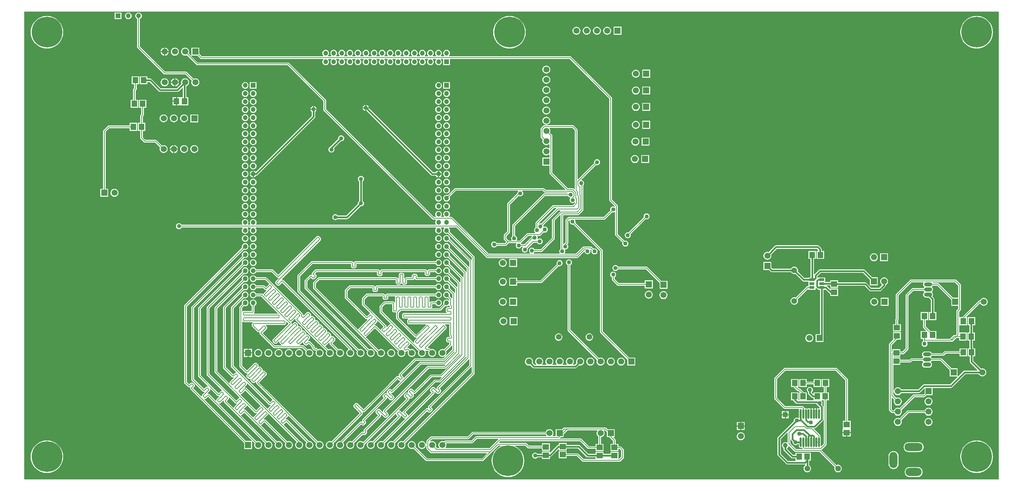
<source format=gbl>
G04*
G04 #@! TF.GenerationSoftware,Altium Limited,Altium Designer,18.1.6 (161)*
G04*
G04 Layer_Physical_Order=2*
G04 Layer_Color=16711680*
%FSLAX25Y25*%
%MOIN*%
G70*
G01*
G75*
%ADD17R,0.05512X0.05906*%
%ADD18R,0.05906X0.05512*%
%ADD42C,0.00800*%
%ADD43C,0.01500*%
%ADD48C,0.05512*%
%ADD49O,0.17717X0.07874*%
%ADD50O,0.15748X0.07874*%
%ADD51O,0.07874X0.15748*%
%ADD52C,0.05906*%
%ADD53C,0.05906*%
%ADD54R,0.04724X0.04724*%
%ADD55C,0.04724*%
%ADD56R,0.05906X0.05906*%
%ADD57R,0.05906X0.05906*%
%ADD58O,0.07874X0.03937*%
%ADD59O,0.07874X0.03937*%
%ADD60R,0.04724X0.04724*%
%ADD61C,0.30000*%
%ADD62C,0.04000*%
%ADD63R,0.05118X0.02756*%
%ADD64O,0.01772X0.09449*%
G36*
X1053573Y101427D02*
X101427D01*
Y101500D01*
Y558573D01*
X1053573D01*
Y101427D01*
D02*
G37*
%LPC*%
G36*
X196262Y557762D02*
X189738D01*
Y551238D01*
X196262D01*
Y557762D01*
D02*
G37*
G36*
X203000Y557790D02*
X202148Y557678D01*
X201355Y557349D01*
X200673Y556827D01*
X200150Y556145D01*
X199822Y555352D01*
X199710Y554500D01*
X199822Y553648D01*
X200150Y552855D01*
X200673Y552173D01*
X201355Y551650D01*
X202148Y551322D01*
X203000Y551210D01*
X203852Y551322D01*
X204645Y551650D01*
X205327Y552173D01*
X205850Y552855D01*
X206178Y553648D01*
X206290Y554500D01*
X206178Y555352D01*
X205850Y556145D01*
X205327Y556827D01*
X204645Y557349D01*
X203852Y557678D01*
X203000Y557790D01*
D02*
G37*
G36*
X684853Y543853D02*
X677147D01*
Y536147D01*
X684853D01*
Y543853D01*
D02*
G37*
G36*
X671000Y543886D02*
X669994Y543754D01*
X669057Y543365D01*
X668252Y542748D01*
X667635Y541943D01*
X667246Y541006D01*
X667114Y540000D01*
X667246Y538994D01*
X667635Y538057D01*
X668252Y537252D01*
X669057Y536635D01*
X669994Y536246D01*
X671000Y536114D01*
X672006Y536246D01*
X672943Y536635D01*
X673748Y537252D01*
X674365Y538057D01*
X674754Y538994D01*
X674886Y540000D01*
X674754Y541006D01*
X674365Y541943D01*
X673748Y542748D01*
X672943Y543365D01*
X672006Y543754D01*
X671000Y543886D01*
D02*
G37*
G36*
X661000D02*
X659994Y543754D01*
X659057Y543365D01*
X658252Y542748D01*
X657635Y541943D01*
X657246Y541006D01*
X657114Y540000D01*
X657246Y538994D01*
X657635Y538057D01*
X658252Y537252D01*
X659057Y536635D01*
X659994Y536246D01*
X661000Y536114D01*
X662006Y536246D01*
X662943Y536635D01*
X663748Y537252D01*
X664365Y538057D01*
X664754Y538994D01*
X664886Y540000D01*
X664754Y541006D01*
X664365Y541943D01*
X663748Y542748D01*
X662943Y543365D01*
X662006Y543754D01*
X661000Y543886D01*
D02*
G37*
G36*
X651000D02*
X649994Y543754D01*
X649057Y543365D01*
X648252Y542748D01*
X647635Y541943D01*
X647246Y541006D01*
X647114Y540000D01*
X647246Y538994D01*
X647635Y538057D01*
X648252Y537252D01*
X649057Y536635D01*
X649994Y536246D01*
X651000Y536114D01*
X652006Y536246D01*
X652943Y536635D01*
X653748Y537252D01*
X654365Y538057D01*
X654754Y538994D01*
X654886Y540000D01*
X654754Y541006D01*
X654365Y541943D01*
X653748Y542748D01*
X652943Y543365D01*
X652006Y543754D01*
X651000Y543886D01*
D02*
G37*
G36*
X641000D02*
X639994Y543754D01*
X639057Y543365D01*
X638252Y542748D01*
X637635Y541943D01*
X637246Y541006D01*
X637114Y540000D01*
X637246Y538994D01*
X637635Y538057D01*
X638252Y537252D01*
X639057Y536635D01*
X639994Y536246D01*
X641000Y536114D01*
X642006Y536246D01*
X642943Y536635D01*
X643748Y537252D01*
X644365Y538057D01*
X644754Y538994D01*
X644886Y540000D01*
X644754Y541006D01*
X644365Y541943D01*
X643748Y542748D01*
X642943Y543365D01*
X642006Y543754D01*
X641000Y543886D01*
D02*
G37*
G36*
X1032000Y554449D02*
X1029505Y554253D01*
X1027071Y553669D01*
X1024759Y552711D01*
X1022625Y551403D01*
X1020722Y549778D01*
X1019097Y547875D01*
X1017789Y545741D01*
X1016831Y543429D01*
X1016247Y540995D01*
X1016051Y538500D01*
X1016247Y536005D01*
X1016831Y533571D01*
X1017789Y531259D01*
X1019097Y529125D01*
X1020722Y527222D01*
X1022625Y525597D01*
X1024759Y524289D01*
X1027071Y523331D01*
X1029505Y522747D01*
X1032000Y522551D01*
X1034495Y522747D01*
X1036929Y523331D01*
X1039241Y524289D01*
X1041375Y525597D01*
X1043278Y527222D01*
X1044903Y529125D01*
X1046211Y531259D01*
X1047169Y533571D01*
X1047753Y536005D01*
X1047949Y538500D01*
X1047753Y540995D01*
X1047169Y543429D01*
X1046211Y545741D01*
X1044903Y547875D01*
X1043278Y549778D01*
X1041375Y551403D01*
X1039241Y552711D01*
X1036929Y553669D01*
X1034495Y554253D01*
X1032000Y554449D01*
D02*
G37*
G36*
X575500D02*
X573005Y554253D01*
X570571Y553669D01*
X568259Y552711D01*
X566125Y551403D01*
X564222Y549778D01*
X562597Y547875D01*
X561289Y545741D01*
X560331Y543429D01*
X559747Y540995D01*
X559551Y538500D01*
X559747Y536005D01*
X560331Y533571D01*
X561289Y531259D01*
X562597Y529125D01*
X564222Y527222D01*
X566125Y525597D01*
X568259Y524289D01*
X570571Y523331D01*
X573005Y522747D01*
X575500Y522551D01*
X577995Y522747D01*
X580429Y523331D01*
X582741Y524289D01*
X584875Y525597D01*
X586778Y527222D01*
X588403Y529125D01*
X589711Y531259D01*
X590669Y533571D01*
X591253Y536005D01*
X591449Y538500D01*
X591253Y540995D01*
X590669Y543429D01*
X589711Y545741D01*
X588403Y547875D01*
X586778Y549778D01*
X584875Y551403D01*
X582741Y552711D01*
X580429Y553669D01*
X577995Y554253D01*
X575500Y554449D01*
D02*
G37*
G36*
X123500D02*
X121005Y554253D01*
X118571Y553669D01*
X116259Y552711D01*
X114125Y551403D01*
X112222Y549778D01*
X110597Y547875D01*
X109289Y545741D01*
X108331Y543429D01*
X107747Y540995D01*
X107551Y538500D01*
X107747Y536005D01*
X108331Y533571D01*
X109289Y531259D01*
X110597Y529125D01*
X112222Y527222D01*
X114125Y525597D01*
X116259Y524289D01*
X118571Y523331D01*
X121005Y522747D01*
X123500Y522551D01*
X125995Y522747D01*
X128429Y523331D01*
X130741Y524289D01*
X132875Y525597D01*
X134778Y527222D01*
X136403Y529125D01*
X137711Y531259D01*
X138669Y533571D01*
X139253Y536005D01*
X139449Y538500D01*
X139253Y540995D01*
X138669Y543429D01*
X137711Y545741D01*
X136403Y547875D01*
X134778Y549778D01*
X132875Y551403D01*
X130741Y552711D01*
X128429Y553669D01*
X125995Y554253D01*
X123500Y554449D01*
D02*
G37*
G36*
X239000Y523421D02*
Y520000D01*
X242421D01*
X242351Y520532D01*
X241953Y521493D01*
X241319Y522319D01*
X240493Y522953D01*
X239532Y523351D01*
X239000Y523421D01*
D02*
G37*
G36*
X238000D02*
X237468Y523351D01*
X236507Y522953D01*
X235681Y522319D01*
X235047Y521493D01*
X234649Y520532D01*
X234579Y520000D01*
X238000D01*
Y523421D01*
D02*
G37*
G36*
X248500Y523386D02*
X247494Y523254D01*
X246557Y522865D01*
X245752Y522248D01*
X245135Y521443D01*
X244746Y520506D01*
X244614Y519500D01*
X244746Y518494D01*
X245135Y517557D01*
X245752Y516752D01*
X246557Y516135D01*
X247494Y515746D01*
X248500Y515614D01*
X249506Y515746D01*
X250443Y516135D01*
X251248Y516752D01*
X251865Y517557D01*
X252254Y518494D01*
X252386Y519500D01*
X252254Y520506D01*
X251865Y521443D01*
X251248Y522248D01*
X250443Y522865D01*
X249506Y523254D01*
X248500Y523386D01*
D02*
G37*
G36*
X242421Y519000D02*
X239000D01*
Y515579D01*
X239532Y515649D01*
X240493Y516047D01*
X241319Y516681D01*
X241953Y517507D01*
X242351Y518468D01*
X242421Y519000D01*
D02*
G37*
G36*
X238000D02*
X234579D01*
X234649Y518468D01*
X235047Y517507D01*
X235681Y516681D01*
X236507Y516047D01*
X237468Y515649D01*
X238000Y515579D01*
Y519000D01*
D02*
G37*
G36*
X712853Y501853D02*
X705147D01*
Y494147D01*
X712853D01*
Y501853D01*
D02*
G37*
G36*
X699000Y501886D02*
X697994Y501754D01*
X697057Y501365D01*
X696252Y500748D01*
X695635Y499943D01*
X695246Y499006D01*
X695114Y498000D01*
X695246Y496994D01*
X695635Y496057D01*
X696252Y495252D01*
X697057Y494635D01*
X697994Y494246D01*
X699000Y494114D01*
X700006Y494246D01*
X700943Y494635D01*
X701748Y495252D01*
X702365Y496057D01*
X702754Y496994D01*
X702886Y498000D01*
X702754Y499006D01*
X702365Y499943D01*
X701748Y500748D01*
X700943Y501365D01*
X700006Y501754D01*
X699000Y501886D01*
D02*
G37*
G36*
X249000Y493421D02*
Y490000D01*
X252421D01*
X252351Y490532D01*
X251953Y491493D01*
X251319Y492319D01*
X250493Y492953D01*
X249532Y493351D01*
X249000Y493421D01*
D02*
G37*
G36*
X248000D02*
X247468Y493351D01*
X246507Y492953D01*
X245681Y492319D01*
X245047Y491493D01*
X244649Y490532D01*
X244579Y490000D01*
X248000D01*
Y493421D01*
D02*
G37*
G36*
X213000Y557790D02*
X212148Y557678D01*
X211355Y557349D01*
X210673Y556827D01*
X210151Y556145D01*
X209822Y555352D01*
X209710Y554500D01*
X209822Y553648D01*
X210151Y552855D01*
X210673Y552173D01*
X211355Y551650D01*
X211674Y551518D01*
Y524100D01*
X211775Y523593D01*
X212063Y523163D01*
X237563Y497663D01*
X237993Y497375D01*
X238500Y497274D01*
X258851D01*
X265002Y491123D01*
X264746Y490506D01*
X264614Y489500D01*
X264746Y488494D01*
X265135Y487557D01*
X265752Y486752D01*
X266557Y486135D01*
X267494Y485746D01*
X268500Y485614D01*
X269506Y485746D01*
X270443Y486135D01*
X271248Y486752D01*
X271865Y487557D01*
X272254Y488494D01*
X272386Y489500D01*
X272254Y490506D01*
X271865Y491443D01*
X271248Y492248D01*
X270443Y492865D01*
X269506Y493254D01*
X268500Y493386D01*
X267494Y493254D01*
X266877Y492998D01*
X260337Y499537D01*
X259907Y499825D01*
X259400Y499926D01*
X239049D01*
X214325Y524649D01*
Y551518D01*
X214645Y551650D01*
X215327Y552173D01*
X215849Y552855D01*
X216178Y553648D01*
X216290Y554500D01*
X216178Y555352D01*
X215849Y556145D01*
X215327Y556827D01*
X214645Y557349D01*
X213852Y557678D01*
X213000Y557790D01*
D02*
G37*
G36*
X238500Y493386D02*
X237494Y493254D01*
X236557Y492865D01*
X235752Y492248D01*
X235135Y491443D01*
X234746Y490506D01*
X234614Y489500D01*
X234746Y488494D01*
X235135Y487557D01*
X235752Y486752D01*
X236557Y486135D01*
X237494Y485746D01*
X238500Y485614D01*
X239506Y485746D01*
X240443Y486135D01*
X241248Y486752D01*
X241865Y487557D01*
X242254Y488494D01*
X242386Y489500D01*
X242254Y490506D01*
X241865Y491443D01*
X241248Y492248D01*
X240443Y492865D01*
X239506Y493254D01*
X238500Y493386D01*
D02*
G37*
G36*
X252421Y489000D02*
X249000D01*
Y485579D01*
X249532Y485649D01*
X250493Y486047D01*
X251319Y486681D01*
X251953Y487507D01*
X252351Y488468D01*
X252421Y489000D01*
D02*
G37*
G36*
X248000D02*
X244579D01*
X244649Y488468D01*
X245047Y487507D01*
X245681Y486681D01*
X246507Y486047D01*
X247468Y485649D01*
X248000Y485579D01*
Y489000D01*
D02*
G37*
G36*
X328286Y489762D02*
X321761D01*
Y483238D01*
X328286D01*
Y489762D01*
D02*
G37*
G36*
X317150Y489790D02*
X316298Y489678D01*
X315504Y489349D01*
X314823Y488826D01*
X314300Y488145D01*
X313971Y487351D01*
X313859Y486500D01*
X313971Y485648D01*
X314300Y484855D01*
X314823Y484173D01*
X315504Y483650D01*
X316298Y483322D01*
X317150Y483210D01*
X318001Y483322D01*
X318795Y483650D01*
X319476Y484173D01*
X319999Y484855D01*
X320328Y485648D01*
X320440Y486500D01*
X320328Y487351D01*
X319999Y488145D01*
X319476Y488826D01*
X318795Y489349D01*
X318001Y489678D01*
X317150Y489790D01*
D02*
G37*
G36*
X712853Y485353D02*
X705147D01*
Y477647D01*
X712853D01*
Y485353D01*
D02*
G37*
G36*
X699000Y485386D02*
X697994Y485254D01*
X697057Y484865D01*
X696252Y484248D01*
X695635Y483443D01*
X695246Y482506D01*
X695114Y481500D01*
X695246Y480494D01*
X695635Y479557D01*
X696252Y478752D01*
X697057Y478135D01*
X697994Y477746D01*
X699000Y477614D01*
X700006Y477746D01*
X700943Y478135D01*
X701748Y478752D01*
X702365Y479557D01*
X702754Y480494D01*
X702886Y481500D01*
X702754Y482506D01*
X702365Y483443D01*
X701748Y484248D01*
X700943Y484865D01*
X700006Y485254D01*
X699000Y485386D01*
D02*
G37*
G36*
X325024Y481916D02*
X324172Y481804D01*
X323378Y481475D01*
X322697Y480952D01*
X322174Y480271D01*
X321845Y479477D01*
X321733Y478626D01*
X321845Y477774D01*
X322174Y476981D01*
X322697Y476299D01*
X323378Y475776D01*
X324172Y475448D01*
X325024Y475336D01*
X325875Y475448D01*
X326669Y475776D01*
X327350Y476299D01*
X327873Y476981D01*
X328202Y477774D01*
X328314Y478626D01*
X328202Y479477D01*
X327873Y480271D01*
X327350Y480952D01*
X326669Y481475D01*
X325875Y481804D01*
X325024Y481916D01*
D02*
G37*
G36*
X317150D02*
X316298Y481804D01*
X315504Y481475D01*
X314823Y480952D01*
X314300Y480271D01*
X313971Y479477D01*
X313859Y478626D01*
X313971Y477774D01*
X314300Y476981D01*
X314823Y476299D01*
X315504Y475776D01*
X316298Y475448D01*
X317150Y475336D01*
X318001Y475448D01*
X318795Y475776D01*
X319476Y476299D01*
X319999Y476981D01*
X320328Y477774D01*
X320440Y478626D01*
X320328Y479477D01*
X319999Y480271D01*
X319476Y480952D01*
X318795Y481475D01*
X318001Y481804D01*
X317150Y481916D01*
D02*
G37*
G36*
X221593Y495353D02*
X214281D01*
Y487647D01*
X221593D01*
Y489818D01*
X223803D01*
X232810Y480810D01*
X233356Y480446D01*
X234000Y480318D01*
X234000Y480318D01*
X251000D01*
X251644Y480446D01*
X252190Y480810D01*
X255793Y484414D01*
X256255Y484222D01*
Y474853D01*
X254319D01*
X254281Y474853D01*
X253819Y474944D01*
Y474953D01*
X250563D01*
Y471000D01*
Y467047D01*
X253819D01*
Y467056D01*
X254281Y467147D01*
X254319Y467147D01*
X261593D01*
Y474853D01*
X259619D01*
Y485793D01*
X260443Y486135D01*
X261248Y486752D01*
X261865Y487557D01*
X262254Y488494D01*
X262386Y489500D01*
X262254Y490506D01*
X261865Y491443D01*
X261248Y492248D01*
X260443Y492865D01*
X259506Y493254D01*
X258500Y493386D01*
X257494Y493254D01*
X256557Y492865D01*
X255752Y492248D01*
X255135Y491443D01*
X254746Y490506D01*
X254614Y489500D01*
X254746Y488494D01*
X254854Y488234D01*
X250303Y483682D01*
X234697D01*
X225690Y492690D01*
X225144Y493054D01*
X224500Y493182D01*
X221593D01*
Y495353D01*
D02*
G37*
G36*
X249563Y474953D02*
X246307D01*
Y471500D01*
X249563D01*
Y474953D01*
D02*
G37*
G36*
X325024Y474042D02*
X324172Y473930D01*
X323378Y473601D01*
X322697Y473078D01*
X322174Y472397D01*
X321845Y471603D01*
X321733Y470752D01*
X321845Y469900D01*
X322174Y469107D01*
X322697Y468425D01*
X323378Y467902D01*
X324172Y467574D01*
X325024Y467461D01*
X325875Y467574D01*
X326669Y467902D01*
X327350Y468425D01*
X327873Y469107D01*
X328202Y469900D01*
X328314Y470752D01*
X328202Y471603D01*
X327873Y472397D01*
X327350Y473078D01*
X326669Y473601D01*
X325875Y473930D01*
X325024Y474042D01*
D02*
G37*
G36*
X317150D02*
X316298Y473930D01*
X315504Y473601D01*
X314823Y473078D01*
X314300Y472397D01*
X313971Y471603D01*
X313859Y470752D01*
X313971Y469900D01*
X314300Y469107D01*
X314823Y468425D01*
X315504Y467902D01*
X316298Y467574D01*
X317150Y467461D01*
X318001Y467574D01*
X318795Y467902D01*
X319476Y468425D01*
X319999Y469107D01*
X320328Y469900D01*
X320440Y470752D01*
X320328Y471603D01*
X319999Y472397D01*
X319476Y473078D01*
X318795Y473601D01*
X318001Y473930D01*
X317150Y474042D01*
D02*
G37*
G36*
X249563Y470500D02*
X246307D01*
Y467047D01*
X249563D01*
Y470500D01*
D02*
G37*
G36*
X213719Y495353D02*
X206407D01*
Y487647D01*
X208737D01*
Y483849D01*
X208063Y483174D01*
X207775Y482744D01*
X207675Y482237D01*
Y472353D01*
X205344D01*
Y464647D01*
X212656D01*
Y472353D01*
X210326D01*
Y481688D01*
X211000Y482363D01*
X211288Y482793D01*
X211388Y483300D01*
Y487647D01*
X213719D01*
Y495353D01*
D02*
G37*
G36*
X384500Y466258D02*
Y463798D01*
X386960D01*
X386923Y464081D01*
X386620Y464811D01*
X386140Y465437D01*
X385513Y465918D01*
X384783Y466221D01*
X384500Y466258D01*
D02*
G37*
G36*
X383500D02*
X383217Y466221D01*
X382487Y465918D01*
X381860Y465437D01*
X381380Y464811D01*
X381077Y464081D01*
X381040Y463798D01*
X383500D01*
Y466258D01*
D02*
G37*
G36*
X712853Y469353D02*
X705147D01*
Y461647D01*
X712853D01*
Y469353D01*
D02*
G37*
G36*
X699000Y469386D02*
X697994Y469254D01*
X697057Y468865D01*
X696252Y468248D01*
X695635Y467443D01*
X695246Y466506D01*
X695114Y465500D01*
X695246Y464494D01*
X695635Y463557D01*
X696252Y462752D01*
X697057Y462135D01*
X697994Y461746D01*
X699000Y461614D01*
X700006Y461746D01*
X700943Y462135D01*
X701748Y462752D01*
X702365Y463557D01*
X702754Y464494D01*
X702886Y465500D01*
X702754Y466506D01*
X702365Y467443D01*
X701748Y468248D01*
X700943Y468865D01*
X700006Y469254D01*
X699000Y469386D01*
D02*
G37*
G36*
X325024Y466168D02*
X324172Y466056D01*
X323378Y465727D01*
X322697Y465204D01*
X322174Y464523D01*
X321845Y463729D01*
X321733Y462878D01*
X321845Y462026D01*
X322174Y461233D01*
X322697Y460551D01*
X323378Y460028D01*
X324172Y459700D01*
X325024Y459587D01*
X325875Y459700D01*
X326669Y460028D01*
X327350Y460551D01*
X327873Y461233D01*
X328202Y462026D01*
X328314Y462878D01*
X328202Y463729D01*
X327873Y464523D01*
X327350Y465204D01*
X326669Y465727D01*
X325875Y466056D01*
X325024Y466168D01*
D02*
G37*
G36*
X317150D02*
X316298Y466056D01*
X315504Y465727D01*
X314823Y465204D01*
X314300Y464523D01*
X313971Y463729D01*
X313859Y462878D01*
X313971Y462026D01*
X314300Y461233D01*
X314823Y460551D01*
X315504Y460028D01*
X316298Y459700D01*
X317150Y459587D01*
X318001Y459700D01*
X318795Y460028D01*
X319476Y460551D01*
X319999Y461233D01*
X320328Y462026D01*
X320440Y462878D01*
X320328Y463729D01*
X319999Y464523D01*
X319476Y465204D01*
X318795Y465727D01*
X318001Y466056D01*
X317150Y466168D01*
D02*
G37*
G36*
X325024Y458294D02*
X324172Y458182D01*
X323378Y457853D01*
X322697Y457330D01*
X322174Y456649D01*
X321845Y455855D01*
X321733Y455004D01*
X321845Y454152D01*
X322174Y453359D01*
X322697Y452677D01*
X323378Y452154D01*
X324172Y451826D01*
X325024Y451714D01*
X325875Y451826D01*
X326669Y452154D01*
X327350Y452677D01*
X327873Y453359D01*
X328202Y454152D01*
X328314Y455004D01*
X328202Y455855D01*
X327873Y456649D01*
X327350Y457330D01*
X326669Y457853D01*
X325875Y458182D01*
X325024Y458294D01*
D02*
G37*
G36*
X317150D02*
X316298Y458182D01*
X315504Y457853D01*
X314823Y457330D01*
X314300Y456649D01*
X313971Y455855D01*
X313859Y455004D01*
X313971Y454152D01*
X314300Y453359D01*
X314823Y452677D01*
X315504Y452154D01*
X316298Y451826D01*
X317150Y451714D01*
X318001Y451826D01*
X318795Y452154D01*
X319476Y452677D01*
X319999Y453359D01*
X320328Y454152D01*
X320440Y455004D01*
X320328Y455855D01*
X319999Y456649D01*
X319476Y457330D01*
X318795Y457853D01*
X318001Y458182D01*
X317150Y458294D01*
D02*
G37*
G36*
X271353Y458109D02*
X263647D01*
Y450403D01*
X271353D01*
Y458109D01*
D02*
G37*
G36*
X257500Y458142D02*
X256494Y458009D01*
X255557Y457621D01*
X254752Y457004D01*
X254135Y456199D01*
X253746Y455262D01*
X253614Y454256D01*
X253746Y453250D01*
X254135Y452313D01*
X254752Y451508D01*
X255557Y450890D01*
X256494Y450502D01*
X257500Y450370D01*
X258506Y450502D01*
X259443Y450890D01*
X260248Y451508D01*
X260865Y452313D01*
X261254Y453250D01*
X261386Y454256D01*
X261254Y455262D01*
X260865Y456199D01*
X260248Y457004D01*
X259443Y457621D01*
X258506Y458009D01*
X257500Y458142D01*
D02*
G37*
G36*
X247500D02*
X246494Y458009D01*
X245557Y457621D01*
X244752Y457004D01*
X244135Y456199D01*
X243746Y455262D01*
X243614Y454256D01*
X243746Y453250D01*
X244135Y452313D01*
X244752Y451508D01*
X245557Y450890D01*
X246494Y450502D01*
X247500Y450370D01*
X248506Y450502D01*
X249443Y450890D01*
X250248Y451508D01*
X250865Y452313D01*
X251254Y453250D01*
X251386Y454256D01*
X251254Y455262D01*
X250865Y456199D01*
X250248Y457004D01*
X249443Y457621D01*
X248506Y458009D01*
X247500Y458142D01*
D02*
G37*
G36*
X237500D02*
X236494Y458009D01*
X235557Y457621D01*
X234752Y457004D01*
X234135Y456199D01*
X233746Y455262D01*
X233614Y454256D01*
X233746Y453250D01*
X234135Y452313D01*
X234752Y451508D01*
X235557Y450890D01*
X236494Y450502D01*
X237500Y450370D01*
X238506Y450502D01*
X239443Y450890D01*
X240248Y451508D01*
X240865Y452313D01*
X241254Y453250D01*
X241386Y454256D01*
X241254Y455262D01*
X240865Y456199D01*
X240248Y457004D01*
X239443Y457621D01*
X238506Y458009D01*
X237500Y458142D01*
D02*
G37*
G36*
X712853Y451853D02*
X705147D01*
Y444147D01*
X712853D01*
Y451853D01*
D02*
G37*
G36*
X699000Y451886D02*
X697994Y451754D01*
X697057Y451365D01*
X696252Y450748D01*
X695635Y449943D01*
X695246Y449006D01*
X695114Y448000D01*
X695246Y446994D01*
X695635Y446057D01*
X696252Y445252D01*
X697057Y444635D01*
X697994Y444246D01*
X699000Y444114D01*
X700006Y444246D01*
X700943Y444635D01*
X701748Y445252D01*
X702365Y446057D01*
X702754Y446994D01*
X702886Y448000D01*
X702754Y449006D01*
X702365Y449943D01*
X701748Y450748D01*
X700943Y451365D01*
X700006Y451754D01*
X699000Y451886D01*
D02*
G37*
G36*
X325024Y450420D02*
X324172Y450308D01*
X323378Y449979D01*
X322697Y449456D01*
X322174Y448775D01*
X321845Y447981D01*
X321733Y447130D01*
X321845Y446278D01*
X322174Y445485D01*
X322697Y444803D01*
X323378Y444280D01*
X324172Y443952D01*
X325024Y443840D01*
X325875Y443952D01*
X326669Y444280D01*
X327350Y444803D01*
X327873Y445485D01*
X328202Y446278D01*
X328314Y447130D01*
X328202Y447981D01*
X327873Y448775D01*
X327350Y449456D01*
X326669Y449979D01*
X325875Y450308D01*
X325024Y450420D01*
D02*
G37*
G36*
X317150D02*
X316298Y450308D01*
X315504Y449979D01*
X314823Y449456D01*
X314300Y448775D01*
X313971Y447981D01*
X313859Y447130D01*
X313971Y446278D01*
X314300Y445485D01*
X314823Y444803D01*
X315504Y444280D01*
X316298Y443952D01*
X317150Y443840D01*
X318001Y443952D01*
X318795Y444280D01*
X319476Y444803D01*
X319999Y445485D01*
X320328Y446278D01*
X320440Y447130D01*
X320328Y447981D01*
X319999Y448775D01*
X319476Y449456D01*
X318795Y449979D01*
X318001Y450308D01*
X317150Y450420D01*
D02*
G37*
G36*
X211656Y449853D02*
X204344D01*
Y447326D01*
X183900D01*
X183393Y447225D01*
X182963Y446937D01*
X178563Y442537D01*
X178275Y442107D01*
X178174Y441600D01*
Y385353D01*
X175647D01*
Y377647D01*
X183353D01*
Y385353D01*
X180825D01*
Y441051D01*
X184449Y444674D01*
X204344D01*
Y442147D01*
X211656D01*
Y449853D01*
D02*
G37*
G36*
X325024Y442546D02*
X324172Y442434D01*
X323378Y442105D01*
X322697Y441582D01*
X322174Y440901D01*
X321845Y440107D01*
X321733Y439256D01*
X321845Y438404D01*
X322174Y437611D01*
X322697Y436929D01*
X323378Y436406D01*
X324172Y436078D01*
X325024Y435965D01*
X325875Y436078D01*
X326669Y436406D01*
X327350Y436929D01*
X327873Y437611D01*
X328202Y438404D01*
X328314Y439256D01*
X328202Y440107D01*
X327873Y440901D01*
X327350Y441582D01*
X326669Y442105D01*
X325875Y442434D01*
X325024Y442546D01*
D02*
G37*
G36*
X317150D02*
X316298Y442434D01*
X315504Y442105D01*
X314823Y441582D01*
X314300Y440901D01*
X313971Y440107D01*
X313859Y439256D01*
X313971Y438404D01*
X314300Y437611D01*
X314823Y436929D01*
X315504Y436406D01*
X316298Y436078D01*
X317150Y435965D01*
X318001Y436078D01*
X318795Y436406D01*
X319476Y436929D01*
X319999Y437611D01*
X320328Y438404D01*
X320440Y439256D01*
X320328Y440107D01*
X319999Y440901D01*
X319476Y441582D01*
X318795Y442105D01*
X318001Y442434D01*
X317150Y442546D01*
D02*
G37*
G36*
X411000Y437732D02*
X410243Y437632D01*
X409538Y437340D01*
X408932Y436875D01*
X408467Y436270D01*
X408175Y435564D01*
X408075Y434807D01*
X408139Y434325D01*
X400310Y426497D01*
X400270Y426437D01*
X400037Y426340D01*
X399432Y425875D01*
X398967Y425270D01*
X398675Y424564D01*
X398575Y423807D01*
X398675Y423050D01*
X398967Y422344D01*
X399432Y421739D01*
X400037Y421274D01*
X400743Y420982D01*
X401500Y420882D01*
X402257Y420982D01*
X402962Y421274D01*
X403568Y421739D01*
X404033Y422344D01*
X404325Y423050D01*
X404425Y423807D01*
X404325Y424564D01*
X404033Y425270D01*
X403950Y425378D01*
X410518Y431946D01*
X411000Y431882D01*
X411757Y431982D01*
X412463Y432274D01*
X413068Y432739D01*
X413533Y433345D01*
X413825Y434050D01*
X413925Y434807D01*
X413825Y435564D01*
X413533Y436270D01*
X413068Y436875D01*
X412463Y437340D01*
X411757Y437632D01*
X411000Y437732D01*
D02*
G37*
G36*
X325024Y434672D02*
X324172Y434560D01*
X323378Y434231D01*
X322697Y433708D01*
X322174Y433027D01*
X321845Y432233D01*
X321733Y431382D01*
X321845Y430530D01*
X322174Y429737D01*
X322697Y429055D01*
X323378Y428532D01*
X324172Y428204D01*
X325024Y428091D01*
X325875Y428204D01*
X326669Y428532D01*
X327350Y429055D01*
X327873Y429737D01*
X328202Y430530D01*
X328314Y431382D01*
X328202Y432233D01*
X327873Y433027D01*
X327350Y433708D01*
X326669Y434231D01*
X325875Y434560D01*
X325024Y434672D01*
D02*
G37*
G36*
X317150D02*
X316298Y434560D01*
X315504Y434231D01*
X314823Y433708D01*
X314300Y433027D01*
X313971Y432233D01*
X313859Y431382D01*
X313971Y430530D01*
X314300Y429737D01*
X314823Y429055D01*
X315504Y428532D01*
X316298Y428204D01*
X317150Y428091D01*
X318001Y428204D01*
X318795Y428532D01*
X319476Y429055D01*
X319999Y429737D01*
X320328Y430530D01*
X320440Y431382D01*
X320328Y432233D01*
X319999Y433027D01*
X319476Y433708D01*
X318795Y434231D01*
X318001Y434560D01*
X317150Y434672D01*
D02*
G37*
G36*
X712353Y435353D02*
X704647D01*
Y427647D01*
X712353D01*
Y435353D01*
D02*
G37*
G36*
X698500Y435386D02*
X697494Y435254D01*
X696557Y434865D01*
X695752Y434248D01*
X695135Y433443D01*
X694746Y432506D01*
X694614Y431500D01*
X694746Y430494D01*
X695135Y429557D01*
X695752Y428752D01*
X696557Y428135D01*
X697494Y427746D01*
X698500Y427614D01*
X699506Y427746D01*
X700443Y428135D01*
X701248Y428752D01*
X701865Y429557D01*
X702254Y430494D01*
X702386Y431500D01*
X702254Y432506D01*
X701865Y433443D01*
X701248Y434248D01*
X700443Y434865D01*
X699506Y435254D01*
X698500Y435386D01*
D02*
G37*
G36*
X248000Y428177D02*
Y424756D01*
X251421D01*
X251351Y425288D01*
X250953Y426249D01*
X250319Y427075D01*
X249493Y427708D01*
X248532Y428107D01*
X248000Y428177D01*
D02*
G37*
G36*
X247000D02*
X246468Y428107D01*
X245507Y427708D01*
X244681Y427075D01*
X244047Y426249D01*
X243649Y425288D01*
X243579Y424756D01*
X247000D01*
Y428177D01*
D02*
G37*
G36*
X267500Y428142D02*
X266494Y428009D01*
X265557Y427621D01*
X264752Y427004D01*
X264135Y426199D01*
X263746Y425262D01*
X263614Y424256D01*
X263746Y423250D01*
X264135Y422313D01*
X264752Y421508D01*
X265557Y420890D01*
X266494Y420502D01*
X267500Y420370D01*
X268506Y420502D01*
X269443Y420890D01*
X270248Y421508D01*
X270865Y422313D01*
X271254Y423250D01*
X271386Y424256D01*
X271254Y425262D01*
X270865Y426199D01*
X270248Y427004D01*
X269443Y427621D01*
X268506Y428009D01*
X267500Y428142D01*
D02*
G37*
G36*
X257500D02*
X256494Y428009D01*
X255557Y427621D01*
X254752Y427004D01*
X254135Y426199D01*
X253746Y425262D01*
X253614Y424256D01*
X253746Y423250D01*
X254135Y422313D01*
X254752Y421508D01*
X255557Y420890D01*
X256494Y420502D01*
X257500Y420370D01*
X258506Y420502D01*
X259443Y420890D01*
X260248Y421508D01*
X260865Y422313D01*
X261254Y423250D01*
X261386Y424256D01*
X261254Y425262D01*
X260865Y426199D01*
X260248Y427004D01*
X259443Y427621D01*
X258506Y428009D01*
X257500Y428142D01*
D02*
G37*
G36*
X220530Y472353D02*
X213218D01*
Y464647D01*
X215548D01*
Y458323D01*
X214937Y457711D01*
X214649Y457281D01*
X214548Y456774D01*
Y449853D01*
X212218D01*
Y442147D01*
X214548D01*
Y435200D01*
X214649Y434693D01*
X214937Y434263D01*
X218281Y430919D01*
X218711Y430631D01*
X219218Y430530D01*
X229351D01*
X234002Y425879D01*
X233746Y425262D01*
X233614Y424256D01*
X233746Y423250D01*
X234135Y422313D01*
X234752Y421508D01*
X235557Y420890D01*
X236494Y420502D01*
X237500Y420370D01*
X238506Y420502D01*
X239443Y420890D01*
X240248Y421508D01*
X240865Y422313D01*
X241254Y423250D01*
X241386Y424256D01*
X241254Y425262D01*
X240865Y426199D01*
X240248Y427004D01*
X239443Y427621D01*
X238506Y428009D01*
X237500Y428142D01*
X236494Y428009D01*
X235877Y427754D01*
X230837Y432793D01*
X230407Y433080D01*
X229900Y433181D01*
X219767D01*
X217199Y435749D01*
Y442147D01*
X219530D01*
Y449853D01*
X217199D01*
Y456225D01*
X217811Y456837D01*
X218099Y457267D01*
X218199Y457774D01*
Y464647D01*
X220530D01*
Y472353D01*
D02*
G37*
G36*
X251421Y423756D02*
X248000D01*
Y420335D01*
X248532Y420405D01*
X249493Y420803D01*
X250319Y421437D01*
X250953Y422262D01*
X251351Y423224D01*
X251421Y423756D01*
D02*
G37*
G36*
X247000D02*
X243579D01*
X243649Y423224D01*
X244047Y422262D01*
X244681Y421437D01*
X245507Y420803D01*
X246468Y420405D01*
X247000Y420335D01*
Y423756D01*
D02*
G37*
G36*
X325024Y426798D02*
X324172Y426686D01*
X323378Y426357D01*
X322697Y425834D01*
X322174Y425153D01*
X321845Y424359D01*
X321733Y423508D01*
X321845Y422656D01*
X322174Y421863D01*
X322697Y421181D01*
X323378Y420658D01*
X324172Y420330D01*
X325024Y420218D01*
X325875Y420330D01*
X326669Y420658D01*
X327350Y421181D01*
X327873Y421863D01*
X328202Y422656D01*
X328314Y423508D01*
X328202Y424359D01*
X327873Y425153D01*
X327350Y425834D01*
X326669Y426357D01*
X325875Y426686D01*
X325024Y426798D01*
D02*
G37*
G36*
X317150D02*
X316298Y426686D01*
X315504Y426357D01*
X314823Y425834D01*
X314300Y425153D01*
X313971Y424359D01*
X313859Y423508D01*
X313971Y422656D01*
X314300Y421863D01*
X314823Y421181D01*
X315504Y420658D01*
X316298Y420330D01*
X317150Y420218D01*
X318001Y420330D01*
X318795Y420658D01*
X319476Y421181D01*
X319999Y421863D01*
X320328Y422656D01*
X320440Y423508D01*
X320328Y424359D01*
X319999Y425153D01*
X319476Y425834D01*
X318795Y426357D01*
X318001Y426686D01*
X317150Y426798D01*
D02*
G37*
G36*
X325024Y418924D02*
X324172Y418812D01*
X323378Y418483D01*
X322697Y417960D01*
X322174Y417279D01*
X321845Y416485D01*
X321733Y415634D01*
X321845Y414782D01*
X322174Y413989D01*
X322697Y413307D01*
X323378Y412784D01*
X324172Y412456D01*
X325024Y412344D01*
X325875Y412456D01*
X326669Y412784D01*
X327350Y413307D01*
X327873Y413989D01*
X328202Y414782D01*
X328314Y415634D01*
X328202Y416485D01*
X327873Y417279D01*
X327350Y417960D01*
X326669Y418483D01*
X325875Y418812D01*
X325024Y418924D01*
D02*
G37*
G36*
X317150D02*
X316298Y418812D01*
X315504Y418483D01*
X314823Y417960D01*
X314300Y417279D01*
X313971Y416485D01*
X313859Y415634D01*
X313971Y414782D01*
X314300Y413989D01*
X314823Y413307D01*
X315504Y412784D01*
X316298Y412456D01*
X317150Y412344D01*
X318001Y412456D01*
X318795Y412784D01*
X319476Y413307D01*
X319999Y413989D01*
X320328Y414782D01*
X320440Y415634D01*
X320328Y416485D01*
X319999Y417279D01*
X319476Y417960D01*
X318795Y418483D01*
X318001Y418812D01*
X317150Y418924D01*
D02*
G37*
G36*
X711853Y418353D02*
X704147D01*
Y410647D01*
X711853D01*
Y418353D01*
D02*
G37*
G36*
X698000Y418386D02*
X696994Y418254D01*
X696057Y417865D01*
X695252Y417248D01*
X694635Y416443D01*
X694246Y415506D01*
X694114Y414500D01*
X694246Y413494D01*
X694635Y412557D01*
X695252Y411752D01*
X696057Y411135D01*
X696994Y410746D01*
X698000Y410614D01*
X699006Y410746D01*
X699943Y411135D01*
X700748Y411752D01*
X701365Y412557D01*
X701754Y413494D01*
X701886Y414500D01*
X701754Y415506D01*
X701365Y416443D01*
X700748Y417248D01*
X699943Y417865D01*
X699006Y418254D01*
X698000Y418386D01*
D02*
G37*
G36*
X325024Y411050D02*
X324172Y410938D01*
X323378Y410609D01*
X322697Y410086D01*
X322174Y409405D01*
X321845Y408611D01*
X321733Y407760D01*
X321845Y406908D01*
X322174Y406115D01*
X322697Y405433D01*
X323378Y404910D01*
X324172Y404582D01*
X325024Y404469D01*
X325875Y404582D01*
X326669Y404910D01*
X327350Y405433D01*
X327873Y406115D01*
X328202Y406908D01*
X328314Y407760D01*
X328202Y408611D01*
X327873Y409405D01*
X327350Y410086D01*
X326669Y410609D01*
X325875Y410938D01*
X325024Y411050D01*
D02*
G37*
G36*
X317150D02*
X316298Y410938D01*
X315504Y410609D01*
X314823Y410086D01*
X314300Y409405D01*
X313971Y408611D01*
X313859Y407760D01*
X313971Y406908D01*
X314300Y406115D01*
X314823Y405433D01*
X315504Y404910D01*
X316298Y404582D01*
X317150Y404469D01*
X318001Y404582D01*
X318795Y404910D01*
X319476Y405433D01*
X319999Y406115D01*
X320328Y406908D01*
X320440Y407760D01*
X320328Y408611D01*
X319999Y409405D01*
X319476Y410086D01*
X318795Y410609D01*
X318001Y410938D01*
X317150Y411050D01*
D02*
G37*
G36*
X386960Y462798D02*
X381040D01*
X381077Y462515D01*
X381380Y461785D01*
X381860Y461158D01*
X382318Y460807D01*
Y456697D01*
X327875Y402254D01*
X327421Y402284D01*
X326719Y402823D01*
X325901Y403161D01*
X325524Y403211D01*
Y399886D01*
Y396560D01*
X325901Y396610D01*
X326719Y396949D01*
X327421Y397488D01*
X327960Y398190D01*
X327973Y398221D01*
X328530Y398331D01*
X329075Y398696D01*
X385190Y454810D01*
X385554Y455356D01*
X385682Y456000D01*
Y460807D01*
X386140Y461158D01*
X386620Y461785D01*
X386923Y462515D01*
X386960Y462798D01*
D02*
G37*
G36*
X324524Y403211D02*
X324146Y403161D01*
X323328Y402823D01*
X322626Y402284D01*
X322087Y401581D01*
X321748Y400764D01*
X321698Y400386D01*
X324524D01*
Y403211D01*
D02*
G37*
G36*
X317150Y403176D02*
X316298Y403064D01*
X315504Y402735D01*
X314823Y402212D01*
X314300Y401531D01*
X313971Y400737D01*
X313859Y399886D01*
X313971Y399034D01*
X314300Y398241D01*
X314823Y397559D01*
X315504Y397036D01*
X316298Y396708D01*
X317150Y396595D01*
X318001Y396708D01*
X318795Y397036D01*
X319476Y397559D01*
X319999Y398241D01*
X320328Y399034D01*
X320440Y399886D01*
X320328Y400737D01*
X319999Y401531D01*
X319476Y402212D01*
X318795Y402735D01*
X318001Y403064D01*
X317150Y403176D01*
D02*
G37*
G36*
X324524Y399386D02*
X321698D01*
X321748Y399008D01*
X322087Y398190D01*
X322626Y397488D01*
X323328Y396949D01*
X324146Y396610D01*
X324524Y396560D01*
Y399386D01*
D02*
G37*
G36*
X325024Y395302D02*
X324172Y395190D01*
X323378Y394861D01*
X322697Y394338D01*
X322174Y393657D01*
X321845Y392863D01*
X321733Y392012D01*
X321845Y391160D01*
X322174Y390367D01*
X322697Y389685D01*
X323378Y389162D01*
X324172Y388834D01*
X325024Y388721D01*
X325875Y388834D01*
X326669Y389162D01*
X327350Y389685D01*
X327873Y390367D01*
X328202Y391160D01*
X328314Y392012D01*
X328202Y392863D01*
X327873Y393657D01*
X327350Y394338D01*
X326669Y394861D01*
X325875Y395190D01*
X325024Y395302D01*
D02*
G37*
G36*
X317150D02*
X316298Y395190D01*
X315504Y394861D01*
X314823Y394338D01*
X314300Y393657D01*
X313971Y392863D01*
X313859Y392012D01*
X313971Y391160D01*
X314300Y390367D01*
X314823Y389685D01*
X315504Y389162D01*
X316298Y388834D01*
X317150Y388721D01*
X318001Y388834D01*
X318795Y389162D01*
X319476Y389685D01*
X319999Y390367D01*
X320328Y391160D01*
X320440Y392012D01*
X320328Y392863D01*
X319999Y393657D01*
X319476Y394338D01*
X318795Y394861D01*
X318001Y395190D01*
X317150Y395302D01*
D02*
G37*
G36*
X325024Y387428D02*
X324172Y387316D01*
X323378Y386987D01*
X322697Y386464D01*
X322174Y385783D01*
X321845Y384989D01*
X321733Y384138D01*
X321845Y383286D01*
X322174Y382493D01*
X322697Y381811D01*
X323378Y381288D01*
X324172Y380960D01*
X325024Y380847D01*
X325875Y380960D01*
X326669Y381288D01*
X327350Y381811D01*
X327873Y382493D01*
X328202Y383286D01*
X328314Y384138D01*
X328202Y384989D01*
X327873Y385783D01*
X327350Y386464D01*
X326669Y386987D01*
X325875Y387316D01*
X325024Y387428D01*
D02*
G37*
G36*
X317150D02*
X316298Y387316D01*
X315504Y386987D01*
X314823Y386464D01*
X314300Y385783D01*
X313971Y384989D01*
X313859Y384138D01*
X313971Y383286D01*
X314300Y382493D01*
X314823Y381811D01*
X315504Y381288D01*
X316298Y380960D01*
X317150Y380847D01*
X318001Y380960D01*
X318795Y381288D01*
X319476Y381811D01*
X319999Y382493D01*
X320328Y383286D01*
X320440Y384138D01*
X320328Y384989D01*
X319999Y385783D01*
X319476Y386464D01*
X318795Y386987D01*
X318001Y387316D01*
X317150Y387428D01*
D02*
G37*
G36*
X189500Y385386D02*
X188494Y385254D01*
X187557Y384865D01*
X186752Y384248D01*
X186135Y383443D01*
X185746Y382506D01*
X185614Y381500D01*
X185746Y380494D01*
X186135Y379557D01*
X186752Y378752D01*
X187557Y378135D01*
X188494Y377746D01*
X189500Y377614D01*
X190506Y377746D01*
X191443Y378135D01*
X192248Y378752D01*
X192865Y379557D01*
X193254Y380494D01*
X193386Y381500D01*
X193254Y382506D01*
X192865Y383443D01*
X192248Y384248D01*
X191443Y384865D01*
X190506Y385254D01*
X189500Y385386D01*
D02*
G37*
G36*
X325024Y379554D02*
X324172Y379442D01*
X323378Y379113D01*
X322697Y378590D01*
X322174Y377909D01*
X321845Y377115D01*
X321733Y376264D01*
X321845Y375412D01*
X322174Y374619D01*
X322697Y373937D01*
X323378Y373414D01*
X324172Y373086D01*
X325024Y372973D01*
X325875Y373086D01*
X326669Y373414D01*
X327350Y373937D01*
X327873Y374619D01*
X328202Y375412D01*
X328314Y376264D01*
X328202Y377115D01*
X327873Y377909D01*
X327350Y378590D01*
X326669Y379113D01*
X325875Y379442D01*
X325024Y379554D01*
D02*
G37*
G36*
X317150D02*
X316298Y379442D01*
X315504Y379113D01*
X314823Y378590D01*
X314300Y377909D01*
X313971Y377115D01*
X313859Y376264D01*
X313971Y375412D01*
X314300Y374619D01*
X314823Y373937D01*
X315504Y373414D01*
X316298Y373086D01*
X317150Y372973D01*
X318001Y373086D01*
X318795Y373414D01*
X319476Y373937D01*
X319999Y374619D01*
X320328Y375412D01*
X320440Y376264D01*
X320328Y377115D01*
X319999Y377909D01*
X319476Y378590D01*
X318795Y379113D01*
X318001Y379442D01*
X317150Y379554D01*
D02*
G37*
G36*
X430300Y398025D02*
X429543Y397925D01*
X428837Y397633D01*
X428232Y397168D01*
X427767Y396563D01*
X427475Y395857D01*
X427375Y395100D01*
X427475Y394343D01*
X427767Y393637D01*
X428232Y393032D01*
X428618Y392736D01*
Y373565D01*
X428232Y373268D01*
X427767Y372662D01*
X427475Y371957D01*
X427375Y371200D01*
X427438Y370718D01*
X415903Y359182D01*
X407818D01*
X407368Y359768D01*
X406763Y360233D01*
X406057Y360525D01*
X405300Y360625D01*
X404543Y360525D01*
X403837Y360233D01*
X403232Y359768D01*
X402767Y359162D01*
X402475Y358457D01*
X402375Y357700D01*
X402475Y356943D01*
X402767Y356238D01*
X403232Y355632D01*
X403837Y355167D01*
X404543Y354875D01*
X405300Y354775D01*
X406057Y354875D01*
X406763Y355167D01*
X407368Y355632D01*
X407511Y355818D01*
X416600D01*
X417244Y355946D01*
X417790Y356310D01*
X429818Y368338D01*
X430300Y368275D01*
X431057Y368375D01*
X431763Y368667D01*
X432368Y369132D01*
X432833Y369738D01*
X433125Y370443D01*
X433225Y371200D01*
X433125Y371957D01*
X432833Y372662D01*
X432368Y373268D01*
X431982Y373565D01*
Y392736D01*
X432368Y393032D01*
X432833Y393637D01*
X433125Y394343D01*
X433225Y395100D01*
X433125Y395857D01*
X432833Y396563D01*
X432368Y397168D01*
X431763Y397633D01*
X431057Y397925D01*
X430300Y398025D01*
D02*
G37*
G36*
X325024Y371680D02*
X324172Y371568D01*
X323378Y371239D01*
X322697Y370716D01*
X322174Y370035D01*
X321845Y369241D01*
X321733Y368390D01*
X321845Y367538D01*
X322174Y366745D01*
X322697Y366063D01*
X323378Y365540D01*
X324172Y365212D01*
X325024Y365099D01*
X325875Y365212D01*
X326669Y365540D01*
X327350Y366063D01*
X327873Y366745D01*
X328202Y367538D01*
X328314Y368390D01*
X328202Y369241D01*
X327873Y370035D01*
X327350Y370716D01*
X326669Y371239D01*
X325875Y371568D01*
X325024Y371680D01*
D02*
G37*
G36*
X317150D02*
X316298Y371568D01*
X315504Y371239D01*
X314823Y370716D01*
X314300Y370035D01*
X313971Y369241D01*
X313859Y368390D01*
X313971Y367538D01*
X314300Y366745D01*
X314823Y366063D01*
X315504Y365540D01*
X316298Y365212D01*
X317150Y365099D01*
X318001Y365212D01*
X318795Y365540D01*
X319476Y366063D01*
X319999Y366745D01*
X320328Y367538D01*
X320440Y368390D01*
X320328Y369241D01*
X319999Y370035D01*
X319476Y370716D01*
X318795Y371239D01*
X318001Y371568D01*
X317150Y371680D01*
D02*
G37*
G36*
X325024Y363806D02*
X324172Y363694D01*
X323378Y363365D01*
X322697Y362842D01*
X322174Y362161D01*
X321845Y361367D01*
X321733Y360516D01*
X321845Y359664D01*
X322174Y358870D01*
X322697Y358189D01*
X323378Y357666D01*
X324172Y357337D01*
X325024Y357225D01*
X325875Y357337D01*
X326669Y357666D01*
X327350Y358189D01*
X327873Y358870D01*
X328202Y359664D01*
X328314Y360516D01*
X328202Y361367D01*
X327873Y362161D01*
X327350Y362842D01*
X326669Y363365D01*
X325875Y363694D01*
X325024Y363806D01*
D02*
G37*
G36*
X317150D02*
X316298Y363694D01*
X315504Y363365D01*
X314823Y362842D01*
X314300Y362161D01*
X313971Y361367D01*
X313859Y360516D01*
X313971Y359664D01*
X314300Y358870D01*
X314823Y358189D01*
X315504Y357666D01*
X316298Y357337D01*
X317150Y357225D01*
X318001Y357337D01*
X318795Y357666D01*
X319476Y358189D01*
X319999Y358870D01*
X320328Y359664D01*
X320440Y360516D01*
X320328Y361367D01*
X319999Y362161D01*
X319476Y362842D01*
X318795Y363365D01*
X318001Y363694D01*
X317150Y363806D01*
D02*
G37*
G36*
X709463Y361388D02*
X708706Y361288D01*
X708001Y360996D01*
X707395Y360531D01*
X706930Y359926D01*
X706638Y359220D01*
X706538Y358463D01*
X706638Y357706D01*
X706694Y357569D01*
X691894Y342769D01*
X691757Y342825D01*
X691000Y342925D01*
X690243Y342825D01*
X689537Y342533D01*
X688932Y342068D01*
X688467Y341462D01*
X688175Y340757D01*
X688075Y340000D01*
X688175Y339243D01*
X688467Y338538D01*
X688932Y337932D01*
X689537Y337467D01*
X690243Y337175D01*
X691000Y337075D01*
X691757Y337175D01*
X692462Y337467D01*
X693068Y337932D01*
X693533Y338538D01*
X693825Y339243D01*
X693925Y340000D01*
X693825Y340757D01*
X693769Y340894D01*
X708569Y355694D01*
X708706Y355638D01*
X709463Y355538D01*
X710220Y355638D01*
X710925Y355930D01*
X711531Y356395D01*
X711996Y357000D01*
X712288Y357706D01*
X712388Y358463D01*
X712288Y359220D01*
X711996Y359926D01*
X711531Y360531D01*
X710925Y360996D01*
X710220Y361288D01*
X709463Y361388D01*
D02*
G37*
G36*
X506126Y340184D02*
X505274Y340072D01*
X504481Y339743D01*
X503799Y339220D01*
X503276Y338539D01*
X502948Y337745D01*
X502836Y336894D01*
X502948Y336042D01*
X503276Y335248D01*
X503799Y334567D01*
X504481Y334044D01*
X505274Y333715D01*
X506126Y333603D01*
X506978Y333715D01*
X507771Y334044D01*
X508453Y334567D01*
X508976Y335248D01*
X509304Y336042D01*
X509416Y336894D01*
X509304Y337745D01*
X508976Y338539D01*
X508453Y339220D01*
X507771Y339743D01*
X506978Y340072D01*
X506126Y340184D01*
D02*
G37*
G36*
X325024D02*
X324172Y340072D01*
X323378Y339743D01*
X322697Y339220D01*
X322174Y338539D01*
X321845Y337745D01*
X321733Y336894D01*
X321845Y336042D01*
X322174Y335248D01*
X322697Y334567D01*
X323378Y334044D01*
X324172Y333715D01*
X325024Y333603D01*
X325875Y333715D01*
X326669Y334044D01*
X327350Y334567D01*
X327873Y335248D01*
X328202Y336042D01*
X328314Y336894D01*
X328202Y337745D01*
X327873Y338539D01*
X327350Y339220D01*
X326669Y339743D01*
X325875Y340072D01*
X325024Y340184D01*
D02*
G37*
G36*
X317150D02*
X316298Y340072D01*
X315504Y339743D01*
X314823Y339220D01*
X314300Y338539D01*
X313971Y337745D01*
X313859Y336894D01*
X313971Y336042D01*
X314300Y335248D01*
X314823Y334567D01*
X315504Y334044D01*
X316298Y333715D01*
X317150Y333603D01*
X318001Y333715D01*
X318795Y334044D01*
X319476Y334567D01*
X319999Y335248D01*
X320328Y336042D01*
X320440Y336894D01*
X320328Y337745D01*
X319999Y338539D01*
X319476Y339220D01*
X318795Y339743D01*
X318001Y340072D01*
X317150Y340184D01*
D02*
G37*
G36*
X258500Y523386D02*
X257494Y523254D01*
X256557Y522865D01*
X255752Y522248D01*
X255135Y521443D01*
X254746Y520506D01*
X254614Y519500D01*
X254746Y518494D01*
X255135Y517557D01*
X255752Y516752D01*
X256557Y516135D01*
X257494Y515746D01*
X258500Y515614D01*
X259506Y515746D01*
X260123Y516002D01*
X269563Y506563D01*
X269993Y506275D01*
X270500Y506175D01*
X358651D01*
X393674Y471151D01*
Y462669D01*
X393775Y462162D01*
X394063Y461732D01*
X500198Y355597D01*
X500628Y355310D01*
X501135Y355209D01*
X503354D01*
X503601Y354709D01*
X503276Y354287D01*
X502948Y353493D01*
X502836Y352642D01*
X502948Y351790D01*
X503276Y350996D01*
X503484Y350726D01*
X503238Y350225D01*
X327912D01*
X327665Y350726D01*
X327873Y350996D01*
X328202Y351790D01*
X328314Y352642D01*
X328202Y353493D01*
X327873Y354287D01*
X327350Y354968D01*
X326669Y355491D01*
X325875Y355820D01*
X325024Y355932D01*
X324172Y355820D01*
X323378Y355491D01*
X322697Y354968D01*
X322174Y354287D01*
X321845Y353493D01*
X321733Y352642D01*
X321845Y351790D01*
X322174Y350996D01*
X322382Y350726D01*
X322135Y350225D01*
X320038D01*
X319791Y350726D01*
X319999Y350996D01*
X320328Y351790D01*
X320440Y352642D01*
X320328Y353493D01*
X319999Y354287D01*
X319476Y354968D01*
X318795Y355491D01*
X318001Y355820D01*
X317150Y355932D01*
X316298Y355820D01*
X315504Y355491D01*
X314823Y354968D01*
X314300Y354287D01*
X313971Y353493D01*
X313859Y352642D01*
X313971Y351790D01*
X314300Y350996D01*
X314508Y350726D01*
X314261Y350225D01*
X255090D01*
X255033Y350362D01*
X254568Y350968D01*
X253962Y351433D01*
X253257Y351725D01*
X252500Y351825D01*
X251743Y351725D01*
X251038Y351433D01*
X250432Y350968D01*
X249967Y350362D01*
X249675Y349657D01*
X249575Y348900D01*
X249675Y348143D01*
X249967Y347438D01*
X250432Y346832D01*
X251038Y346367D01*
X251743Y346075D01*
X252500Y345975D01*
X253257Y346075D01*
X253962Y346367D01*
X254568Y346832D01*
X255033Y347438D01*
X255090Y347574D01*
X314671D01*
X314780Y347252D01*
X314808Y347075D01*
X314300Y346413D01*
X313971Y345619D01*
X313859Y344768D01*
X313971Y343916D01*
X314300Y343122D01*
X314823Y342441D01*
X315504Y341918D01*
X316298Y341589D01*
X317150Y341477D01*
X318001Y341589D01*
X318795Y341918D01*
X319476Y342441D01*
X319999Y343122D01*
X320328Y343916D01*
X320440Y344768D01*
X320328Y345619D01*
X319999Y346413D01*
X319491Y347075D01*
X319519Y347252D01*
X319628Y347574D01*
X322545D01*
X322655Y347252D01*
X322682Y347075D01*
X322174Y346413D01*
X321845Y345619D01*
X321733Y344768D01*
X321845Y343916D01*
X322174Y343122D01*
X322697Y342441D01*
X323378Y341918D01*
X324172Y341589D01*
X325024Y341477D01*
X325875Y341589D01*
X326669Y341918D01*
X327350Y342441D01*
X327873Y343122D01*
X328202Y343916D01*
X328314Y344768D01*
X328202Y345619D01*
X327873Y346413D01*
X327365Y347075D01*
X327393Y347252D01*
X327502Y347574D01*
X503648D01*
X503757Y347252D01*
X503784Y347075D01*
X503276Y346413D01*
X502948Y345619D01*
X502836Y344768D01*
X502948Y343916D01*
X503276Y343122D01*
X503799Y342441D01*
X504481Y341918D01*
X505274Y341589D01*
X506126Y341477D01*
X506978Y341589D01*
X507771Y341918D01*
X508453Y342441D01*
X508976Y343122D01*
X509304Y343916D01*
X509416Y344768D01*
X509304Y345619D01*
X508976Y346413D01*
X508468Y347075D01*
X508495Y347252D01*
X508604Y347574D01*
X511522D01*
X511631Y347252D01*
X511658Y347075D01*
X511151Y346413D01*
X510822Y345619D01*
X510710Y344768D01*
X510822Y343916D01*
X511151Y343122D01*
X511673Y342441D01*
X512355Y341918D01*
X513148Y341589D01*
X514000Y341477D01*
X514852Y341589D01*
X515171Y341722D01*
X538674Y318219D01*
Y315907D01*
X538174Y315700D01*
X517254Y336620D01*
X517290Y336894D01*
X517178Y337745D01*
X516850Y338539D01*
X516327Y339220D01*
X515645Y339743D01*
X514852Y340072D01*
X514000Y340184D01*
X513148Y340072D01*
X512355Y339743D01*
X511673Y339220D01*
X511151Y338539D01*
X510822Y337745D01*
X510710Y336894D01*
X510822Y336042D01*
X511151Y335248D01*
X511673Y334567D01*
X512355Y334044D01*
X513148Y333715D01*
X514000Y333603D01*
X514852Y333715D01*
X515645Y334044D01*
X515892Y334233D01*
X536174Y313951D01*
Y309427D01*
X535674Y309220D01*
X517046Y327848D01*
X517178Y328168D01*
X517290Y329020D01*
X517178Y329871D01*
X516850Y330665D01*
X516327Y331346D01*
X515645Y331869D01*
X514852Y332198D01*
X514000Y332310D01*
X513148Y332198D01*
X512355Y331869D01*
X511673Y331346D01*
X511151Y330665D01*
X510822Y329871D01*
X510710Y329020D01*
X510822Y328168D01*
X511151Y327374D01*
X511673Y326693D01*
X512355Y326170D01*
X513148Y325841D01*
X514000Y325729D01*
X514852Y325841D01*
X515171Y325974D01*
X533674Y307471D01*
Y304165D01*
X533494Y304102D01*
X533175Y304082D01*
X532937Y304437D01*
X517150Y320225D01*
X517178Y320294D01*
X517290Y321146D01*
X517178Y321997D01*
X516850Y322791D01*
X516327Y323472D01*
X515645Y323995D01*
X514852Y324324D01*
X514000Y324436D01*
X513148Y324324D01*
X512355Y323995D01*
X511673Y323472D01*
X511151Y322791D01*
X510822Y321997D01*
X510710Y321146D01*
X510822Y320294D01*
X511151Y319500D01*
X511673Y318819D01*
X512355Y318296D01*
X513148Y317967D01*
X514000Y317855D01*
X514852Y317967D01*
X515422Y318204D01*
X530675Y302951D01*
Y298937D01*
X530494Y298873D01*
X530174Y298854D01*
X529937Y299209D01*
X517046Y312100D01*
X517178Y312420D01*
X517290Y313272D01*
X517178Y314123D01*
X516850Y314917D01*
X516327Y315598D01*
X515645Y316121D01*
X514852Y316450D01*
X514000Y316562D01*
X513148Y316450D01*
X512355Y316121D01*
X511673Y315598D01*
X511151Y314917D01*
X510822Y314123D01*
X510710Y313272D01*
X510822Y312420D01*
X511151Y311626D01*
X511673Y310945D01*
X512355Y310422D01*
X513148Y310093D01*
X514000Y309981D01*
X514852Y310093D01*
X515171Y310226D01*
X527674Y297723D01*
Y294063D01*
X527494Y293999D01*
X527175Y293980D01*
X526937Y294335D01*
X517046Y304226D01*
X517178Y304546D01*
X517290Y305398D01*
X517178Y306249D01*
X516850Y307043D01*
X516327Y307724D01*
X515645Y308247D01*
X514852Y308576D01*
X514000Y308688D01*
X513148Y308576D01*
X512355Y308247D01*
X511673Y307724D01*
X511151Y307043D01*
X510822Y306249D01*
X510710Y305398D01*
X510822Y304546D01*
X511151Y303752D01*
X511673Y303071D01*
X512355Y302548D01*
X513148Y302219D01*
X514000Y302107D01*
X514852Y302219D01*
X515171Y302352D01*
X524675Y292849D01*
Y289431D01*
X524174Y289224D01*
X517046Y296352D01*
X517178Y296672D01*
X517290Y297524D01*
X517178Y298375D01*
X516850Y299169D01*
X516327Y299850D01*
X515645Y300373D01*
X514852Y300702D01*
X514000Y300814D01*
X513148Y300702D01*
X512355Y300373D01*
X511673Y299850D01*
X511151Y299169D01*
X510822Y298375D01*
X510710Y297524D01*
X510822Y296672D01*
X511151Y295878D01*
X511673Y295197D01*
X512355Y294674D01*
X513148Y294345D01*
X514000Y294233D01*
X514852Y294345D01*
X515171Y294478D01*
X522175Y287475D01*
Y284057D01*
X521674Y283850D01*
X517046Y288478D01*
X517178Y288798D01*
X517290Y289650D01*
X517178Y290501D01*
X516850Y291295D01*
X516327Y291976D01*
X515645Y292499D01*
X514852Y292828D01*
X514000Y292940D01*
X513148Y292828D01*
X512355Y292499D01*
X511673Y291976D01*
X511151Y291295D01*
X510822Y290501D01*
X510710Y289650D01*
X510822Y288798D01*
X511151Y288004D01*
X511673Y287323D01*
X512355Y286800D01*
X513148Y286471D01*
X514000Y286359D01*
X514852Y286471D01*
X515171Y286604D01*
X519674Y282101D01*
Y278441D01*
X519494Y278377D01*
X519174Y278358D01*
X518937Y278713D01*
X517046Y280604D01*
X517178Y280924D01*
X517290Y281776D01*
X517178Y282627D01*
X516850Y283421D01*
X516327Y284102D01*
X515645Y284625D01*
X514852Y284954D01*
X514000Y285066D01*
X513148Y284954D01*
X512355Y284625D01*
X511673Y284102D01*
X511151Y283421D01*
X510822Y282627D01*
X510710Y281776D01*
X510822Y280924D01*
X511151Y280130D01*
X511673Y279449D01*
X512355Y278926D01*
X513148Y278597D01*
X514000Y278485D01*
X514852Y278597D01*
X515171Y278730D01*
X516675Y277227D01*
Y276550D01*
X516175Y276345D01*
X515645Y276751D01*
X514852Y277080D01*
X514000Y277192D01*
X513148Y277080D01*
X512355Y276751D01*
X511673Y276228D01*
X511151Y275547D01*
X510822Y274753D01*
X510710Y273902D01*
X510822Y273050D01*
X510954Y272730D01*
X507049Y268826D01*
X499964D01*
X499696Y269325D01*
X499825Y269517D01*
X499926Y270025D01*
Y272576D01*
X503144D01*
X503276Y272256D01*
X503799Y271575D01*
X504481Y271052D01*
X505274Y270723D01*
X506126Y270611D01*
X506978Y270723D01*
X507771Y271052D01*
X508453Y271575D01*
X508976Y272256D01*
X509304Y273050D01*
X509416Y273902D01*
X509304Y274753D01*
X508976Y275547D01*
X508453Y276228D01*
X507771Y276751D01*
X506978Y277080D01*
X506126Y277192D01*
X505274Y277080D01*
X504481Y276751D01*
X503799Y276228D01*
X503276Y275547D01*
X503144Y275227D01*
X499020D01*
X498513Y275126D01*
X498083Y274839D01*
X497663Y274419D01*
X497625Y274363D01*
X497125Y274515D01*
Y279251D01*
X497025Y279758D01*
X496896Y279950D01*
X497163Y280450D01*
X503144D01*
X503276Y280130D01*
X503799Y279449D01*
X504481Y278926D01*
X505274Y278597D01*
X506126Y278485D01*
X506978Y278597D01*
X507771Y278926D01*
X508453Y279449D01*
X508976Y280130D01*
X509304Y280924D01*
X509416Y281776D01*
X509304Y282627D01*
X508976Y283421D01*
X508453Y284102D01*
X507771Y284625D01*
X506978Y284954D01*
X506126Y285066D01*
X505274Y284954D01*
X504481Y284625D01*
X503799Y284102D01*
X503276Y283421D01*
X503144Y283101D01*
X456020D01*
X455513Y283000D01*
X455083Y282713D01*
X454663Y282293D01*
X454478Y282016D01*
X454434Y282001D01*
X453966D01*
X453922Y282016D01*
X453737Y282293D01*
X453317Y282713D01*
X452887Y283000D01*
X452380Y283101D01*
X436276D01*
X435768Y283000D01*
X435338Y282713D01*
X431563Y278937D01*
X431275Y278507D01*
X431175Y278000D01*
Y272500D01*
X431275Y271993D01*
X431563Y271563D01*
X439307Y263819D01*
X439218Y263484D01*
X439112Y263306D01*
X438667Y263218D01*
X438237Y262930D01*
X436090Y260784D01*
X417325Y279549D01*
Y285451D01*
X420199Y288324D01*
X441474D01*
Y286471D01*
X441575Y285964D01*
X441863Y285534D01*
X442283Y285114D01*
X442713Y284826D01*
X443220Y284725D01*
X445180D01*
X445687Y284826D01*
X446117Y285114D01*
X446537Y285534D01*
X446825Y285964D01*
X446925Y286471D01*
Y288324D01*
X503144D01*
X503276Y288004D01*
X503799Y287323D01*
X504481Y286800D01*
X505274Y286471D01*
X506126Y286359D01*
X506978Y286471D01*
X507771Y286800D01*
X508453Y287323D01*
X508976Y288004D01*
X509304Y288798D01*
X509416Y289650D01*
X509304Y290501D01*
X508976Y291295D01*
X508453Y291976D01*
X507771Y292499D01*
X506978Y292828D01*
X506126Y292940D01*
X505274Y292828D01*
X504481Y292499D01*
X503799Y291976D01*
X503276Y291295D01*
X503144Y290975D01*
X446020D01*
X445513Y290874D01*
X445083Y290587D01*
X444663Y290167D01*
X444478Y289890D01*
X444434Y289875D01*
X443965D01*
X443922Y289890D01*
X443737Y290167D01*
X443317Y290587D01*
X442887Y290874D01*
X442380Y290975D01*
X419650D01*
X419142Y290874D01*
X418712Y290587D01*
X415063Y286937D01*
X414775Y286507D01*
X414675Y286000D01*
Y279000D01*
X414775Y278493D01*
X415063Y278063D01*
X434856Y258269D01*
X435286Y257982D01*
X435793Y257881D01*
X436387D01*
X436453Y257894D01*
X436699Y257433D01*
X428300Y249033D01*
X428012Y248603D01*
X427924Y248158D01*
X427746Y248052D01*
X427411Y247963D01*
X386326Y289049D01*
Y292998D01*
X389525Y296198D01*
X464374D01*
Y293543D01*
X464475Y293035D01*
X464763Y292605D01*
X465183Y292185D01*
X465613Y291898D01*
X466120Y291797D01*
X468080D01*
X468587Y291898D01*
X469017Y292185D01*
X469437Y292605D01*
X469622Y292882D01*
X469665Y292897D01*
X470134Y292897D01*
X470178Y292882D01*
X470363Y292605D01*
X470783Y292185D01*
X471213Y291898D01*
X471720Y291797D01*
X473680D01*
X474187Y291898D01*
X474617Y292185D01*
X475037Y292605D01*
X475325Y293035D01*
X475425Y293543D01*
Y296198D01*
X480980D01*
X481487Y296299D01*
X481917Y296586D01*
X482337Y297006D01*
X482522Y297283D01*
X482565Y297298D01*
X483035D01*
X483078Y297283D01*
X483263Y297006D01*
X483683Y296586D01*
X484113Y296299D01*
X484620Y296198D01*
X503144D01*
X503276Y295878D01*
X503799Y295197D01*
X504481Y294674D01*
X505274Y294345D01*
X506126Y294233D01*
X506978Y294345D01*
X507771Y294674D01*
X508453Y295197D01*
X508976Y295878D01*
X509304Y296672D01*
X509416Y297524D01*
X509304Y298375D01*
X508976Y299169D01*
X508453Y299850D01*
X507771Y300373D01*
X506978Y300702D01*
X506126Y300814D01*
X505274Y300702D01*
X504481Y300373D01*
X503799Y299850D01*
X503276Y299169D01*
X503144Y298849D01*
X485526D01*
Y300702D01*
X485425Y301209D01*
X485137Y301640D01*
X484717Y302060D01*
X484287Y302347D01*
X483780Y302448D01*
X481820D01*
X481313Y302347D01*
X480883Y302060D01*
X480463Y301640D01*
X480175Y301209D01*
X480075Y300702D01*
Y298849D01*
X474520D01*
X474013Y298748D01*
X473583Y298461D01*
X473163Y298041D01*
X473126Y297985D01*
X472625Y298137D01*
Y301505D01*
X472525Y302012D01*
X472237Y302442D01*
X471817Y302862D01*
X471387Y303149D01*
X470880Y303250D01*
X468920D01*
X468413Y303149D01*
X467983Y302862D01*
X467563Y302442D01*
X467275Y302012D01*
X467174Y301505D01*
Y298137D01*
X466675Y297985D01*
X466637Y298041D01*
X466217Y298461D01*
X465787Y298748D01*
X465280Y298849D01*
X388976D01*
X388469Y298748D01*
X388039Y298461D01*
X384063Y294484D01*
X383775Y294054D01*
X383675Y293547D01*
Y288500D01*
X383775Y287993D01*
X384063Y287563D01*
X446173Y225452D01*
X446114Y225000D01*
X446246Y223994D01*
X446635Y223057D01*
X447252Y222252D01*
X448057Y221635D01*
X448994Y221246D01*
X450000Y221114D01*
X451006Y221246D01*
X451943Y221635D01*
X452748Y222252D01*
X453365Y223057D01*
X453754Y223994D01*
X453886Y225000D01*
X453754Y226006D01*
X453365Y226943D01*
X452748Y227748D01*
X451943Y228365D01*
X451006Y228754D01*
X450000Y228886D01*
X448994Y228754D01*
X448057Y228365D01*
X447464Y227910D01*
X435044Y240331D01*
X435133Y240665D01*
X435238Y240843D01*
X435684Y240932D01*
X436114Y241219D01*
X444010Y249115D01*
X466502Y226623D01*
X466246Y226006D01*
X466114Y225000D01*
X466246Y223994D01*
X466635Y223057D01*
X467252Y222252D01*
X468057Y221635D01*
X468994Y221246D01*
X470000Y221114D01*
X471006Y221246D01*
X471943Y221635D01*
X472748Y222252D01*
X473365Y223057D01*
X473754Y223994D01*
X473886Y225000D01*
X473768Y225900D01*
X473987Y226203D01*
X474154Y226345D01*
X474690D01*
X475198Y226446D01*
X475628Y226733D01*
X476010Y227116D01*
X476502Y226623D01*
X476246Y226006D01*
X476114Y225000D01*
X476246Y223994D01*
X476635Y223057D01*
X477252Y222252D01*
X478057Y221635D01*
X478994Y221246D01*
X480000Y221114D01*
X481006Y221246D01*
X481943Y221635D01*
X482748Y222252D01*
X483365Y223057D01*
X483754Y223994D01*
X483886Y225000D01*
X483754Y226006D01*
X483365Y226943D01*
X482748Y227748D01*
X481943Y228365D01*
X481006Y228754D01*
X480000Y228886D01*
X478994Y228754D01*
X478377Y228498D01*
X477244Y229630D01*
X476814Y229918D01*
X476307Y230018D01*
X475713Y230018D01*
X475647Y230005D01*
X475472Y230227D01*
X475401Y230466D01*
X478092Y233157D01*
X478380Y233588D01*
X478454Y233964D01*
X478932Y234194D01*
X486502Y226623D01*
X486246Y226006D01*
X486114Y225000D01*
X486246Y223994D01*
X486635Y223057D01*
X487252Y222252D01*
X488057Y221635D01*
X488994Y221246D01*
X490000Y221114D01*
X491006Y221246D01*
X491943Y221635D01*
X492748Y222252D01*
X493365Y223057D01*
X493754Y223994D01*
X493886Y225000D01*
X493754Y226006D01*
X493408Y226840D01*
X493670Y227130D01*
X493776Y227195D01*
X494113Y226970D01*
X494621Y226869D01*
X495215D01*
X495722Y226970D01*
X495982Y227144D01*
X496502Y226623D01*
X496246Y226006D01*
X496114Y225000D01*
X496246Y223994D01*
X496635Y223057D01*
X497252Y222252D01*
X498057Y221635D01*
X498994Y221246D01*
X500000Y221114D01*
X501006Y221246D01*
X501943Y221635D01*
X502748Y222252D01*
X503365Y223057D01*
X503754Y223994D01*
X503886Y225000D01*
X503754Y226006D01*
X503365Y226943D01*
X502748Y227748D01*
X501943Y228365D01*
X501006Y228754D01*
X500000Y228886D01*
X498994Y228754D01*
X498377Y228498D01*
X497244Y229630D01*
X496814Y229918D01*
X496307Y230018D01*
X495713Y230018D01*
X495647Y230005D01*
X495472Y230227D01*
X495401Y230466D01*
X513717Y248782D01*
X514005Y249213D01*
X514106Y249720D01*
Y250314D01*
X514005Y250821D01*
X513717Y251251D01*
X512494Y252474D01*
X512701Y252975D01*
X516675D01*
Y247000D01*
Y242520D01*
X516775Y242013D01*
X517063Y241583D01*
X517515Y241131D01*
Y240626D01*
X515415D01*
X514908Y240525D01*
X514478Y240237D01*
X514058Y239817D01*
X513771Y239387D01*
X513670Y238880D01*
Y236920D01*
X513771Y236413D01*
X514058Y235983D01*
X514478Y235563D01*
X514908Y235275D01*
X515415Y235174D01*
X516675D01*
Y233549D01*
X511623Y228498D01*
X511006Y228754D01*
X510000Y228886D01*
X508994Y228754D01*
X508057Y228365D01*
X507252Y227748D01*
X506635Y226943D01*
X506246Y226006D01*
X506114Y225000D01*
X506246Y223994D01*
X506635Y223057D01*
X507252Y222252D01*
X508057Y221635D01*
X508994Y221246D01*
X510000Y221114D01*
X511006Y221246D01*
X511943Y221635D01*
X512416Y221997D01*
X512746Y221621D01*
X510951Y219826D01*
X483500D01*
X482993Y219725D01*
X482563Y219437D01*
X468313Y205187D01*
X467620Y204494D01*
X467333Y204064D01*
X467232Y203557D01*
Y202963D01*
X467297Y202637D01*
X467276Y202596D01*
X466945Y202264D01*
X466904Y202244D01*
X466577Y202309D01*
X465983D01*
X465476Y202208D01*
X465046Y201920D01*
X457563Y194437D01*
X439563Y176437D01*
X432970Y169844D01*
X427051Y175763D01*
X426621Y176050D01*
X426114Y176151D01*
X425520D01*
X425012Y176050D01*
X424582Y175763D01*
X423197Y174377D01*
X422909Y173947D01*
X422808Y173440D01*
Y172846D01*
X422909Y172339D01*
X423197Y171909D01*
X429115Y165990D01*
X401623Y138498D01*
X401006Y138754D01*
X400000Y138886D01*
X398994Y138754D01*
X398057Y138365D01*
X397252Y137748D01*
X396635Y136943D01*
X396246Y136006D01*
X396114Y135000D01*
X396246Y133994D01*
X396635Y133057D01*
X397252Y132252D01*
X398057Y131635D01*
X398994Y131246D01*
X400000Y131114D01*
X401006Y131246D01*
X401943Y131635D01*
X402748Y132252D01*
X403365Y133057D01*
X403754Y133994D01*
X403886Y135000D01*
X403754Y136006D01*
X403498Y136623D01*
X430937Y164063D01*
X431630Y164756D01*
X431917Y165186D01*
X432018Y165693D01*
Y166287D01*
X431953Y166613D01*
X431974Y166654D01*
X432305Y166986D01*
X432346Y167006D01*
X432673Y166941D01*
X433267D01*
X433774Y167042D01*
X434204Y167330D01*
X441437Y174563D01*
X459437Y192563D01*
X466280Y199406D01*
X467591Y198095D01*
X467591Y198095D01*
X468021Y197808D01*
X468528Y197707D01*
X468528Y197707D01*
X468625D01*
X468832Y197207D01*
X463313Y191687D01*
X460430Y188804D01*
X459820Y189414D01*
X459390Y189701D01*
X458883Y189802D01*
X458289D01*
X457782Y189701D01*
X457351Y189414D01*
X455966Y188028D01*
X455678Y187598D01*
X455577Y187091D01*
Y186497D01*
X455642Y186170D01*
X455622Y186129D01*
X455290Y185798D01*
X455249Y185777D01*
X454923Y185842D01*
X454329D01*
X453822Y185741D01*
X453392Y185454D01*
X453392Y185454D01*
X452006Y184068D01*
X451718Y183638D01*
X451617Y183131D01*
Y182537D01*
X451718Y182030D01*
X452006Y181600D01*
X452615Y180990D01*
X432563Y160937D01*
X431870Y160244D01*
X431582Y159814D01*
X431482Y159307D01*
Y158713D01*
X431546Y158387D01*
X431526Y158345D01*
X431195Y158014D01*
X431154Y157994D01*
X430827Y158059D01*
X430233Y158059D01*
X429726Y157958D01*
X429296Y157670D01*
X421563Y149937D01*
X410452Y138827D01*
X410000Y138886D01*
X408994Y138754D01*
X408057Y138365D01*
X407252Y137748D01*
X406635Y136943D01*
X406246Y136006D01*
X406114Y135000D01*
X406246Y133994D01*
X406635Y133057D01*
X407252Y132252D01*
X408057Y131635D01*
X408994Y131246D01*
X410000Y131114D01*
X411006Y131246D01*
X411943Y131635D01*
X412748Y132252D01*
X413365Y133057D01*
X413754Y133994D01*
X413886Y135000D01*
X413754Y136006D01*
X413365Y136943D01*
X412910Y137536D01*
X423437Y148063D01*
X430530Y155156D01*
X431172Y154514D01*
X431602Y154226D01*
X432109Y154125D01*
X432703D01*
X433211Y154226D01*
X433641Y154514D01*
X435027Y155900D01*
X435314Y156330D01*
X435415Y156837D01*
Y157431D01*
X435314Y157938D01*
X435027Y158368D01*
X434385Y159010D01*
X454437Y179063D01*
X455130Y179756D01*
X455417Y180186D01*
X455518Y180693D01*
Y181287D01*
X455505Y181353D01*
X455966Y181599D01*
X458580Y178986D01*
X459010Y178698D01*
X459517Y178597D01*
X460111D01*
X460618Y178698D01*
X461048Y178986D01*
X462434Y180371D01*
X462721Y180801D01*
X462822Y181309D01*
Y181903D01*
X462721Y182410D01*
X462434Y182840D01*
X459947Y185327D01*
X459961Y185429D01*
X460133Y185901D01*
X460727D01*
X461234Y186002D01*
X461664Y186289D01*
X465187Y189813D01*
X489049Y213674D01*
X512500D01*
X512616Y213698D01*
X512862Y213237D01*
X511951Y212326D01*
X496000D01*
X495493Y212225D01*
X495063Y211937D01*
X460813Y177687D01*
X452310Y169184D01*
X452022Y168754D01*
X451921Y168247D01*
Y167653D01*
X451934Y167587D01*
X451474Y167341D01*
X448799Y170015D01*
X448369Y170302D01*
X447862Y170403D01*
X447268D01*
X446761Y170302D01*
X446331Y170015D01*
X444945Y168629D01*
X444658Y168199D01*
X444557Y167692D01*
Y167098D01*
X444658Y166590D01*
X444945Y166160D01*
X447115Y163990D01*
X434063Y150937D01*
X433370Y150244D01*
X433082Y149814D01*
X432982Y149307D01*
Y148713D01*
X433046Y148387D01*
X433026Y148345D01*
X432695Y148014D01*
X432654Y147994D01*
X432327Y148059D01*
X431733Y148059D01*
X431226Y147958D01*
X430796Y147670D01*
X422313Y139187D01*
X421623Y138498D01*
X421006Y138754D01*
X420000Y138886D01*
X418994Y138754D01*
X418057Y138365D01*
X417252Y137748D01*
X416635Y136943D01*
X416246Y136006D01*
X416114Y135000D01*
X416246Y133994D01*
X416635Y133057D01*
X417252Y132252D01*
X418057Y131635D01*
X418994Y131246D01*
X420000Y131114D01*
X421006Y131246D01*
X421943Y131635D01*
X422748Y132252D01*
X423365Y133057D01*
X423754Y133994D01*
X423886Y135000D01*
X423754Y136006D01*
X423498Y136623D01*
X424187Y137313D01*
X432030Y145156D01*
X432137Y145049D01*
X432567Y144762D01*
X433074Y144661D01*
X433668D01*
X434175Y144762D01*
X434605Y145049D01*
X435991Y146435D01*
X436278Y146865D01*
X436379Y147372D01*
Y147966D01*
X436278Y148474D01*
X435991Y148904D01*
X435885Y149010D01*
X448937Y162063D01*
X449630Y162756D01*
X449918Y163186D01*
X450018Y163693D01*
Y164287D01*
X450005Y164353D01*
X450466Y164599D01*
X453140Y161925D01*
X453570Y161638D01*
X454078Y161537D01*
X454672D01*
X455179Y161638D01*
X455609Y161925D01*
X456995Y163311D01*
X457282Y163741D01*
X457383Y164248D01*
Y164842D01*
X457282Y165349D01*
X456995Y165779D01*
X454824Y167950D01*
X462687Y175813D01*
X496549Y209675D01*
X512500D01*
X513007Y209775D01*
X513437Y210063D01*
X526937Y223563D01*
X526941Y223568D01*
X527391Y223567D01*
X527494Y223496D01*
X527494Y223368D01*
X507951Y203825D01*
X499000D01*
X498493Y203725D01*
X498063Y203437D01*
X485563Y190937D01*
X482430Y187804D01*
X480479Y189755D01*
X480049Y190042D01*
X479542Y190143D01*
X478948D01*
X478440Y190042D01*
X478010Y189755D01*
X476624Y188369D01*
X476337Y187939D01*
X476236Y187432D01*
Y186838D01*
X476301Y186511D01*
X476281Y186470D01*
X475949Y186139D01*
X475908Y186118D01*
X475582Y186183D01*
X474988D01*
X474481Y186082D01*
X474051Y185795D01*
X472665Y184409D01*
X472377Y183979D01*
X472276Y183472D01*
Y182878D01*
X472377Y182371D01*
X472665Y181941D01*
X474284Y180322D01*
X474262Y179636D01*
X432536Y137910D01*
X431943Y138365D01*
X431006Y138754D01*
X430000Y138886D01*
X428994Y138754D01*
X428057Y138365D01*
X427252Y137748D01*
X426635Y136943D01*
X426246Y136006D01*
X426114Y135000D01*
X426246Y133994D01*
X426635Y133057D01*
X427252Y132252D01*
X428057Y131635D01*
X428994Y131246D01*
X430000Y131114D01*
X431006Y131246D01*
X431943Y131635D01*
X432748Y132252D01*
X433365Y133057D01*
X433754Y133994D01*
X433886Y135000D01*
X433826Y135452D01*
X464121Y165747D01*
X464621Y165540D01*
Y165349D01*
X464722Y164842D01*
X465009Y164412D01*
X466273Y163148D01*
X461313Y158187D01*
X441623Y138498D01*
X441006Y138754D01*
X440000Y138886D01*
X438994Y138754D01*
X438057Y138365D01*
X437252Y137748D01*
X436635Y136943D01*
X436246Y136006D01*
X436114Y135000D01*
X436246Y133994D01*
X436635Y133057D01*
X437252Y132252D01*
X438057Y131635D01*
X438994Y131246D01*
X440000Y131114D01*
X441006Y131246D01*
X441943Y131635D01*
X442748Y132252D01*
X443365Y133057D01*
X443754Y133994D01*
X443886Y135000D01*
X443754Y136006D01*
X443498Y136623D01*
X463187Y156313D01*
X468788Y161914D01*
X469075Y162344D01*
X469176Y162851D01*
Y163445D01*
X469163Y163511D01*
X469624Y163757D01*
X472142Y161239D01*
X472572Y160952D01*
X473079Y160851D01*
X473270D01*
X473477Y160351D01*
X451623Y138498D01*
X451006Y138754D01*
X450000Y138886D01*
X448994Y138754D01*
X448057Y138365D01*
X447252Y137748D01*
X446635Y136943D01*
X446246Y136006D01*
X446114Y135000D01*
X446246Y133994D01*
X446635Y133057D01*
X447252Y132252D01*
X448057Y131635D01*
X448994Y131246D01*
X450000Y131114D01*
X451006Y131246D01*
X451943Y131635D01*
X452748Y132252D01*
X453365Y133057D01*
X453754Y133994D01*
X453886Y135000D01*
X453754Y136006D01*
X453498Y136623D01*
X495937Y179063D01*
X501940Y185066D01*
X502228Y185496D01*
X502329Y186003D01*
Y186597D01*
X502801Y186769D01*
X502903Y186782D01*
X504358Y185327D01*
X504788Y185040D01*
X505296Y184939D01*
X505890D01*
X506397Y185040D01*
X506827Y185327D01*
X508213Y186713D01*
X508500Y187143D01*
X508601Y187651D01*
Y188244D01*
X508500Y188752D01*
X508213Y189182D01*
X507466Y189928D01*
X507488Y190614D01*
X535674Y218800D01*
X536174Y218593D01*
Y213049D01*
X503563Y180437D01*
X497063Y173937D01*
X496370Y173244D01*
X496082Y172814D01*
X495982Y172307D01*
X495982Y171713D01*
X496046Y171387D01*
X496026Y171346D01*
X495695Y171014D01*
X495654Y170994D01*
X495327Y171059D01*
X494733D01*
X494226Y170958D01*
X493796Y170670D01*
X491813Y168687D01*
X461623Y138498D01*
X461006Y138754D01*
X460000Y138886D01*
X458994Y138754D01*
X458057Y138365D01*
X457252Y137748D01*
X456635Y136943D01*
X456246Y136006D01*
X456114Y135000D01*
X456246Y133994D01*
X456635Y133057D01*
X457252Y132252D01*
X458057Y131635D01*
X458994Y131246D01*
X460000Y131114D01*
X461006Y131246D01*
X461943Y131635D01*
X462748Y132252D01*
X463365Y133057D01*
X463754Y133994D01*
X463886Y135000D01*
X463754Y136006D01*
X463498Y136623D01*
X493687Y166813D01*
X495030Y168156D01*
X496034Y167151D01*
X496464Y166864D01*
X496972Y166763D01*
X497566D01*
X498073Y166864D01*
X498503Y167151D01*
X499889Y168537D01*
X500176Y168967D01*
X500277Y169475D01*
Y170069D01*
X500176Y170576D01*
X499889Y171006D01*
X499889Y171006D01*
X498885Y172010D01*
X505437Y178563D01*
X538174Y211300D01*
X538674Y211093D01*
Y205549D01*
X471623Y138498D01*
X471006Y138754D01*
X470000Y138886D01*
X468994Y138754D01*
X468057Y138365D01*
X467252Y137748D01*
X466635Y136943D01*
X466246Y136006D01*
X466114Y135000D01*
X466246Y133994D01*
X466635Y133057D01*
X467252Y132252D01*
X468057Y131635D01*
X468994Y131246D01*
X470000Y131114D01*
X471006Y131246D01*
X471943Y131635D01*
X472748Y132252D01*
X473365Y133057D01*
X473754Y133994D01*
X473886Y135000D01*
X473754Y136006D01*
X473498Y136623D01*
X540937Y204063D01*
X541225Y204493D01*
X541326Y205000D01*
Y318768D01*
X541225Y319275D01*
X540937Y319705D01*
X517046Y343596D01*
X517178Y343916D01*
X517290Y344768D01*
X517178Y345619D01*
X516850Y346413D01*
X516342Y347075D01*
X516369Y347252D01*
X516478Y347574D01*
X523547D01*
X552959Y318163D01*
X553389Y317875D01*
X553896Y317775D01*
X641604D01*
X642111Y317875D01*
X642541Y318163D01*
X648334Y323955D01*
X648862Y323776D01*
X648879Y323643D01*
X649172Y322937D01*
X649637Y322332D01*
X650242Y321867D01*
X650948Y321575D01*
X651705Y321475D01*
X652462Y321575D01*
X653167Y321867D01*
X653773Y322332D01*
X654238Y322937D01*
X654530Y323643D01*
X654630Y324400D01*
X654530Y325157D01*
X654382Y325515D01*
X654683Y326071D01*
X654830Y326095D01*
X655831Y325094D01*
X655775Y324957D01*
X655675Y324200D01*
X655775Y323443D01*
X656067Y322738D01*
X656532Y322132D01*
X657137Y321667D01*
X657843Y321375D01*
X658600Y321275D01*
X659357Y321375D01*
X660063Y321667D01*
X660668Y322132D01*
X661133Y322738D01*
X661425Y323443D01*
X661525Y324200D01*
X661425Y324957D01*
X661133Y325662D01*
X660668Y326268D01*
X660063Y326733D01*
X659357Y327025D01*
X658600Y327125D01*
X657843Y327025D01*
X657706Y326969D01*
X656037Y328637D01*
X655607Y328925D01*
X655100Y329026D01*
X647800D01*
X647293Y328925D01*
X646863Y328637D01*
X640351Y322126D01*
X629617D01*
X629370Y322625D01*
X629533Y322837D01*
X629825Y323543D01*
X629925Y324300D01*
X629825Y325057D01*
X629590Y325625D01*
X629791Y325981D01*
X629915Y326086D01*
X630000Y326075D01*
X630757Y326175D01*
X631462Y326467D01*
X632068Y326932D01*
X632533Y327537D01*
X632825Y328243D01*
X632925Y329000D01*
X632825Y329757D01*
X632533Y330463D01*
X632068Y331068D01*
X632054Y331280D01*
X632537Y331763D01*
X632825Y332193D01*
X632926Y332700D01*
Y354151D01*
X633934Y355159D01*
X634133Y355133D01*
X634202Y355075D01*
X634425Y354590D01*
X634225Y354107D01*
X634125Y353350D01*
X634225Y352593D01*
X634517Y351887D01*
X634982Y351282D01*
X635588Y350817D01*
X636293Y350525D01*
X637050Y350425D01*
X637807Y350525D01*
X637944Y350581D01*
X663975Y324551D01*
Y245700D01*
X664075Y245193D01*
X664363Y244763D01*
X690647Y218478D01*
Y212647D01*
X698353D01*
Y220353D01*
X692522D01*
X666625Y246249D01*
Y325100D01*
X666525Y325607D01*
X666237Y326037D01*
X639819Y352456D01*
X639875Y352593D01*
X639975Y353350D01*
X639875Y354107D01*
X639583Y354813D01*
X639496Y354926D01*
X639717Y355375D01*
X668200D01*
X668707Y355475D01*
X669137Y355763D01*
X675906Y362531D01*
X676043Y362475D01*
X676800Y362375D01*
X677557Y362475D01*
X678263Y362767D01*
X678326Y362816D01*
X678774Y362595D01*
Y340458D01*
X678875Y339951D01*
X679163Y339521D01*
X685931Y332752D01*
X685875Y332615D01*
X685775Y331858D01*
X685875Y331101D01*
X686167Y330396D01*
X686632Y329790D01*
X687238Y329325D01*
X687943Y329033D01*
X688700Y328933D01*
X689457Y329033D01*
X690163Y329325D01*
X690768Y329790D01*
X691233Y330396D01*
X691525Y331101D01*
X691625Y331858D01*
X691525Y332615D01*
X691233Y333321D01*
X690768Y333927D01*
X690163Y334391D01*
X689457Y334684D01*
X688700Y334783D01*
X687943Y334684D01*
X687806Y334627D01*
X681426Y341007D01*
Y368600D01*
X681325Y369107D01*
X681037Y369537D01*
X675726Y374849D01*
Y474100D01*
X675625Y474607D01*
X675337Y475037D01*
X635737Y514637D01*
X635307Y514925D01*
X634800Y515026D01*
X516309D01*
X516139Y515525D01*
X516327Y515669D01*
X516850Y516351D01*
X517178Y517144D01*
X517290Y517996D01*
X517178Y518848D01*
X516850Y519641D01*
X516327Y520323D01*
X515645Y520846D01*
X514852Y521174D01*
X514000Y521286D01*
X513148Y521174D01*
X512355Y520846D01*
X511673Y520323D01*
X511151Y519641D01*
X510822Y518848D01*
X510710Y517996D01*
X510822Y517144D01*
X511151Y516351D01*
X511673Y515669D01*
X511861Y515525D01*
X511691Y515026D01*
X508435D01*
X508265Y515525D01*
X508453Y515669D01*
X508976Y516351D01*
X509304Y517144D01*
X509416Y517996D01*
X509304Y518848D01*
X508976Y519641D01*
X508453Y520323D01*
X507771Y520846D01*
X506978Y521174D01*
X506126Y521286D01*
X505274Y521174D01*
X504481Y520846D01*
X503799Y520323D01*
X503276Y519641D01*
X502948Y518848D01*
X502836Y517996D01*
X502948Y517144D01*
X503276Y516351D01*
X503799Y515669D01*
X503987Y515525D01*
X503817Y515026D01*
X500561D01*
X500391Y515525D01*
X500579Y515669D01*
X501101Y516351D01*
X501430Y517144D01*
X501542Y517996D01*
X501430Y518848D01*
X501101Y519641D01*
X500579Y520323D01*
X499897Y520846D01*
X499104Y521174D01*
X498252Y521286D01*
X497400Y521174D01*
X496607Y520846D01*
X495925Y520323D01*
X495402Y519641D01*
X495074Y518848D01*
X494962Y517996D01*
X495074Y517144D01*
X495402Y516351D01*
X495925Y515669D01*
X496113Y515525D01*
X495943Y515026D01*
X492687D01*
X492517Y515525D01*
X492705Y515669D01*
X493227Y516351D01*
X493556Y517144D01*
X493668Y517996D01*
X493556Y518848D01*
X493227Y519641D01*
X492705Y520323D01*
X492023Y520846D01*
X491230Y521174D01*
X490378Y521286D01*
X489526Y521174D01*
X488733Y520846D01*
X488051Y520323D01*
X487529Y519641D01*
X487200Y518848D01*
X487088Y517996D01*
X487200Y517144D01*
X487529Y516351D01*
X488051Y515669D01*
X488239Y515525D01*
X488069Y515026D01*
X484813D01*
X484643Y515525D01*
X484831Y515669D01*
X485354Y516351D01*
X485682Y517144D01*
X485794Y517996D01*
X485682Y518848D01*
X485354Y519641D01*
X484831Y520323D01*
X484149Y520846D01*
X483356Y521174D01*
X482504Y521286D01*
X481652Y521174D01*
X480859Y520846D01*
X480177Y520323D01*
X479655Y519641D01*
X479326Y518848D01*
X479214Y517996D01*
X479326Y517144D01*
X479655Y516351D01*
X480177Y515669D01*
X480365Y515525D01*
X480195Y515026D01*
X476939D01*
X476769Y515525D01*
X476957Y515669D01*
X477480Y516351D01*
X477808Y517144D01*
X477920Y517996D01*
X477808Y518848D01*
X477480Y519641D01*
X476957Y520323D01*
X476275Y520846D01*
X475482Y521174D01*
X474630Y521286D01*
X473778Y521174D01*
X472985Y520846D01*
X472303Y520323D01*
X471780Y519641D01*
X471452Y518848D01*
X471340Y517996D01*
X471452Y517144D01*
X471780Y516351D01*
X472303Y515669D01*
X472491Y515525D01*
X472321Y515026D01*
X469065D01*
X468895Y515525D01*
X469083Y515669D01*
X469605Y516351D01*
X469934Y517144D01*
X470046Y517996D01*
X469934Y518848D01*
X469605Y519641D01*
X469083Y520323D01*
X468401Y520846D01*
X467608Y521174D01*
X466756Y521286D01*
X465904Y521174D01*
X465111Y520846D01*
X464429Y520323D01*
X463906Y519641D01*
X463578Y518848D01*
X463466Y517996D01*
X463578Y517144D01*
X463906Y516351D01*
X464429Y515669D01*
X464617Y515525D01*
X464447Y515026D01*
X461191D01*
X461021Y515525D01*
X461209Y515669D01*
X461731Y516351D01*
X462060Y517144D01*
X462172Y517996D01*
X462060Y518848D01*
X461731Y519641D01*
X461209Y520323D01*
X460527Y520846D01*
X459734Y521174D01*
X458882Y521286D01*
X458030Y521174D01*
X457237Y520846D01*
X456555Y520323D01*
X456033Y519641D01*
X455704Y518848D01*
X455592Y517996D01*
X455704Y517144D01*
X456033Y516351D01*
X456555Y515669D01*
X456743Y515525D01*
X456573Y515026D01*
X453317D01*
X453147Y515525D01*
X453335Y515669D01*
X453858Y516351D01*
X454186Y517144D01*
X454298Y517996D01*
X454186Y518848D01*
X453858Y519641D01*
X453335Y520323D01*
X452653Y520846D01*
X451860Y521174D01*
X451008Y521286D01*
X450156Y521174D01*
X449363Y520846D01*
X448681Y520323D01*
X448159Y519641D01*
X447830Y518848D01*
X447718Y517996D01*
X447830Y517144D01*
X448159Y516351D01*
X448681Y515669D01*
X448869Y515525D01*
X448699Y515026D01*
X445443D01*
X445273Y515525D01*
X445461Y515669D01*
X445984Y516351D01*
X446312Y517144D01*
X446424Y517996D01*
X446312Y518848D01*
X445984Y519641D01*
X445461Y520323D01*
X444779Y520846D01*
X443986Y521174D01*
X443134Y521286D01*
X442282Y521174D01*
X441489Y520846D01*
X440807Y520323D01*
X440284Y519641D01*
X439956Y518848D01*
X439844Y517996D01*
X439956Y517144D01*
X440284Y516351D01*
X440807Y515669D01*
X440995Y515525D01*
X440825Y515026D01*
X437569D01*
X437399Y515525D01*
X437587Y515669D01*
X438109Y516351D01*
X438438Y517144D01*
X438550Y517996D01*
X438438Y518848D01*
X438109Y519641D01*
X437587Y520323D01*
X436905Y520846D01*
X436112Y521174D01*
X435260Y521286D01*
X434408Y521174D01*
X433615Y520846D01*
X432933Y520323D01*
X432410Y519641D01*
X432082Y518848D01*
X431970Y517996D01*
X432082Y517144D01*
X432410Y516351D01*
X432933Y515669D01*
X433121Y515525D01*
X432951Y515026D01*
X429695D01*
X429525Y515525D01*
X429712Y515669D01*
X430235Y516351D01*
X430564Y517144D01*
X430676Y517996D01*
X430564Y518848D01*
X430235Y519641D01*
X429712Y520323D01*
X429031Y520846D01*
X428237Y521174D01*
X427386Y521286D01*
X426534Y521174D01*
X425741Y520846D01*
X425059Y520323D01*
X424536Y519641D01*
X424208Y518848D01*
X424095Y517996D01*
X424208Y517144D01*
X424536Y516351D01*
X425059Y515669D01*
X425247Y515525D01*
X425077Y515026D01*
X421821D01*
X421651Y515525D01*
X421838Y515669D01*
X422361Y516351D01*
X422690Y517144D01*
X422802Y517996D01*
X422690Y518848D01*
X422361Y519641D01*
X421838Y520323D01*
X421157Y520846D01*
X420363Y521174D01*
X419512Y521286D01*
X418660Y521174D01*
X417867Y520846D01*
X417185Y520323D01*
X416662Y519641D01*
X416334Y518848D01*
X416222Y517996D01*
X416334Y517144D01*
X416662Y516351D01*
X417185Y515669D01*
X417373Y515525D01*
X417203Y515026D01*
X413947D01*
X413777Y515525D01*
X413964Y515669D01*
X414487Y516351D01*
X414816Y517144D01*
X414928Y517996D01*
X414816Y518848D01*
X414487Y519641D01*
X413964Y520323D01*
X413283Y520846D01*
X412489Y521174D01*
X411638Y521286D01*
X410786Y521174D01*
X409993Y520846D01*
X409311Y520323D01*
X408788Y519641D01*
X408460Y518848D01*
X408347Y517996D01*
X408460Y517144D01*
X408788Y516351D01*
X409311Y515669D01*
X409499Y515525D01*
X409329Y515026D01*
X406073D01*
X405903Y515525D01*
X406090Y515669D01*
X406613Y516351D01*
X406942Y517144D01*
X407054Y517996D01*
X406942Y518848D01*
X406613Y519641D01*
X406090Y520323D01*
X405409Y520846D01*
X404615Y521174D01*
X403764Y521286D01*
X402912Y521174D01*
X402119Y520846D01*
X401437Y520323D01*
X400914Y519641D01*
X400586Y518848D01*
X400473Y517996D01*
X400586Y517144D01*
X400914Y516351D01*
X401437Y515669D01*
X401625Y515525D01*
X401455Y515026D01*
X398199D01*
X398029Y515525D01*
X398216Y515669D01*
X398739Y516351D01*
X399068Y517144D01*
X399180Y517996D01*
X399068Y518848D01*
X398739Y519641D01*
X398216Y520323D01*
X397535Y520846D01*
X396741Y521174D01*
X395890Y521286D01*
X395038Y521174D01*
X394245Y520846D01*
X393563Y520323D01*
X393040Y519641D01*
X392712Y518848D01*
X392599Y517996D01*
X392712Y517144D01*
X393040Y516351D01*
X393563Y515669D01*
X393751Y515525D01*
X393581Y515026D01*
X274849D01*
X272353Y517522D01*
Y523353D01*
X264647D01*
X264647Y516028D01*
Y516013D01*
D01*
X264647Y515934D01*
X264512Y515878D01*
X264147Y515727D01*
X261998Y517877D01*
X262254Y518494D01*
X262386Y519500D01*
X262254Y520506D01*
X261865Y521443D01*
X261248Y522248D01*
X260443Y522865D01*
X259506Y523254D01*
X258500Y523386D01*
D02*
G37*
G36*
X506126Y332310D02*
X505274Y332198D01*
X504481Y331869D01*
X503799Y331346D01*
X503276Y330665D01*
X502948Y329871D01*
X502836Y329020D01*
X502948Y328168D01*
X503276Y327374D01*
X503799Y326693D01*
X504481Y326170D01*
X505274Y325841D01*
X506126Y325729D01*
X506978Y325841D01*
X507771Y326170D01*
X508453Y326693D01*
X508976Y327374D01*
X509304Y328168D01*
X509416Y329020D01*
X509304Y329871D01*
X508976Y330665D01*
X508453Y331346D01*
X507771Y331869D01*
X506978Y332198D01*
X506126Y332310D01*
D02*
G37*
G36*
X325024D02*
X324172Y332198D01*
X323378Y331869D01*
X322697Y331346D01*
X322174Y330665D01*
X321845Y329871D01*
X321733Y329020D01*
X321845Y328168D01*
X322174Y327374D01*
X322697Y326693D01*
X323378Y326170D01*
X324172Y325841D01*
X325024Y325729D01*
X325875Y325841D01*
X326669Y326170D01*
X327350Y326693D01*
X327873Y327374D01*
X328202Y328168D01*
X328314Y329020D01*
X328202Y329871D01*
X327873Y330665D01*
X327350Y331346D01*
X326669Y331869D01*
X325875Y332198D01*
X325024Y332310D01*
D02*
G37*
G36*
X317150D02*
X316298Y332198D01*
X315504Y331869D01*
X314823Y331346D01*
X314300Y330665D01*
X313971Y329871D01*
X313859Y329020D01*
X313971Y328168D01*
X314104Y327848D01*
X258063Y271807D01*
X257775Y271377D01*
X257675Y270870D01*
Y196000D01*
X257775Y195493D01*
X258063Y195063D01*
X261256Y191870D01*
X261686Y191583D01*
X262193Y191482D01*
X262787Y191482D01*
X263113Y191546D01*
X263154Y191526D01*
X263486Y191195D01*
X263506Y191154D01*
X263441Y190827D01*
X263441Y190233D01*
X263542Y189726D01*
X263830Y189296D01*
X289813Y163313D01*
X316147Y136978D01*
Y131147D01*
X323853D01*
X323853Y138472D01*
Y138487D01*
D01*
X323853Y138566D01*
X323988Y138621D01*
X324353Y138773D01*
X326502Y136623D01*
X326246Y136006D01*
X326114Y135000D01*
X326246Y133994D01*
X326635Y133057D01*
X327252Y132252D01*
X328057Y131635D01*
X328994Y131246D01*
X330000Y131114D01*
X331006Y131246D01*
X331943Y131635D01*
X332748Y132252D01*
X333365Y133057D01*
X333754Y133994D01*
X333886Y135000D01*
X333754Y136006D01*
X333365Y136943D01*
X332748Y137748D01*
X331943Y138365D01*
X331006Y138754D01*
X330000Y138886D01*
X328994Y138754D01*
X328377Y138498D01*
X308687Y158187D01*
X291758Y175116D01*
X291965Y175616D01*
X292341D01*
X292848Y175717D01*
X293279Y176005D01*
X295703Y178429D01*
X296164Y178183D01*
X296151Y178117D01*
Y177523D01*
X296252Y177016D01*
X296539Y176586D01*
X311563Y161563D01*
X336502Y136623D01*
X336246Y136006D01*
X336114Y135000D01*
X336246Y133994D01*
X336635Y133057D01*
X337252Y132252D01*
X338057Y131635D01*
X338994Y131246D01*
X340000Y131114D01*
X341006Y131246D01*
X341943Y131635D01*
X342748Y132252D01*
X343365Y133057D01*
X343754Y133994D01*
X343886Y135000D01*
X343754Y136006D01*
X343365Y136943D01*
X342748Y137748D01*
X341943Y138365D01*
X341006Y138754D01*
X340000Y138886D01*
X338994Y138754D01*
X338377Y138498D01*
X313437Y163437D01*
X313175Y163700D01*
X313315Y164112D01*
X313376Y164206D01*
X313851Y164301D01*
X314281Y164588D01*
X316409Y166716D01*
X328063Y155063D01*
X346502Y136623D01*
X346246Y136006D01*
X346114Y135000D01*
X346246Y133994D01*
X346635Y133057D01*
X347252Y132252D01*
X348057Y131635D01*
X348994Y131246D01*
X350000Y131114D01*
X351006Y131246D01*
X351943Y131635D01*
X352748Y132252D01*
X353365Y133057D01*
X353754Y133994D01*
X353886Y135000D01*
X353754Y136006D01*
X353365Y136943D01*
X352748Y137748D01*
X351943Y138365D01*
X351006Y138754D01*
X350000Y138886D01*
X348994Y138754D01*
X348377Y138498D01*
X332881Y153994D01*
X333045Y154536D01*
X333097Y154546D01*
X333527Y154834D01*
X335910Y157216D01*
X354063Y139063D01*
X356502Y136623D01*
X356246Y136006D01*
X356114Y135000D01*
X356246Y133994D01*
X356635Y133057D01*
X357252Y132252D01*
X358057Y131635D01*
X358994Y131246D01*
X360000Y131114D01*
X361006Y131246D01*
X361943Y131635D01*
X362748Y132252D01*
X363365Y133057D01*
X363754Y133994D01*
X363886Y135000D01*
X363754Y136006D01*
X363365Y136943D01*
X362748Y137748D01*
X361943Y138365D01*
X361006Y138754D01*
X360000Y138886D01*
X358994Y138754D01*
X358377Y138498D01*
X355937Y140937D01*
X337144Y159731D01*
X336714Y160018D01*
X336207Y160119D01*
X335613Y160119D01*
X335547Y160106D01*
X335372Y160328D01*
X335300Y160567D01*
X339436Y164702D01*
X339724Y165132D01*
X339734Y165184D01*
X340277Y165349D01*
X367338Y138287D01*
X367305Y137789D01*
X367252Y137748D01*
X366635Y136943D01*
X366246Y136006D01*
X366114Y135000D01*
X366246Y133994D01*
X366635Y133057D01*
X367252Y132252D01*
X368057Y131635D01*
X368994Y131246D01*
X370000Y131114D01*
X371006Y131246D01*
X371943Y131635D01*
X372748Y132252D01*
X373365Y133057D01*
X373754Y133994D01*
X373886Y135000D01*
X373754Y136006D01*
X373365Y136943D01*
X372748Y137748D01*
X371943Y138365D01*
X371006Y138754D01*
X370563Y138812D01*
X354863Y154511D01*
X355008Y155074D01*
X355304Y155272D01*
X357329Y157296D01*
X375313Y139313D01*
X377090Y137536D01*
X376635Y136943D01*
X376246Y136006D01*
X376114Y135000D01*
X376246Y133994D01*
X376635Y133057D01*
X377252Y132252D01*
X378057Y131635D01*
X378994Y131246D01*
X380000Y131114D01*
X381006Y131246D01*
X381943Y131635D01*
X382748Y132252D01*
X383365Y133057D01*
X383754Y133994D01*
X383886Y135000D01*
X383754Y136006D01*
X383365Y136943D01*
X382748Y137748D01*
X381943Y138365D01*
X381006Y138754D01*
X380000Y138886D01*
X379548Y138827D01*
X377187Y141187D01*
X358563Y159811D01*
X358133Y160099D01*
X357626Y160199D01*
X357032Y160199D01*
X356966Y160186D01*
X356720Y160647D01*
X358998Y162926D01*
X359196Y163222D01*
X359759Y163366D01*
X386502Y136623D01*
X386246Y136006D01*
X386114Y135000D01*
X386246Y133994D01*
X386635Y133057D01*
X387252Y132252D01*
X388057Y131635D01*
X388994Y131246D01*
X390000Y131114D01*
X391006Y131246D01*
X391943Y131635D01*
X392748Y132252D01*
X393365Y133057D01*
X393754Y133994D01*
X393886Y135000D01*
X393754Y136006D01*
X393365Y136943D01*
X392748Y137748D01*
X391943Y138365D01*
X391006Y138754D01*
X390000Y138886D01*
X388994Y138754D01*
X388377Y138498D01*
X357937Y168937D01*
X337437Y189437D01*
X330764Y196111D01*
X337956Y203302D01*
X338243Y203732D01*
X338344Y204240D01*
Y204834D01*
X338243Y205341D01*
X337956Y205771D01*
X336570Y207157D01*
X336140Y207444D01*
X335633Y207545D01*
X335039D01*
X334712Y207480D01*
X334671Y207500D01*
X334339Y207832D01*
X334319Y207873D01*
X334384Y208199D01*
Y208793D01*
X334283Y209301D01*
X333996Y209731D01*
X332610Y211117D01*
X332180Y211404D01*
X331673Y211505D01*
X331079D01*
X330752Y211440D01*
X330711Y211460D01*
X330380Y211792D01*
X330359Y211833D01*
X330424Y212159D01*
Y212753D01*
X330324Y213260D01*
X330036Y213690D01*
X330036Y213690D01*
X328650Y215076D01*
X328220Y215364D01*
X327713Y215465D01*
X327119D01*
X326612Y215364D01*
X326182Y215076D01*
X318990Y207885D01*
X314325Y212549D01*
Y255399D01*
X314826Y255607D01*
X314969Y255463D01*
X315399Y255175D01*
X315906Y255075D01*
X324411D01*
X324562Y254574D01*
X324506Y254537D01*
X324086Y254117D01*
X323799Y253687D01*
X323698Y253180D01*
Y251817D01*
X323799Y251309D01*
X324086Y250880D01*
X326483Y248483D01*
X329156Y245810D01*
X329586Y245523D01*
X330093Y245422D01*
X330687D01*
X331013Y245487D01*
X331054Y245466D01*
X331386Y245135D01*
X331406Y245094D01*
X331341Y244767D01*
Y244174D01*
X331442Y243666D01*
X331730Y243236D01*
X336403Y238563D01*
X344903Y230063D01*
X345333Y229775D01*
X345840Y229675D01*
X373285D01*
X376454Y226506D01*
X376246Y226006D01*
X376114Y225000D01*
X376246Y223994D01*
X376635Y223057D01*
X377252Y222252D01*
X378057Y221635D01*
X378994Y221246D01*
X380000Y221114D01*
X381006Y221246D01*
X381943Y221635D01*
X382748Y222252D01*
X383365Y223057D01*
X383754Y223994D01*
X383886Y225000D01*
X383754Y226006D01*
X383365Y226943D01*
X382748Y227748D01*
X381943Y228365D01*
X381006Y228754D01*
X380000Y228886D01*
X378994Y228754D01*
X378259Y228449D01*
X374772Y231937D01*
X374342Y232225D01*
X373834Y232326D01*
X370200D01*
X370150Y232825D01*
X370210Y232837D01*
X370640Y233125D01*
X373305Y235790D01*
X373766Y235544D01*
X373753Y235478D01*
Y234884D01*
X373854Y234377D01*
X374141Y233947D01*
X375527Y232561D01*
X375957Y232273D01*
X376464Y232172D01*
X377058D01*
X377566Y232273D01*
X377996Y232561D01*
X379280Y233845D01*
X382390Y230735D01*
X382371Y230636D01*
Y230042D01*
X382472Y229535D01*
X382759Y229105D01*
X384145Y227719D01*
X384575Y227432D01*
X385082Y227331D01*
X385676D01*
X385775Y227350D01*
X386502Y226623D01*
X386246Y226006D01*
X386114Y225000D01*
X386246Y223994D01*
X386635Y223057D01*
X387252Y222252D01*
X388057Y221635D01*
X388994Y221246D01*
X390000Y221114D01*
X391006Y221246D01*
X391943Y221635D01*
X392748Y222252D01*
X393365Y223057D01*
X393754Y223994D01*
X393886Y225000D01*
X393754Y226006D01*
X393365Y226943D01*
X392748Y227748D01*
X391943Y228365D01*
X391006Y228754D01*
X390000Y228886D01*
X388994Y228754D01*
X388377Y228498D01*
X387244Y229630D01*
X386814Y229918D01*
X386307Y230018D01*
X385713Y230018D01*
X385614Y229999D01*
X385039Y230574D01*
X385059Y230673D01*
X385059Y231267D01*
X384958Y231774D01*
X384670Y232204D01*
X383187Y233687D01*
X380514Y236360D01*
X380084Y236647D01*
X379577Y236748D01*
X378983Y236748D01*
X378917Y236735D01*
X378671Y237196D01*
X380377Y238901D01*
X380664Y239332D01*
X380765Y239839D01*
Y240433D01*
X380664Y240940D01*
X380377Y241370D01*
X378991Y242756D01*
X378561Y243043D01*
X378053Y243144D01*
X377459D01*
X377133Y243079D01*
X377092Y243099D01*
X376760Y243431D01*
X376740Y243472D01*
X376805Y243799D01*
Y244392D01*
X376704Y244900D01*
X376417Y245330D01*
X375031Y246716D01*
X374601Y247003D01*
X374094Y247104D01*
X373500D01*
X373173Y247039D01*
X373132Y247059D01*
X372800Y247391D01*
X372780Y247432D01*
X372845Y247758D01*
Y248352D01*
X372744Y248860D01*
X372457Y249290D01*
X371071Y250676D01*
X370641Y250963D01*
X370134Y251064D01*
X369540D01*
X369213Y250999D01*
X369172Y251019D01*
X368841Y251351D01*
X368820Y251392D01*
X368885Y251718D01*
Y252312D01*
X368784Y252819D01*
X368497Y253249D01*
X367111Y254635D01*
X366681Y254923D01*
X366174Y255024D01*
X365580D01*
X365073Y254923D01*
X364643Y254635D01*
X362937Y252930D01*
X362476Y253176D01*
X362490Y253242D01*
X362490Y253836D01*
X362389Y254343D01*
X362182Y254653D01*
X362290Y255101D01*
X362333Y255176D01*
X362369Y255212D01*
X362774Y255483D01*
X365712Y258421D01*
X366173Y258174D01*
X366160Y258109D01*
Y257515D01*
X366261Y257007D01*
X366548Y256577D01*
X376063Y247063D01*
X389063Y234063D01*
X396502Y226623D01*
X396246Y226006D01*
X396114Y225000D01*
X396246Y223994D01*
X396635Y223057D01*
X397252Y222252D01*
X398057Y221635D01*
X398994Y221246D01*
X400000Y221114D01*
X401006Y221246D01*
X401943Y221635D01*
X402748Y222252D01*
X403365Y223057D01*
X403754Y223994D01*
X403886Y225000D01*
X403754Y226006D01*
X403365Y226943D01*
X402748Y227748D01*
X401943Y228365D01*
X401006Y228754D01*
X400000Y228886D01*
X398994Y228754D01*
X398377Y228498D01*
X395608Y231266D01*
X395736Y231845D01*
X395990Y232015D01*
X399054Y235079D01*
X399293Y235008D01*
X399515Y234833D01*
X399502Y234767D01*
X399502Y234173D01*
X399603Y233666D01*
X399890Y233236D01*
X402563Y230563D01*
X406502Y226623D01*
X406246Y226006D01*
X406114Y225000D01*
X406246Y223994D01*
X406635Y223057D01*
X407252Y222252D01*
X408057Y221635D01*
X408994Y221246D01*
X410000Y221114D01*
X411006Y221246D01*
X411943Y221635D01*
X412748Y222252D01*
X413365Y223057D01*
X413754Y223994D01*
X413886Y225000D01*
X413754Y226006D01*
X413365Y226943D01*
X412748Y227748D01*
X411943Y228365D01*
X411006Y228754D01*
X410000Y228886D01*
X408994Y228754D01*
X408377Y228498D01*
X405369Y231505D01*
X402405Y234470D01*
X404964Y237030D01*
X404964Y237030D01*
X405252Y237460D01*
X405353Y237967D01*
Y238561D01*
X405252Y239068D01*
X404964Y239498D01*
X403579Y240884D01*
X403149Y241171D01*
X402641Y241272D01*
X402047D01*
X401721Y241207D01*
X401680Y241228D01*
X401348Y241559D01*
X401328Y241600D01*
X401393Y241927D01*
Y242521D01*
X401292Y243028D01*
X401005Y243458D01*
X399619Y244844D01*
X399189Y245131D01*
X398681Y245232D01*
X398088D01*
X397761Y245167D01*
X397720Y245187D01*
X397389Y245519D01*
X397368Y245560D01*
X397433Y245887D01*
Y246480D01*
X397332Y246988D01*
X397045Y247418D01*
X395659Y248804D01*
X395229Y249091D01*
X394722Y249192D01*
X394128D01*
X393801Y249127D01*
X393760Y249147D01*
X393429Y249479D01*
X393408Y249520D01*
X393473Y249846D01*
Y250440D01*
X393372Y250948D01*
X393085Y251378D01*
X391699Y252764D01*
X391269Y253051D01*
X390762Y253152D01*
X390168D01*
X389841Y253087D01*
X389801Y253107D01*
X389469Y253439D01*
X389449Y253480D01*
X389513Y253806D01*
Y254400D01*
X389413Y254907D01*
X389125Y255337D01*
X387739Y256723D01*
X387309Y257011D01*
X386802Y257112D01*
X386208D01*
X385882Y257047D01*
X385841Y257067D01*
X385509Y257399D01*
X385489Y257439D01*
X385554Y257766D01*
Y258360D01*
X385453Y258867D01*
X385166Y259297D01*
X383780Y260683D01*
X383350Y260970D01*
X382842Y261071D01*
X382248D01*
X381922Y261006D01*
X381881Y261027D01*
X381549Y261358D01*
X381529Y261399D01*
X381594Y261726D01*
Y262320D01*
X381493Y262827D01*
X381206Y263257D01*
X379820Y264643D01*
X379390Y264930D01*
X378883Y265031D01*
X378289D01*
X377781Y264930D01*
X377351Y264643D01*
X374288Y261579D01*
X373827Y261826D01*
X373840Y261891D01*
Y262485D01*
X373739Y262993D01*
X373452Y263423D01*
X370187Y266687D01*
X353860Y283014D01*
X338414Y298461D01*
X337984Y298748D01*
X337476Y298849D01*
X328006D01*
X327873Y299169D01*
X327350Y299850D01*
X326669Y300373D01*
X325875Y300702D01*
X325024Y300814D01*
X324172Y300702D01*
X323378Y300373D01*
X322697Y299850D01*
X322174Y299169D01*
X321845Y298375D01*
X321733Y297524D01*
X321845Y296672D01*
X322174Y295878D01*
X322697Y295197D01*
X323378Y294674D01*
X324172Y294345D01*
X325024Y294233D01*
X325875Y294345D01*
X326669Y294674D01*
X327350Y295197D01*
X327873Y295878D01*
X328006Y296198D01*
X336927D01*
X340484Y292642D01*
X340357Y292117D01*
X340329Y292089D01*
X339924Y291819D01*
X337822Y289716D01*
X337136Y289738D01*
X336288Y290587D01*
X335858Y290874D01*
X335350Y290975D01*
X328006D01*
X327873Y291295D01*
X327350Y291976D01*
X326669Y292499D01*
X325875Y292828D01*
X325024Y292940D01*
X324172Y292828D01*
X323378Y292499D01*
X322697Y291976D01*
X322174Y291295D01*
X321845Y290501D01*
X321733Y289650D01*
X321845Y288798D01*
X322174Y288004D01*
X322697Y287323D01*
X323378Y286800D01*
X324172Y286471D01*
X325024Y286359D01*
X325875Y286471D01*
X326669Y286800D01*
X327350Y287323D01*
X327873Y288004D01*
X328006Y288324D01*
X334801D01*
X336256Y286870D01*
X336686Y286582D01*
X337193Y286482D01*
X337787Y286482D01*
X337853Y286495D01*
X338028Y286273D01*
X338099Y286034D01*
X335161Y283096D01*
X334891Y282691D01*
X334863Y282663D01*
X334338Y282537D01*
X334162Y282713D01*
X333732Y283000D01*
X333224Y283101D01*
X328006D01*
X327873Y283421D01*
X327350Y284102D01*
X326669Y284625D01*
X325875Y284954D01*
X325024Y285066D01*
X324172Y284954D01*
X323378Y284625D01*
X322697Y284102D01*
X322174Y283421D01*
X321845Y282627D01*
X321733Y281776D01*
X321845Y280924D01*
X322174Y280130D01*
X322697Y279449D01*
X323378Y278926D01*
X324172Y278597D01*
X325024Y278485D01*
X325875Y278597D01*
X326669Y278926D01*
X327350Y279449D01*
X327873Y280130D01*
X328006Y280450D01*
X332675D01*
X340063Y273063D01*
X349338Y263787D01*
X349147Y263326D01*
X325637D01*
X325485Y263825D01*
X325541Y263863D01*
X325961Y264283D01*
X326248Y264713D01*
X326349Y265220D01*
Y267600D01*
Y270920D01*
X326669Y271052D01*
X327350Y271575D01*
X327873Y272256D01*
X328202Y273050D01*
X328314Y273902D01*
X328202Y274753D01*
X327873Y275547D01*
X327350Y276228D01*
X326669Y276751D01*
X325875Y277080D01*
X325024Y277192D01*
X324172Y277080D01*
X323378Y276751D01*
X322697Y276228D01*
X322174Y275547D01*
X321845Y274753D01*
X321733Y273902D01*
X321845Y273050D01*
X322174Y272256D01*
X322697Y271575D01*
X323378Y271052D01*
X323698Y270920D01*
Y266125D01*
X315906D01*
X315399Y266025D01*
X314969Y265737D01*
X314826Y265594D01*
X314325Y265801D01*
Y269203D01*
X315978Y270856D01*
X316298Y270723D01*
X317150Y270611D01*
X318001Y270723D01*
X318795Y271052D01*
X319476Y271575D01*
X319999Y272256D01*
X320328Y273050D01*
X320440Y273902D01*
X320328Y274753D01*
X319999Y275547D01*
X319476Y276228D01*
X318795Y276751D01*
X318001Y277080D01*
X317150Y277192D01*
X316298Y277080D01*
X315504Y276751D01*
X314823Y276228D01*
X314300Y275547D01*
X313971Y274753D01*
X313859Y273902D01*
X313971Y273050D01*
X314104Y272730D01*
X312063Y270689D01*
X311775Y270259D01*
X311674Y269752D01*
Y212000D01*
X311775Y211493D01*
X312063Y211063D01*
X317063Y206063D01*
X317756Y205370D01*
X318186Y205083D01*
X318693Y204982D01*
X319287D01*
X319353Y204995D01*
X319599Y204534D01*
X318832Y203767D01*
X318832Y203767D01*
X318545Y203337D01*
X318444Y202829D01*
Y202235D01*
X318545Y201728D01*
X318832Y201298D01*
X320218Y199912D01*
X320648Y199625D01*
X321155Y199524D01*
X321749D01*
X322076Y199589D01*
X322116Y199569D01*
X322448Y199237D01*
X322468Y199196D01*
X322403Y198870D01*
Y198276D01*
X322504Y197768D01*
X322792Y197338D01*
X324178Y195952D01*
X324608Y195665D01*
X325115Y195564D01*
X325709D01*
X326216Y195665D01*
X326646Y195952D01*
X326646Y195952D01*
X327413Y196720D01*
X327874Y196473D01*
X327861Y196408D01*
X327861Y195814D01*
X327962Y195306D01*
X328249Y194876D01*
X335563Y187563D01*
X343706Y179420D01*
X343561Y178857D01*
X343265Y178659D01*
X341490Y176884D01*
X305825Y212549D01*
Y268577D01*
X315978Y278730D01*
X316298Y278597D01*
X317150Y278485D01*
X318001Y278597D01*
X318795Y278926D01*
X319476Y279449D01*
X319999Y280130D01*
X320328Y280924D01*
X320440Y281776D01*
X320328Y282627D01*
X319999Y283421D01*
X319476Y284102D01*
X318795Y284625D01*
X318001Y284954D01*
X317150Y285066D01*
X316298Y284954D01*
X315504Y284625D01*
X314823Y284102D01*
X314300Y283421D01*
X313971Y282627D01*
X313859Y281776D01*
X313971Y280924D01*
X314104Y280604D01*
X303563Y270063D01*
X303275Y269633D01*
X303174Y269126D01*
Y212000D01*
X303275Y211493D01*
X303563Y211063D01*
X308433Y206192D01*
X308226Y205693D01*
X307847D01*
X307340Y205592D01*
X306910Y205304D01*
X305490Y203885D01*
X298325Y211049D01*
Y268951D01*
X315978Y286604D01*
X316298Y286471D01*
X317150Y286359D01*
X318001Y286471D01*
X318795Y286800D01*
X319476Y287323D01*
X319999Y288004D01*
X320328Y288798D01*
X320440Y289650D01*
X320328Y290501D01*
X319999Y291295D01*
X319476Y291976D01*
X318795Y292499D01*
X318001Y292828D01*
X317150Y292940D01*
X316298Y292828D01*
X315504Y292499D01*
X314823Y291976D01*
X314300Y291295D01*
X313971Y290501D01*
X313859Y289650D01*
X313971Y288798D01*
X314104Y288478D01*
X296063Y270437D01*
X295775Y270007D01*
X295674Y269500D01*
Y210500D01*
X295775Y209993D01*
X296063Y209563D01*
X303563Y202063D01*
X304256Y201370D01*
X304686Y201082D01*
X305193Y200982D01*
X305787D01*
X305853Y200995D01*
X306099Y200534D01*
X302426Y196861D01*
X302138Y196431D01*
X302038Y195923D01*
Y195544D01*
X301537Y195337D01*
X289826Y207049D01*
Y268325D01*
X315978Y294478D01*
X316298Y294345D01*
X317150Y294233D01*
X318001Y294345D01*
X318795Y294674D01*
X319476Y295197D01*
X319999Y295878D01*
X320328Y296672D01*
X320440Y297524D01*
X320328Y298375D01*
X319999Y299169D01*
X319476Y299850D01*
X318795Y300373D01*
X318001Y300702D01*
X317150Y300814D01*
X316298Y300702D01*
X315504Y300373D01*
X314823Y299850D01*
X314300Y299169D01*
X313971Y298375D01*
X313859Y297524D01*
X313971Y296672D01*
X314104Y296352D01*
X287563Y269811D01*
X287275Y269381D01*
X287175Y268874D01*
Y206500D01*
X287275Y205993D01*
X287563Y205563D01*
X311725Y181401D01*
X311585Y180989D01*
X311524Y180895D01*
X311048Y180800D01*
X310618Y180513D01*
X308822Y178716D01*
X308136Y178738D01*
X282326Y204549D01*
Y268699D01*
X315978Y302352D01*
X316298Y302219D01*
X317150Y302107D01*
X318001Y302219D01*
X318795Y302548D01*
X319476Y303071D01*
X319999Y303752D01*
X320328Y304546D01*
X320440Y305398D01*
X320328Y306249D01*
X319999Y307043D01*
X319476Y307724D01*
X318795Y308247D01*
X318001Y308576D01*
X317150Y308688D01*
X316298Y308576D01*
X315504Y308247D01*
X314823Y307724D01*
X314300Y307043D01*
X313971Y306249D01*
X313859Y305398D01*
X313971Y304546D01*
X314104Y304226D01*
X280063Y270185D01*
X279775Y269755D01*
X279675Y269248D01*
Y204000D01*
X279775Y203493D01*
X280063Y203063D01*
X294682Y188444D01*
X294474Y187944D01*
X294098D01*
X293591Y187843D01*
X293161Y187556D01*
X291572Y185966D01*
X290886Y185988D01*
X273826Y203049D01*
Y268073D01*
X315978Y310226D01*
X316298Y310093D01*
X317150Y309981D01*
X318001Y310093D01*
X318795Y310422D01*
X319476Y310945D01*
X319999Y311626D01*
X320328Y312420D01*
X320440Y313272D01*
X320328Y314123D01*
X319999Y314917D01*
X319476Y315598D01*
X318795Y316121D01*
X318001Y316450D01*
X317150Y316562D01*
X316298Y316450D01*
X315504Y316121D01*
X314823Y315598D01*
X314300Y314917D01*
X313971Y314123D01*
X313859Y313272D01*
X313971Y312420D01*
X314104Y312100D01*
X271563Y269559D01*
X271275Y269129D01*
X271175Y268622D01*
Y202500D01*
X271275Y201993D01*
X271563Y201563D01*
X280566Y192560D01*
X280362Y192135D01*
X280324Y192094D01*
X279749D01*
X279241Y191993D01*
X278811Y191706D01*
X277322Y190216D01*
X276636Y190238D01*
X267325Y199549D01*
Y268951D01*
X316337Y317962D01*
X317150Y317855D01*
X318001Y317967D01*
X318795Y318296D01*
X319476Y318819D01*
X319999Y319500D01*
X320328Y320294D01*
X320440Y321146D01*
X320328Y321997D01*
X319999Y322791D01*
X319476Y323472D01*
X318795Y323995D01*
X318001Y324324D01*
X317150Y324436D01*
X316298Y324324D01*
X315504Y323995D01*
X314823Y323472D01*
X314300Y322791D01*
X313971Y321997D01*
X313859Y321146D01*
X313971Y320294D01*
X314249Y319624D01*
X265063Y270437D01*
X264775Y270007D01*
X264674Y269500D01*
Y199000D01*
X264775Y198493D01*
X265063Y198063D01*
X275063Y188063D01*
X275756Y187370D01*
X276186Y187083D01*
X276693Y186982D01*
X277287Y186982D01*
X277353Y186995D01*
X277528Y186773D01*
X277599Y186534D01*
X275274Y184209D01*
X274987Y183779D01*
X274886Y183272D01*
Y182696D01*
X274845Y182658D01*
X274420Y182454D01*
X266344Y190530D01*
X267636Y191821D01*
X267636Y191821D01*
X267923Y192252D01*
X268024Y192759D01*
Y193353D01*
X267923Y193860D01*
X267636Y194290D01*
X266250Y195676D01*
X265820Y195963D01*
X265312Y196064D01*
X264719D01*
X264211Y195963D01*
X263781Y195676D01*
X262822Y194716D01*
X262136Y194738D01*
X260326Y196549D01*
Y270321D01*
X315978Y325974D01*
X316298Y325841D01*
X317150Y325729D01*
X318001Y325841D01*
X318795Y326170D01*
X319476Y326693D01*
X319999Y327374D01*
X320328Y328168D01*
X320440Y329020D01*
X320328Y329871D01*
X319999Y330665D01*
X319476Y331346D01*
X318795Y331869D01*
X318001Y332198D01*
X317150Y332310D01*
D02*
G37*
G36*
X506126Y324436D02*
X505274Y324324D01*
X504481Y323995D01*
X503799Y323472D01*
X503276Y322791D01*
X502948Y321997D01*
X502836Y321146D01*
X502948Y320294D01*
X503276Y319500D01*
X503799Y318819D01*
X504481Y318296D01*
X505274Y317967D01*
X506126Y317855D01*
X506978Y317967D01*
X507771Y318296D01*
X508453Y318819D01*
X508976Y319500D01*
X509304Y320294D01*
X509416Y321146D01*
X509304Y321997D01*
X508976Y322791D01*
X508453Y323472D01*
X507771Y323995D01*
X506978Y324324D01*
X506126Y324436D01*
D02*
G37*
G36*
X325024D02*
X324172Y324324D01*
X323378Y323995D01*
X322697Y323472D01*
X322174Y322791D01*
X321845Y321997D01*
X321733Y321146D01*
X321845Y320294D01*
X322174Y319500D01*
X322697Y318819D01*
X323378Y318296D01*
X324172Y317967D01*
X325024Y317855D01*
X325875Y317967D01*
X326669Y318296D01*
X327350Y318819D01*
X327873Y319500D01*
X328202Y320294D01*
X328314Y321146D01*
X328202Y321997D01*
X327873Y322791D01*
X327350Y323472D01*
X326669Y323995D01*
X325875Y324324D01*
X325024Y324436D01*
D02*
G37*
G36*
X836000Y330182D02*
X835356Y330054D01*
X834810Y329690D01*
X834810Y329690D01*
X828766Y323646D01*
X828506Y323754D01*
X827500Y323886D01*
X826494Y323754D01*
X825557Y323365D01*
X824752Y322748D01*
X824135Y321943D01*
X823746Y321006D01*
X823614Y320000D01*
X823746Y318994D01*
X824135Y318057D01*
X824752Y317252D01*
X825557Y316635D01*
X826494Y316246D01*
X827500Y316114D01*
X828506Y316246D01*
X829443Y316635D01*
X830248Y317252D01*
X830865Y318057D01*
X831254Y318994D01*
X831386Y320000D01*
X831254Y321006D01*
X831146Y321266D01*
X836697Y326818D01*
X875903D01*
X877118Y325603D01*
Y324613D01*
X875494D01*
Y316907D01*
X882806D01*
Y324613D01*
X880482D01*
Y326300D01*
X880354Y326944D01*
X879990Y327490D01*
X877790Y329690D01*
X877244Y330054D01*
X876600Y330182D01*
X836000D01*
X836000Y330182D01*
D02*
G37*
G36*
X945416Y322353D02*
X937710D01*
Y314647D01*
X945416D01*
Y322353D01*
D02*
G37*
G36*
X931563Y322386D02*
X930557Y322254D01*
X929620Y321865D01*
X928815Y321248D01*
X928198Y320443D01*
X927809Y319506D01*
X927677Y318500D01*
X927809Y317494D01*
X928198Y316557D01*
X928815Y315752D01*
X929620Y315135D01*
X930557Y314746D01*
X931563Y314614D01*
X932569Y314746D01*
X933506Y315135D01*
X934311Y315752D01*
X934928Y316557D01*
X935317Y317494D01*
X935449Y318500D01*
X935317Y319506D01*
X934928Y320443D01*
X934311Y321248D01*
X933506Y321865D01*
X932569Y322254D01*
X931563Y322386D01*
D02*
G37*
G36*
X506126Y316562D02*
X505274Y316450D01*
X504481Y316121D01*
X503799Y315598D01*
X503276Y314917D01*
X503144Y314597D01*
X425020D01*
X424513Y314496D01*
X424083Y314209D01*
X423663Y313789D01*
X423478Y313512D01*
X423434Y313497D01*
X422965D01*
X422922Y313512D01*
X422737Y313789D01*
X422317Y314209D01*
X421887Y314496D01*
X421380Y314597D01*
X382474D01*
X381967Y314496D01*
X381537Y314209D01*
X368765Y301437D01*
X368478Y301007D01*
X368377Y300500D01*
Y285297D01*
X368478Y284790D01*
X368765Y284360D01*
X426502Y226623D01*
X426246Y226006D01*
X426114Y225000D01*
X426246Y223994D01*
X426635Y223057D01*
X427252Y222252D01*
X428057Y221635D01*
X428994Y221246D01*
X430000Y221114D01*
X431006Y221246D01*
X431943Y221635D01*
X432748Y222252D01*
X433365Y223057D01*
X433754Y223994D01*
X433886Y225000D01*
X433754Y226006D01*
X433365Y226943D01*
X432748Y227748D01*
X431943Y228365D01*
X431006Y228754D01*
X430000Y228886D01*
X428994Y228754D01*
X428377Y228498D01*
X371028Y285846D01*
Y299951D01*
X383023Y311946D01*
X420474D01*
Y309528D01*
X420575Y309021D01*
X420863Y308591D01*
X421283Y308171D01*
X421713Y307884D01*
X422220Y307783D01*
X424180D01*
X424687Y307884D01*
X425117Y308171D01*
X425537Y308591D01*
X425825Y309021D01*
X425925Y309528D01*
Y311946D01*
X503144D01*
X503276Y311626D01*
X503799Y310945D01*
X504481Y310422D01*
X505274Y310093D01*
X506126Y309981D01*
X506978Y310093D01*
X507771Y310422D01*
X508453Y310945D01*
X508976Y311626D01*
X509304Y312420D01*
X509416Y313272D01*
X509304Y314123D01*
X508976Y314917D01*
X508453Y315598D01*
X507771Y316121D01*
X506978Y316450D01*
X506126Y316562D01*
D02*
G37*
G36*
X325024D02*
X324172Y316450D01*
X323378Y316121D01*
X322697Y315598D01*
X322174Y314917D01*
X321845Y314123D01*
X321733Y313272D01*
X321845Y312420D01*
X322174Y311626D01*
X322697Y310945D01*
X323378Y310422D01*
X324172Y310093D01*
X325024Y309981D01*
X325875Y310093D01*
X326669Y310422D01*
X327350Y310945D01*
X327873Y311626D01*
X328202Y312420D01*
X328314Y313272D01*
X328202Y314123D01*
X327873Y314917D01*
X327350Y315598D01*
X326669Y316121D01*
X325875Y316450D01*
X325024Y316562D01*
D02*
G37*
G36*
X624400Y315625D02*
X623643Y315525D01*
X622937Y315233D01*
X622332Y314768D01*
X621867Y314162D01*
X621575Y313457D01*
X621475Y312700D01*
X621575Y311943D01*
X621631Y311806D01*
X605651Y295826D01*
X582853D01*
Y298353D01*
X575147D01*
Y290647D01*
X582853D01*
Y293175D01*
X606200D01*
X606707Y293275D01*
X607137Y293563D01*
X623506Y309931D01*
X623643Y309875D01*
X624400Y309775D01*
X625157Y309875D01*
X625863Y310167D01*
X626468Y310632D01*
X626933Y311238D01*
X627225Y311943D01*
X627325Y312700D01*
X627225Y313457D01*
X626933Y314162D01*
X626468Y314768D01*
X625863Y315233D01*
X625157Y315525D01*
X624400Y315625D01*
D02*
G37*
G36*
X582853Y316853D02*
X575147D01*
Y309147D01*
X582853D01*
Y316853D01*
D02*
G37*
G36*
X569000Y316886D02*
X567994Y316754D01*
X567057Y316365D01*
X566252Y315748D01*
X565635Y314943D01*
X565246Y314006D01*
X565114Y313000D01*
X565246Y311994D01*
X565635Y311057D01*
X566252Y310252D01*
X567057Y309635D01*
X567994Y309246D01*
X569000Y309114D01*
X570006Y309246D01*
X570943Y309635D01*
X571748Y310252D01*
X572365Y311057D01*
X572754Y311994D01*
X572886Y313000D01*
X572754Y314006D01*
X572365Y314943D01*
X571748Y315748D01*
X570943Y316365D01*
X570006Y316754D01*
X569000Y316886D01*
D02*
G37*
G36*
X506126Y308688D02*
X505274Y308576D01*
X504481Y308247D01*
X503799Y307724D01*
X503276Y307043D01*
X503144Y306723D01*
X497020D01*
X496513Y306622D01*
X496083Y306335D01*
X495663Y305915D01*
X495478Y305638D01*
X495435Y305623D01*
X494966D01*
X494922Y305638D01*
X494737Y305915D01*
X494317Y306335D01*
X493887Y306622D01*
X493380Y306723D01*
X450520D01*
X450013Y306622D01*
X449583Y306335D01*
X449163Y305915D01*
X448978Y305638D01*
X448935Y305623D01*
X448465D01*
X448422Y305638D01*
X448237Y305915D01*
X447817Y306335D01*
X447387Y306622D01*
X446880Y306723D01*
X386398D01*
X385890Y306622D01*
X385460Y306335D01*
X382787Y303662D01*
X382500Y303232D01*
X382399Y302725D01*
X382399Y302131D01*
X382464Y301804D01*
X382444Y301763D01*
X382112Y301432D01*
X382071Y301411D01*
X381745Y301476D01*
X381151D01*
X380644Y301375D01*
X380214Y301088D01*
X375563Y296437D01*
X375275Y296007D01*
X375174Y295500D01*
Y288500D01*
X375275Y287993D01*
X375563Y287563D01*
X436502Y226623D01*
X436246Y226006D01*
X436114Y225000D01*
X436246Y223994D01*
X436635Y223057D01*
X437252Y222252D01*
X438057Y221635D01*
X438994Y221246D01*
X440000Y221114D01*
X441006Y221246D01*
X441943Y221635D01*
X442748Y222252D01*
X443365Y223057D01*
X443754Y223994D01*
X443886Y225000D01*
X443754Y226006D01*
X443365Y226943D01*
X442748Y227748D01*
X441943Y228365D01*
X441006Y228754D01*
X440000Y228886D01*
X438994Y228754D01*
X438377Y228498D01*
X377825Y289049D01*
Y294951D01*
X381448Y298573D01*
X382652Y297369D01*
X383082Y297082D01*
X383589Y296981D01*
X384183D01*
X384690Y297082D01*
X385120Y297369D01*
X386506Y298755D01*
X386794Y299185D01*
X386895Y299692D01*
Y300286D01*
X386794Y300794D01*
X386506Y301224D01*
X385302Y302428D01*
X386947Y304072D01*
X445974D01*
Y301887D01*
X446075Y301379D01*
X446363Y300949D01*
X446783Y300529D01*
X447213Y300242D01*
X447720Y300141D01*
X449680D01*
X450187Y300242D01*
X450617Y300529D01*
X451037Y300949D01*
X451325Y301379D01*
X451426Y301887D01*
Y304072D01*
X492475D01*
Y302219D01*
X492575Y301712D01*
X492863Y301282D01*
X493283Y300862D01*
X493713Y300574D01*
X494220Y300473D01*
X496180D01*
X496687Y300574D01*
X497117Y300862D01*
X497537Y301282D01*
X497825Y301712D01*
X497926Y302219D01*
Y304072D01*
X503144D01*
X503276Y303752D01*
X503799Y303071D01*
X504481Y302548D01*
X505274Y302219D01*
X506126Y302107D01*
X506978Y302219D01*
X507771Y302548D01*
X508453Y303071D01*
X508976Y303752D01*
X509304Y304546D01*
X509416Y305398D01*
X509304Y306249D01*
X508976Y307043D01*
X508453Y307724D01*
X507771Y308247D01*
X506978Y308576D01*
X506126Y308688D01*
D02*
G37*
G36*
X388554Y339353D02*
X387960D01*
X387453Y339252D01*
X387023Y338965D01*
X349443Y301384D01*
X344492Y306335D01*
X344062Y306622D01*
X343555Y306723D01*
X328006D01*
X327873Y307043D01*
X327350Y307724D01*
X326669Y308247D01*
X325875Y308576D01*
X325024Y308688D01*
X324172Y308576D01*
X323378Y308247D01*
X322697Y307724D01*
X322174Y307043D01*
X321845Y306249D01*
X321733Y305398D01*
X321845Y304546D01*
X322174Y303752D01*
X322697Y303071D01*
X323378Y302548D01*
X324172Y302219D01*
X325024Y302107D01*
X325875Y302219D01*
X326669Y302548D01*
X327350Y303071D01*
X327873Y303752D01*
X328006Y304072D01*
X343006D01*
X348208Y298870D01*
X348638Y298583D01*
X349146Y298482D01*
X349740D01*
X349805Y298495D01*
X350052Y298034D01*
X347024Y295006D01*
X346736Y294576D01*
X346636Y294069D01*
Y293475D01*
X346736Y292967D01*
X347024Y292537D01*
X348410Y291151D01*
X348840Y290864D01*
X349347Y290763D01*
X349941D01*
X350448Y290864D01*
X350878Y291151D01*
X353402Y293676D01*
X363039Y284039D01*
X418202Y228876D01*
X418118Y228454D01*
X418028Y228343D01*
X417252Y227748D01*
X416635Y226943D01*
X416246Y226006D01*
X416114Y225000D01*
X416246Y223994D01*
X416635Y223057D01*
X417252Y222252D01*
X418057Y221635D01*
X418994Y221246D01*
X420000Y221114D01*
X421006Y221246D01*
X421943Y221635D01*
X422748Y222252D01*
X423365Y223057D01*
X423754Y223994D01*
X423886Y225000D01*
X423754Y226006D01*
X423365Y226943D01*
X422748Y227748D01*
X421943Y228365D01*
X421325Y228621D01*
Y228953D01*
X421225Y229460D01*
X420937Y229890D01*
X364914Y285914D01*
X354637Y296191D01*
X354207Y296478D01*
X353699Y296579D01*
X353105D01*
X353040Y296566D01*
X352793Y297026D01*
X390877Y335110D01*
X391165Y335540D01*
X391266Y336048D01*
Y336642D01*
X391165Y337149D01*
X390877Y337579D01*
X389491Y338965D01*
X389061Y339252D01*
X388554Y339353D01*
D02*
G37*
G36*
X874932Y324613D02*
X867620D01*
Y316907D01*
X869593D01*
Y315924D01*
X869618Y315802D01*
Y298778D01*
X867592D01*
Y298182D01*
X863732D01*
X857271Y304644D01*
X857337Y304805D01*
X857463Y305760D01*
X857337Y306714D01*
X856969Y307604D01*
X856383Y308367D01*
X855619Y308953D01*
X854730Y309322D01*
X853776Y309447D01*
X852821Y309322D01*
X851932Y308953D01*
X851168Y308367D01*
X850582Y307604D01*
X850515Y307442D01*
X832437D01*
X831353Y308526D01*
Y313853D01*
X823647D01*
Y306147D01*
X828974D01*
X830551Y304570D01*
X831096Y304205D01*
X831740Y304078D01*
X831740Y304078D01*
X850515D01*
X850582Y303916D01*
X851168Y303152D01*
X851932Y302566D01*
X852821Y302198D01*
X853776Y302072D01*
X854730Y302198D01*
X854891Y302265D01*
X861846Y295310D01*
X861846Y295310D01*
X862392Y294946D01*
X863035Y294818D01*
X867592D01*
Y290345D01*
X867035D01*
X866528Y290244D01*
X866098Y289957D01*
X855248Y279107D01*
X854730Y279322D01*
X853776Y279447D01*
X852821Y279322D01*
X851932Y278953D01*
X851168Y278367D01*
X850582Y277604D01*
X850214Y276714D01*
X850088Y275760D01*
X850214Y274805D01*
X850582Y273916D01*
X851168Y273152D01*
X851932Y272566D01*
X852821Y272198D01*
X853776Y272072D01*
X854730Y272198D01*
X855619Y272566D01*
X856383Y273152D01*
X856969Y273916D01*
X857337Y274805D01*
X857463Y275760D01*
X857337Y276714D01*
X857123Y277232D01*
X867092Y287202D01*
X867592Y286995D01*
Y286742D01*
X874510D01*
Y288423D01*
X875010Y288630D01*
X875810Y287830D01*
X875810Y287830D01*
X876356Y287465D01*
X877000Y287337D01*
X877041D01*
Y286742D01*
X878818D01*
Y243353D01*
X874647D01*
Y235647D01*
X882353D01*
Y243353D01*
X882182D01*
Y286742D01*
X883959D01*
Y286755D01*
X884459Y286962D01*
X888288Y283133D01*
X888833Y282769D01*
X888923Y282751D01*
Y280667D01*
X896628D01*
Y287979D01*
X888923D01*
Y287910D01*
X888461Y287718D01*
X885970Y290209D01*
X885424Y290574D01*
X885406Y290578D01*
X885455Y291077D01*
X888923D01*
Y288541D01*
X896628D01*
Y290514D01*
X922500D01*
X927204Y285810D01*
X927204Y285810D01*
X927750Y285446D01*
X928394Y285318D01*
X928394Y285318D01*
X937500D01*
X938144Y285446D01*
X938690Y285810D01*
X942753Y289873D01*
X943117Y290419D01*
X943245Y291063D01*
Y291527D01*
X943506Y291635D01*
X944311Y292252D01*
X944928Y293057D01*
X945317Y293994D01*
X945449Y295000D01*
X945317Y296006D01*
X944928Y296943D01*
X944311Y297748D01*
X943506Y298365D01*
X942569Y298754D01*
X941563Y298886D01*
X940557Y298754D01*
X939620Y298365D01*
X938815Y297748D01*
X938198Y296943D01*
X937809Y296006D01*
X937677Y295000D01*
X937809Y293994D01*
X938198Y293057D01*
X938815Y292252D01*
X939297Y291883D01*
X939350Y291229D01*
X936803Y288682D01*
X929090D01*
X924386Y293386D01*
X923841Y293751D01*
X923197Y293879D01*
X896628D01*
Y295853D01*
X888923D01*
Y294442D01*
X883959D01*
Y298778D01*
X877041D01*
Y298619D01*
X876882Y298546D01*
X876382Y298868D01*
Y300103D01*
X879497Y303218D01*
X920966D01*
X927710Y296474D01*
Y291147D01*
X935416D01*
Y298853D01*
X930089D01*
X922853Y306090D01*
X922307Y306454D01*
X921663Y306582D01*
X878800D01*
X878800Y306582D01*
X878156Y306454D01*
X877610Y306090D01*
X877610Y306090D01*
X873510Y301990D01*
X873482Y301948D01*
X872982Y302099D01*
Y315900D01*
X872982Y315900D01*
X872958Y316023D01*
Y316907D01*
X874932D01*
Y324613D01*
D02*
G37*
G36*
X569000Y298386D02*
X567994Y298254D01*
X567057Y297865D01*
X566252Y297248D01*
X565635Y296443D01*
X565246Y295506D01*
X565114Y294500D01*
X565246Y293494D01*
X565635Y292557D01*
X566252Y291752D01*
X567057Y291135D01*
X567994Y290746D01*
X569000Y290614D01*
X570006Y290746D01*
X570943Y291135D01*
X571748Y291752D01*
X572365Y292557D01*
X572754Y293494D01*
X572886Y294500D01*
X572754Y295506D01*
X572365Y296443D01*
X571748Y297248D01*
X570943Y297865D01*
X570006Y298254D01*
X569000Y298386D01*
D02*
G37*
G36*
X676800Y304425D02*
X676043Y304325D01*
X675338Y304033D01*
X674732Y303568D01*
X674267Y302962D01*
X673975Y302257D01*
X673875Y301500D01*
X673975Y300743D01*
X674267Y300038D01*
X674732Y299432D01*
X675338Y298967D01*
X675475Y298910D01*
Y296800D01*
X675575Y296293D01*
X675863Y295863D01*
X680663Y291063D01*
X681093Y290775D01*
X681600Y290674D01*
X681600Y290674D01*
X707773D01*
Y288147D01*
X715479D01*
Y295853D01*
X707773D01*
Y293325D01*
X682149D01*
X678125Y297349D01*
Y298910D01*
X678263Y298967D01*
X678868Y299432D01*
X679333Y300038D01*
X679625Y300743D01*
X679725Y301500D01*
X679625Y302257D01*
X679333Y302962D01*
X678868Y303568D01*
X678263Y304033D01*
X677557Y304325D01*
X676800Y304425D01*
D02*
G37*
G36*
X679000Y310925D02*
X678243Y310825D01*
X677537Y310533D01*
X676932Y310068D01*
X676467Y309462D01*
X676175Y308757D01*
X676075Y308000D01*
X676175Y307243D01*
X676467Y306538D01*
X676932Y305932D01*
X677537Y305467D01*
X678243Y305175D01*
X679000Y305075D01*
X679757Y305175D01*
X680463Y305467D01*
X681068Y305932D01*
X681533Y306538D01*
X681590Y306675D01*
X708951D01*
X722147Y293478D01*
Y287647D01*
X729853D01*
Y295353D01*
X724022D01*
X710437Y308937D01*
X710007Y309225D01*
X709500Y309326D01*
X681590D01*
X681533Y309462D01*
X681068Y310068D01*
X680463Y310533D01*
X679757Y310825D01*
X679000Y310925D01*
D02*
G37*
G36*
X711626Y285886D02*
X710620Y285754D01*
X709683Y285365D01*
X708878Y284748D01*
X708261Y283943D01*
X707872Y283006D01*
X707740Y282000D01*
X707872Y280994D01*
X708261Y280057D01*
X708878Y279252D01*
X709683Y278635D01*
X710620Y278246D01*
X711626Y278114D01*
X712632Y278246D01*
X713569Y278635D01*
X714374Y279252D01*
X714991Y280057D01*
X715380Y280994D01*
X715512Y282000D01*
X715380Y283006D01*
X714991Y283943D01*
X714374Y284748D01*
X713569Y285365D01*
X712632Y285754D01*
X711626Y285886D01*
D02*
G37*
G36*
X726000Y285386D02*
X724994Y285254D01*
X724057Y284865D01*
X723252Y284248D01*
X722635Y283443D01*
X722246Y282506D01*
X722114Y281500D01*
X722246Y280494D01*
X722635Y279557D01*
X723252Y278752D01*
X724057Y278135D01*
X724994Y277746D01*
X726000Y277614D01*
X727006Y277746D01*
X727943Y278135D01*
X728748Y278752D01*
X729365Y279557D01*
X729754Y280494D01*
X729886Y281500D01*
X729754Y282506D01*
X729365Y283443D01*
X728748Y284248D01*
X727943Y284865D01*
X727006Y285254D01*
X726000Y285386D01*
D02*
G37*
G36*
X945853Y278853D02*
X938147D01*
Y271147D01*
X945853D01*
Y278853D01*
D02*
G37*
G36*
X582853D02*
X575147D01*
Y271147D01*
X582853D01*
Y278853D01*
D02*
G37*
G36*
X1011200Y296625D02*
X967800D01*
X967293Y296525D01*
X966863Y296237D01*
X953363Y282737D01*
X953075Y282307D01*
X952975Y281800D01*
Y258205D01*
X952775Y257907D01*
X952674Y257400D01*
Y253156D01*
X950147D01*
Y245844D01*
X957853D01*
Y253156D01*
X955326D01*
Y256895D01*
X955525Y257193D01*
X955626Y257700D01*
Y281251D01*
X968349Y293974D01*
X979866D01*
X980087Y293526D01*
X980026Y293447D01*
X979737Y292749D01*
X979638Y292000D01*
X979737Y291251D01*
X980026Y290553D01*
X980486Y289954D01*
X980752Y289750D01*
Y289250D01*
X980486Y289046D01*
X980026Y288447D01*
X979976Y288326D01*
X969500D01*
X968993Y288225D01*
X968563Y287937D01*
X963163Y282537D01*
X962875Y282107D01*
X962774Y281600D01*
Y229586D01*
X959451Y226262D01*
X957353D01*
Y228593D01*
X949647D01*
Y226290D01*
X949284Y226045D01*
X948825Y226246D01*
Y232551D01*
X954245Y237970D01*
X957853D01*
Y245282D01*
X950147D01*
Y237970D01*
X950147Y237970D01*
X950147D01*
X950027Y237502D01*
X946563Y234037D01*
X946275Y233607D01*
X946175Y233100D01*
Y169600D01*
X946275Y169093D01*
X946563Y168663D01*
X948663Y166563D01*
X949093Y166275D01*
X949600Y166174D01*
X951379D01*
X951635Y165557D01*
X952252Y164752D01*
X953057Y164135D01*
X953994Y163746D01*
X955000Y163614D01*
X956006Y163746D01*
X956943Y164135D01*
X957748Y164752D01*
X958365Y165557D01*
X958754Y166494D01*
X958886Y167500D01*
X958754Y168506D01*
X958498Y169123D01*
X971149Y181774D01*
X980600D01*
X981107Y181875D01*
X981537Y182163D01*
X983022Y183647D01*
X988853D01*
Y190818D01*
X1006800D01*
X1007444Y190946D01*
X1007990Y191310D01*
X1020997Y204318D01*
X1034003D01*
X1034111Y204057D01*
X1034729Y203252D01*
X1035533Y202635D01*
X1036471Y202246D01*
X1037476Y202114D01*
X1038482Y202246D01*
X1039419Y202635D01*
X1040224Y203252D01*
X1040842Y204057D01*
X1041230Y204994D01*
X1041362Y206000D01*
X1041230Y207006D01*
X1040842Y207943D01*
X1040224Y208748D01*
X1039419Y209365D01*
X1038482Y209754D01*
X1037476Y209886D01*
X1036471Y209754D01*
X1036210Y209646D01*
X1028619Y217236D01*
Y221647D01*
X1030593D01*
Y229353D01*
X1028619D01*
Y229900D01*
X1028491Y230544D01*
X1028182Y231006D01*
Y237147D01*
X1030156D01*
Y244853D01*
X1028182D01*
Y252147D01*
X1030593D01*
Y259853D01*
X1023281D01*
Y252147D01*
X1024818D01*
Y244853D01*
X1022844D01*
Y237147D01*
X1024818D01*
Y230337D01*
X1024914Y229853D01*
X1024618Y229353D01*
X1023281D01*
Y221647D01*
X1025255D01*
Y216539D01*
X1025383Y215896D01*
X1025747Y215350D01*
X1032953Y208144D01*
X1032762Y207682D01*
X1020300D01*
X1019656Y207554D01*
X1019110Y207190D01*
X1019110Y207190D01*
X1014057Y202136D01*
X1013865Y202136D01*
X1013376Y202624D01*
Y209853D01*
X1007545D01*
X997961Y219437D01*
X997531Y219725D01*
X997024Y219826D01*
X988024D01*
X987974Y219947D01*
X987514Y220546D01*
X987248Y220750D01*
Y221250D01*
X987514Y221454D01*
X987974Y222053D01*
X988024Y222175D01*
X999300D01*
X999807Y222275D01*
X1000237Y222563D01*
X1001849Y224174D01*
X1015407D01*
Y221647D01*
X1022719D01*
Y229353D01*
X1015407D01*
Y226825D01*
X1001300D01*
X1000793Y226725D01*
X1000363Y226437D01*
X998751Y224826D01*
X988024D01*
X987974Y224947D01*
X987514Y225546D01*
X986915Y226006D01*
X986217Y226295D01*
X985468Y226393D01*
X981532D01*
X980783Y226295D01*
X980085Y226006D01*
X979486Y225546D01*
X979026Y224947D01*
X978737Y224249D01*
X978638Y223500D01*
X978737Y222751D01*
X979026Y222053D01*
X979486Y221454D01*
X979752Y221250D01*
Y220750D01*
X979486Y220546D01*
X979026Y219947D01*
X978976Y219826D01*
X968500D01*
X967993Y219725D01*
X967563Y219437D01*
X966514Y218389D01*
X957353D01*
Y220719D01*
X950525D01*
Y221281D01*
X957353D01*
Y223611D01*
X960000D01*
X960507Y223712D01*
X960937Y224000D01*
X965037Y228100D01*
X965325Y228530D01*
X965425Y229037D01*
Y281051D01*
X970049Y285675D01*
X979976D01*
X980026Y285553D01*
X980486Y284954D01*
X980752Y284750D01*
Y284250D01*
X980486Y284046D01*
X980026Y283447D01*
X979737Y282749D01*
X979638Y282000D01*
X979737Y281251D01*
X980026Y280553D01*
X980486Y279954D01*
X981085Y279494D01*
X981783Y279205D01*
X982532Y279107D01*
X985014D01*
X987192Y276929D01*
Y264853D01*
X985218D01*
Y257147D01*
X992530D01*
Y264853D01*
X990556D01*
Y277626D01*
X990428Y278270D01*
X990064Y278816D01*
X988693Y280187D01*
X988974Y280553D01*
X989263Y281251D01*
X989362Y282000D01*
X989263Y282749D01*
X988974Y283447D01*
X988514Y284046D01*
X988248Y284250D01*
Y284750D01*
X988514Y284954D01*
X988974Y285553D01*
X989263Y286251D01*
X989362Y287000D01*
X989263Y287749D01*
X988974Y288447D01*
X988514Y289046D01*
X988248Y289250D01*
Y289750D01*
X988514Y289954D01*
X988974Y290553D01*
X989024Y290674D01*
X993475D01*
X1007171Y276978D01*
Y271147D01*
X1013974D01*
Y268249D01*
X1012663Y266937D01*
X1012375Y266507D01*
X1012274Y266000D01*
Y243349D01*
X1011251Y242325D01*
X1009900D01*
X1009393Y242225D01*
X1008963Y241937D01*
X1005551Y238526D01*
X993042D01*
X992593Y238647D01*
Y246353D01*
X986922D01*
X982325Y250949D01*
Y257147D01*
X984656D01*
Y264853D01*
X977344D01*
Y257147D01*
X979675D01*
Y250400D01*
X979775Y249893D01*
X980063Y249463D01*
X982711Y246815D01*
X982520Y246353D01*
X977407D01*
Y238647D01*
X979737D01*
Y236490D01*
X979601Y236433D01*
X978995Y235968D01*
X978530Y235363D01*
X978238Y234657D01*
X978138Y233900D01*
X978238Y233143D01*
X978530Y232437D01*
X978995Y231832D01*
X979601Y231367D01*
X980306Y231075D01*
X981063Y230975D01*
X981820Y231075D01*
X982526Y231367D01*
X983131Y231832D01*
X983596Y232437D01*
X983888Y233143D01*
X983988Y233900D01*
X983888Y234657D01*
X983596Y235363D01*
X983547Y235426D01*
X983768Y235875D01*
X1006100D01*
X1006607Y235975D01*
X1007037Y236263D01*
X1007050Y236276D01*
X1007063Y236263D01*
X1007493Y235975D01*
X1008000Y235875D01*
X1008507Y235975D01*
X1008937Y236263D01*
X1012349Y239674D01*
X1014970D01*
Y237147D01*
X1022282D01*
Y244853D01*
X1014970D01*
X1014925Y245334D01*
Y252103D01*
X1015407Y252147D01*
X1015425Y252147D01*
X1022719D01*
Y259853D01*
X1022243D01*
X1022052Y260315D01*
X1035054Y273316D01*
X1035544Y273219D01*
X1035611Y273057D01*
X1036229Y272252D01*
X1037033Y271635D01*
X1037971Y271246D01*
X1038976Y271114D01*
X1039982Y271246D01*
X1040919Y271635D01*
X1041724Y272252D01*
X1042342Y273057D01*
X1042730Y273994D01*
X1042862Y275000D01*
X1042730Y276006D01*
X1042342Y276943D01*
X1041724Y277748D01*
X1040919Y278365D01*
X1039982Y278754D01*
X1038976Y278886D01*
X1037971Y278754D01*
X1037033Y278365D01*
X1036229Y277748D01*
X1035611Y276943D01*
X1035355Y276325D01*
X1034863D01*
X1034356Y276225D01*
X1033926Y275937D01*
X1018126Y260137D01*
X1017936Y259853D01*
X1015425D01*
X1015407Y259853D01*
X1014925Y259897D01*
Y265451D01*
X1016237Y266763D01*
X1016525Y267193D01*
X1016625Y267700D01*
Y291200D01*
X1016525Y291707D01*
X1016237Y292137D01*
X1012137Y296237D01*
X1011707Y296525D01*
X1011200Y296625D01*
D02*
G37*
G36*
X932000Y278886D02*
X930994Y278754D01*
X930057Y278365D01*
X929252Y277748D01*
X928635Y276943D01*
X928246Y276006D01*
X928114Y275000D01*
X928246Y273994D01*
X928635Y273057D01*
X929252Y272252D01*
X930057Y271635D01*
X930994Y271246D01*
X932000Y271114D01*
X933006Y271246D01*
X933943Y271635D01*
X934748Y272252D01*
X935365Y273057D01*
X935754Y273994D01*
X935886Y275000D01*
X935754Y276006D01*
X935365Y276943D01*
X934748Y277748D01*
X933943Y278365D01*
X933006Y278754D01*
X932000Y278886D01*
D02*
G37*
G36*
X569000D02*
X567994Y278754D01*
X567057Y278365D01*
X566252Y277748D01*
X565635Y276943D01*
X565246Y276006D01*
X565114Y275000D01*
X565246Y273994D01*
X565635Y273057D01*
X566252Y272252D01*
X567057Y271635D01*
X567994Y271246D01*
X569000Y271114D01*
X570006Y271246D01*
X570943Y271635D01*
X571748Y272252D01*
X572365Y273057D01*
X572754Y273994D01*
X572886Y275000D01*
X572754Y276006D01*
X572365Y276943D01*
X571748Y277748D01*
X570943Y278365D01*
X570006Y278754D01*
X569000Y278886D01*
D02*
G37*
G36*
X583353Y259853D02*
X575647D01*
Y252147D01*
X583353D01*
Y259853D01*
D02*
G37*
G36*
X569500Y259886D02*
X568494Y259754D01*
X567557Y259365D01*
X566752Y258748D01*
X566135Y257943D01*
X565746Y257006D01*
X565614Y256000D01*
X565746Y254994D01*
X566135Y254057D01*
X566752Y253252D01*
X567557Y252635D01*
X568494Y252246D01*
X569500Y252114D01*
X570506Y252246D01*
X571443Y252635D01*
X572248Y253252D01*
X572865Y254057D01*
X573254Y254994D01*
X573386Y256000D01*
X573254Y257006D01*
X572865Y257943D01*
X572248Y258748D01*
X571443Y259365D01*
X570506Y259754D01*
X569500Y259886D01*
D02*
G37*
G36*
X653500Y244187D02*
X652546Y244062D01*
X651656Y243693D01*
X650893Y243107D01*
X650307Y242344D01*
X649938Y241454D01*
X649813Y240500D01*
X649938Y239546D01*
X650307Y238656D01*
X650893Y237893D01*
X651656Y237307D01*
X652546Y236938D01*
X653500Y236813D01*
X654454Y236938D01*
X655344Y237307D01*
X656107Y237893D01*
X656693Y238656D01*
X657062Y239546D01*
X657187Y240500D01*
X657062Y241454D01*
X656693Y242344D01*
X656107Y243107D01*
X655344Y243693D01*
X654454Y244062D01*
X653500Y244187D01*
D02*
G37*
G36*
X623500D02*
X622546Y244062D01*
X621656Y243693D01*
X620893Y243107D01*
X620307Y242344D01*
X619938Y241454D01*
X619813Y240500D01*
X619938Y239546D01*
X620307Y238656D01*
X620893Y237893D01*
X621656Y237307D01*
X622546Y236938D01*
X623500Y236813D01*
X624454Y236938D01*
X625344Y237307D01*
X626107Y237893D01*
X626693Y238656D01*
X627062Y239546D01*
X627187Y240500D01*
X627062Y241454D01*
X626693Y242344D01*
X626107Y243107D01*
X625344Y243693D01*
X624454Y244062D01*
X623500Y244187D01*
D02*
G37*
G36*
X868500Y243386D02*
X867494Y243254D01*
X866557Y242865D01*
X865752Y242248D01*
X865135Y241443D01*
X864746Y240506D01*
X864614Y239500D01*
X864746Y238494D01*
X865135Y237557D01*
X865752Y236752D01*
X866557Y236135D01*
X867494Y235746D01*
X868500Y235614D01*
X869506Y235746D01*
X870443Y236135D01*
X871248Y236752D01*
X871865Y237557D01*
X872254Y238494D01*
X872386Y239500D01*
X872254Y240506D01*
X871865Y241443D01*
X871248Y242248D01*
X870443Y242865D01*
X869506Y243254D01*
X868500Y243386D01*
D02*
G37*
G36*
X323953Y228953D02*
X320500D01*
Y225500D01*
X323953D01*
Y228953D01*
D02*
G37*
G36*
X319500D02*
X316047D01*
Y225500D01*
X319500D01*
Y228953D01*
D02*
G37*
G36*
X460000Y228886D02*
X458994Y228754D01*
X458057Y228365D01*
X457252Y227748D01*
X456635Y226943D01*
X456246Y226006D01*
X456114Y225000D01*
X456246Y223994D01*
X456635Y223057D01*
X457252Y222252D01*
X458057Y221635D01*
X458994Y221246D01*
X460000Y221114D01*
X461006Y221246D01*
X461943Y221635D01*
X462748Y222252D01*
X463365Y223057D01*
X463754Y223994D01*
X463886Y225000D01*
X463754Y226006D01*
X463365Y226943D01*
X462748Y227748D01*
X461943Y228365D01*
X461006Y228754D01*
X460000Y228886D01*
D02*
G37*
G36*
X370000D02*
X368994Y228754D01*
X368057Y228365D01*
X367252Y227748D01*
X366635Y226943D01*
X366246Y226006D01*
X366114Y225000D01*
X366246Y223994D01*
X366635Y223057D01*
X367252Y222252D01*
X368057Y221635D01*
X368994Y221246D01*
X370000Y221114D01*
X371006Y221246D01*
X371943Y221635D01*
X372748Y222252D01*
X373365Y223057D01*
X373754Y223994D01*
X373886Y225000D01*
X373754Y226006D01*
X373365Y226943D01*
X372748Y227748D01*
X371943Y228365D01*
X371006Y228754D01*
X370000Y228886D01*
D02*
G37*
G36*
X360000D02*
X358994Y228754D01*
X358057Y228365D01*
X357252Y227748D01*
X356635Y226943D01*
X356246Y226006D01*
X356114Y225000D01*
X356246Y223994D01*
X356635Y223057D01*
X357252Y222252D01*
X358057Y221635D01*
X358994Y221246D01*
X360000Y221114D01*
X361006Y221246D01*
X361943Y221635D01*
X362748Y222252D01*
X363365Y223057D01*
X363754Y223994D01*
X363886Y225000D01*
X363754Y226006D01*
X363365Y226943D01*
X362748Y227748D01*
X361943Y228365D01*
X361006Y228754D01*
X360000Y228886D01*
D02*
G37*
G36*
X350000D02*
X348994Y228754D01*
X348057Y228365D01*
X347252Y227748D01*
X346635Y226943D01*
X346246Y226006D01*
X346114Y225000D01*
X346246Y223994D01*
X346635Y223057D01*
X347252Y222252D01*
X348057Y221635D01*
X348994Y221246D01*
X350000Y221114D01*
X351006Y221246D01*
X351943Y221635D01*
X352748Y222252D01*
X353365Y223057D01*
X353754Y223994D01*
X353886Y225000D01*
X353754Y226006D01*
X353365Y226943D01*
X352748Y227748D01*
X351943Y228365D01*
X351006Y228754D01*
X350000Y228886D01*
D02*
G37*
G36*
X340000D02*
X338994Y228754D01*
X338057Y228365D01*
X337252Y227748D01*
X336635Y226943D01*
X336246Y226006D01*
X336114Y225000D01*
X336246Y223994D01*
X336635Y223057D01*
X337252Y222252D01*
X338057Y221635D01*
X338994Y221246D01*
X340000Y221114D01*
X341006Y221246D01*
X341943Y221635D01*
X342748Y222252D01*
X343365Y223057D01*
X343754Y223994D01*
X343886Y225000D01*
X343754Y226006D01*
X343365Y226943D01*
X342748Y227748D01*
X341943Y228365D01*
X341006Y228754D01*
X340000Y228886D01*
D02*
G37*
G36*
X330000D02*
X328994Y228754D01*
X328057Y228365D01*
X327252Y227748D01*
X326635Y226943D01*
X326246Y226006D01*
X326114Y225000D01*
X326246Y223994D01*
X326635Y223057D01*
X327252Y222252D01*
X328057Y221635D01*
X328994Y221246D01*
X330000Y221114D01*
X331006Y221246D01*
X331943Y221635D01*
X332748Y222252D01*
X333365Y223057D01*
X333754Y223994D01*
X333886Y225000D01*
X333754Y226006D01*
X333365Y226943D01*
X332748Y227748D01*
X331943Y228365D01*
X331006Y228754D01*
X330000Y228886D01*
D02*
G37*
G36*
X323953Y224500D02*
X320500D01*
Y221047D01*
X323953D01*
Y224500D01*
D02*
G37*
G36*
X319500D02*
X316047D01*
Y221047D01*
X319500D01*
Y224500D01*
D02*
G37*
G36*
X644500Y220386D02*
X643494Y220254D01*
X642557Y219865D01*
X641752Y219248D01*
X641135Y218443D01*
X640746Y217506D01*
X640614Y216500D01*
X640746Y215494D01*
X640854Y215234D01*
X639103Y213482D01*
X637671D01*
X637424Y213982D01*
X637865Y214557D01*
X638254Y215494D01*
X638386Y216500D01*
X638254Y217506D01*
X637865Y218443D01*
X637248Y219248D01*
X636443Y219865D01*
X635506Y220254D01*
X634500Y220386D01*
X633494Y220254D01*
X632557Y219865D01*
X631752Y219248D01*
X631135Y218443D01*
X630746Y217506D01*
X630614Y216500D01*
X630746Y215494D01*
X631135Y214557D01*
X631576Y213982D01*
X631329Y213482D01*
X627671D01*
X627424Y213982D01*
X627865Y214557D01*
X628254Y215494D01*
X628386Y216500D01*
X628254Y217506D01*
X627865Y218443D01*
X627248Y219248D01*
X626443Y219865D01*
X625506Y220254D01*
X624500Y220386D01*
X623494Y220254D01*
X622557Y219865D01*
X621752Y219248D01*
X621135Y218443D01*
X620746Y217506D01*
X620614Y216500D01*
X620746Y215494D01*
X621135Y214557D01*
X621576Y213982D01*
X621329Y213482D01*
X617671D01*
X617424Y213982D01*
X617865Y214557D01*
X618254Y215494D01*
X618386Y216500D01*
X618254Y217506D01*
X617865Y218443D01*
X617248Y219248D01*
X616443Y219865D01*
X615506Y220254D01*
X614500Y220386D01*
X613494Y220254D01*
X612557Y219865D01*
X611752Y219248D01*
X611135Y218443D01*
X610746Y217506D01*
X610614Y216500D01*
X610746Y215494D01*
X611135Y214557D01*
X611576Y213982D01*
X611329Y213482D01*
X607671D01*
X607424Y213982D01*
X607865Y214557D01*
X608254Y215494D01*
X608386Y216500D01*
X608254Y217506D01*
X607865Y218443D01*
X607248Y219248D01*
X606443Y219865D01*
X605506Y220254D01*
X604500Y220386D01*
X603494Y220254D01*
X602557Y219865D01*
X601752Y219248D01*
X601135Y218443D01*
X600746Y217506D01*
X600614Y216500D01*
X600746Y215494D01*
X601135Y214557D01*
X601576Y213982D01*
X601329Y213482D01*
X599897D01*
X598146Y215234D01*
X598254Y215494D01*
X598386Y216500D01*
X598254Y217506D01*
X597865Y218443D01*
X597248Y219248D01*
X596443Y219865D01*
X595506Y220254D01*
X594500Y220386D01*
X593494Y220254D01*
X592557Y219865D01*
X591752Y219248D01*
X591135Y218443D01*
X590746Y217506D01*
X590614Y216500D01*
X590746Y215494D01*
X591135Y214557D01*
X591752Y213752D01*
X592557Y213135D01*
X593494Y212746D01*
X594500Y212614D01*
X595506Y212746D01*
X595766Y212854D01*
X598010Y210610D01*
X598010Y210610D01*
X598556Y210246D01*
X599200Y210118D01*
X639800D01*
X640444Y210246D01*
X640990Y210610D01*
X643234Y212854D01*
X643494Y212746D01*
X644500Y212614D01*
X645506Y212746D01*
X646443Y213135D01*
X647248Y213752D01*
X647865Y214557D01*
X648254Y215494D01*
X648386Y216500D01*
X648254Y217506D01*
X647865Y218443D01*
X647248Y219248D01*
X646443Y219865D01*
X645506Y220254D01*
X644500Y220386D01*
D02*
G37*
G36*
X684500D02*
X683494Y220254D01*
X682557Y219865D01*
X681752Y219248D01*
X681135Y218443D01*
X680746Y217506D01*
X680614Y216500D01*
X680746Y215494D01*
X681135Y214557D01*
X681752Y213752D01*
X682557Y213135D01*
X683494Y212746D01*
X684500Y212614D01*
X685506Y212746D01*
X686443Y213135D01*
X687248Y213752D01*
X687865Y214557D01*
X688254Y215494D01*
X688386Y216500D01*
X688254Y217506D01*
X687865Y218443D01*
X687248Y219248D01*
X686443Y219865D01*
X685506Y220254D01*
X684500Y220386D01*
D02*
G37*
G36*
X674500D02*
X673494Y220254D01*
X672557Y219865D01*
X671752Y219248D01*
X671135Y218443D01*
X670746Y217506D01*
X670614Y216500D01*
X670746Y215494D01*
X671135Y214557D01*
X671752Y213752D01*
X672557Y213135D01*
X673494Y212746D01*
X674500Y212614D01*
X675506Y212746D01*
X676443Y213135D01*
X677248Y213752D01*
X677865Y214557D01*
X678254Y215494D01*
X678386Y216500D01*
X678254Y217506D01*
X677865Y218443D01*
X677248Y219248D01*
X676443Y219865D01*
X675506Y220254D01*
X674500Y220386D01*
D02*
G37*
G36*
X633600Y316425D02*
X632843Y316325D01*
X632137Y316033D01*
X631532Y315568D01*
X631067Y314963D01*
X630775Y314257D01*
X630675Y313500D01*
X630775Y312743D01*
X631067Y312037D01*
X631532Y311432D01*
X632137Y310967D01*
X632274Y310910D01*
Y247400D01*
X632375Y246893D01*
X632663Y246463D01*
X661002Y218123D01*
X660746Y217506D01*
X660614Y216500D01*
X660746Y215494D01*
X661135Y214557D01*
X661752Y213752D01*
X662557Y213135D01*
X663494Y212746D01*
X664500Y212614D01*
X665506Y212746D01*
X666443Y213135D01*
X667248Y213752D01*
X667865Y214557D01*
X668254Y215494D01*
X668386Y216500D01*
X668254Y217506D01*
X667865Y218443D01*
X667248Y219248D01*
X666443Y219865D01*
X665506Y220254D01*
X664500Y220386D01*
X663494Y220254D01*
X662877Y219998D01*
X634926Y247949D01*
Y310910D01*
X635063Y310967D01*
X635668Y311432D01*
X636133Y312037D01*
X636425Y312743D01*
X636525Y313500D01*
X636425Y314257D01*
X636133Y314963D01*
X635668Y315568D01*
X635063Y316033D01*
X634357Y316325D01*
X633600Y316425D01*
D02*
G37*
G36*
X654500Y220386D02*
X653494Y220254D01*
X652557Y219865D01*
X651752Y219248D01*
X651135Y218443D01*
X650746Y217506D01*
X650614Y216500D01*
X650746Y215494D01*
X651135Y214557D01*
X651752Y213752D01*
X652557Y213135D01*
X653494Y212746D01*
X654500Y212614D01*
X655506Y212746D01*
X656443Y213135D01*
X657248Y213752D01*
X657865Y214557D01*
X658254Y215494D01*
X658386Y216500D01*
X658254Y217506D01*
X657865Y218443D01*
X657248Y219248D01*
X656443Y219865D01*
X655506Y220254D01*
X654500Y220386D01*
D02*
G37*
G36*
X879932Y199372D02*
X872620D01*
Y196826D01*
X865806D01*
Y199372D01*
X858494D01*
Y191667D01*
X865806D01*
Y194175D01*
X872620D01*
Y191667D01*
X879932D01*
Y199372D01*
D02*
G37*
G36*
X985000Y181386D02*
X983994Y181254D01*
X983057Y180865D01*
X982252Y180248D01*
X981635Y179443D01*
X981246Y178506D01*
X981114Y177500D01*
X981246Y176494D01*
X981635Y175557D01*
X982252Y174752D01*
X983057Y174135D01*
X983994Y173746D01*
X985000Y173614D01*
X986006Y173746D01*
X986943Y174135D01*
X987748Y174752D01*
X988365Y175557D01*
X988754Y176494D01*
X988886Y177500D01*
X988754Y178506D01*
X988365Y179443D01*
X987748Y180248D01*
X986943Y180865D01*
X986006Y181254D01*
X985000Y181386D01*
D02*
G37*
G36*
X848362Y167862D02*
X845500D01*
Y165000D01*
X848362D01*
Y167862D01*
D02*
G37*
G36*
X844500D02*
X841638D01*
Y165000D01*
X844500D01*
Y167862D01*
D02*
G37*
G36*
X985000Y171386D02*
X983994Y171254D01*
X983057Y170865D01*
X982252Y170248D01*
X981635Y169443D01*
X981379Y168825D01*
X965000D01*
X964493Y168725D01*
X964063Y168437D01*
X956623Y160998D01*
X956006Y161254D01*
X955000Y161386D01*
X953994Y161254D01*
X953057Y160865D01*
X952252Y160248D01*
X951635Y159443D01*
X951246Y158506D01*
X951114Y157500D01*
X951246Y156494D01*
X951635Y155557D01*
X952252Y154752D01*
X953057Y154135D01*
X953994Y153746D01*
X955000Y153614D01*
X956006Y153746D01*
X956943Y154135D01*
X957748Y154752D01*
X958365Y155557D01*
X958754Y156494D01*
X958886Y157500D01*
X958754Y158506D01*
X958498Y159123D01*
X965549Y166174D01*
X981379D01*
X981635Y165557D01*
X982252Y164752D01*
X983057Y164135D01*
X983994Y163746D01*
X985000Y163614D01*
X986006Y163746D01*
X986943Y164135D01*
X987748Y164752D01*
X988365Y165557D01*
X988754Y166494D01*
X988886Y167500D01*
X988754Y168506D01*
X988365Y169443D01*
X987748Y170248D01*
X986943Y170865D01*
X986006Y171254D01*
X985000Y171386D01*
D02*
G37*
G36*
X848362Y164000D02*
X845500D01*
Y161138D01*
X848362D01*
Y164000D01*
D02*
G37*
G36*
X844500D02*
X841638D01*
Y161138D01*
X844500D01*
Y164000D01*
D02*
G37*
G36*
X805453Y157453D02*
X802000D01*
Y154000D01*
X805453D01*
Y157453D01*
D02*
G37*
G36*
X801000D02*
X797547D01*
Y154000D01*
X801000D01*
Y157453D01*
D02*
G37*
G36*
X985000Y161386D02*
X983994Y161254D01*
X983057Y160865D01*
X982252Y160248D01*
X981635Y159443D01*
X981246Y158506D01*
X981114Y157500D01*
X981246Y156494D01*
X981635Y155557D01*
X982252Y154752D01*
X983057Y154135D01*
X983994Y153746D01*
X985000Y153614D01*
X986006Y153746D01*
X986943Y154135D01*
X987748Y154752D01*
X988365Y155557D01*
X988754Y156494D01*
X988886Y157500D01*
X988754Y158506D01*
X988365Y159443D01*
X987748Y160248D01*
X986943Y160865D01*
X986006Y161254D01*
X985000Y161386D01*
D02*
G37*
G36*
X805453Y153000D02*
X802000D01*
Y149547D01*
X805453D01*
Y153000D01*
D02*
G37*
G36*
X801000D02*
X797547D01*
Y149547D01*
X801000D01*
Y153000D01*
D02*
G37*
G36*
X894800Y210326D02*
X844500D01*
X843993Y210225D01*
X843563Y209937D01*
X834563Y200937D01*
X834275Y200507D01*
X834175Y200000D01*
Y180500D01*
X834275Y179993D01*
X834563Y179563D01*
X843263Y170863D01*
X843693Y170575D01*
X844200Y170475D01*
X858187D01*
X858455Y169975D01*
X858361Y169835D01*
X858223Y169138D01*
Y161634D01*
X857835Y161395D01*
X857735Y161378D01*
X857662Y161433D01*
X856957Y161725D01*
X856200Y161825D01*
X855443Y161725D01*
X854737Y161433D01*
X854132Y160968D01*
X853667Y160363D01*
X853375Y159657D01*
X853275Y158900D01*
X853339Y158418D01*
X837810Y142890D01*
X837446Y142344D01*
X837318Y141700D01*
Y125700D01*
X837446Y125056D01*
X837810Y124510D01*
X845810Y116510D01*
X846356Y116146D01*
X847000Y116018D01*
X847000Y116018D01*
X864137D01*
X864318Y116054D01*
X864698Y115742D01*
X864657Y115227D01*
X864653Y115210D01*
X863893Y114627D01*
X863307Y113863D01*
X862938Y112974D01*
X862813Y112020D01*
X862938Y111065D01*
X863307Y110176D01*
X863893Y109412D01*
X864656Y108826D01*
X865546Y108458D01*
X866500Y108332D01*
X867454Y108458D01*
X868344Y108826D01*
X869107Y109412D01*
X869693Y110176D01*
X870062Y111065D01*
X870187Y112020D01*
X870062Y112974D01*
X869693Y113863D01*
X869107Y114627D01*
X868344Y115213D01*
X868182Y115280D01*
Y119667D01*
X870093D01*
Y127372D01*
X862781D01*
Y120102D01*
X862500Y119940D01*
X862219Y120102D01*
Y127372D01*
X854907D01*
Y125202D01*
X852677D01*
X846682Y131197D01*
Y131679D01*
X847327Y132173D01*
X847849Y132855D01*
X848178Y133648D01*
X848212Y133906D01*
X848740Y134085D01*
X854063Y128763D01*
X854493Y128475D01*
X855000Y128375D01*
X878271D01*
X893153Y113492D01*
X892938Y112974D01*
X892813Y112020D01*
X892938Y111065D01*
X893307Y110176D01*
X893893Y109412D01*
X894656Y108826D01*
X895546Y108458D01*
X896500Y108332D01*
X897454Y108458D01*
X898344Y108826D01*
X899107Y109412D01*
X899693Y110176D01*
X900062Y111065D01*
X900187Y112020D01*
X900062Y112974D01*
X899693Y113863D01*
X899107Y114627D01*
X898344Y115213D01*
X897454Y115581D01*
X896500Y115707D01*
X895546Y115581D01*
X895027Y115367D01*
X880408Y129986D01*
X880578Y130523D01*
X880937Y130763D01*
X884961Y134786D01*
X885248Y135216D01*
X885349Y135724D01*
Y178667D01*
X887679D01*
Y186372D01*
X885349D01*
Y191667D01*
X887805D01*
Y199372D01*
X880494D01*
Y191667D01*
X882698D01*
Y186372D01*
X880368D01*
Y179228D01*
X880201Y179065D01*
X879868Y178913D01*
X879805Y178943D01*
Y186372D01*
X872494D01*
Y185090D01*
X872032Y184899D01*
X870833Y186098D01*
X870862Y186674D01*
X871068Y186832D01*
X871533Y187437D01*
X871825Y188143D01*
X871925Y188900D01*
X871825Y189657D01*
X871533Y190363D01*
X871068Y190968D01*
X870463Y191433D01*
X869757Y191725D01*
X869000Y191825D01*
X868243Y191725D01*
X867537Y191433D01*
X866932Y190968D01*
X866467Y190363D01*
X866175Y189657D01*
X866075Y188900D01*
X866175Y188143D01*
X866467Y187437D01*
X866932Y186832D01*
X867318Y186536D01*
Y185551D01*
X867446Y184907D01*
X867810Y184362D01*
X870842Y181330D01*
X871388Y180965D01*
X872032Y180837D01*
X872494D01*
Y178682D01*
X865806D01*
Y186372D01*
X863197D01*
X863087Y186537D01*
X859687Y189937D01*
X859257Y190225D01*
X858750Y190325D01*
X858149D01*
X857270Y191205D01*
X857461Y191667D01*
X857932D01*
Y199372D01*
X850620D01*
Y191667D01*
X853152D01*
X853338Y191387D01*
X856663Y188063D01*
X857093Y187775D01*
X857600Y187674D01*
X858201D01*
X859041Y186834D01*
X858850Y186372D01*
X858494D01*
Y178682D01*
X857932D01*
Y186372D01*
X850620D01*
Y178667D01*
X852699D01*
X852721Y178556D01*
X853086Y178010D01*
X855286Y175810D01*
X855832Y175446D01*
X856476Y175318D01*
X875003D01*
X875610Y174710D01*
X875610Y174710D01*
X876242Y174079D01*
X876432Y173832D01*
X876678Y173642D01*
X878627Y171694D01*
X878602Y171252D01*
X878167Y170917D01*
X877957Y170959D01*
X877260Y170820D01*
X876763Y170488D01*
X876757Y170497D01*
X876133Y170914D01*
X875898Y170961D01*
Y165299D01*
X874898D01*
Y170961D01*
X874662Y170914D01*
X874118Y170551D01*
X873574Y170914D01*
X873339Y170961D01*
Y165299D01*
X872339D01*
Y170961D01*
X872103Y170914D01*
X871559Y170551D01*
X871015Y170914D01*
X870780Y170961D01*
Y165299D01*
X869780D01*
Y170961D01*
X869544Y170914D01*
X868920Y170497D01*
X868914Y170488D01*
X868417Y170820D01*
X867720Y170959D01*
X867024Y170820D01*
X866441Y170431D01*
X865858Y170820D01*
X865161Y170959D01*
X864465Y170820D01*
X864394Y170773D01*
X863881Y171032D01*
X863827Y171305D01*
X863540Y171735D01*
X862537Y172737D01*
X862107Y173025D01*
X861600Y173126D01*
X844749D01*
X836825Y181049D01*
Y199451D01*
X845049Y207675D01*
X894251D01*
X903675Y198251D01*
Y158593D01*
X901147D01*
Y151319D01*
X901147Y151281D01*
X901056Y150819D01*
X901047D01*
Y147563D01*
X908953D01*
Y150819D01*
X908944D01*
X908853Y151281D01*
X908853Y151319D01*
Y158593D01*
X906326D01*
Y198800D01*
X906225Y199307D01*
X905937Y199737D01*
X895737Y209937D01*
X895307Y210225D01*
X894800Y210326D01*
D02*
G37*
G36*
X669400Y152126D02*
X628800D01*
X628293Y152025D01*
X627863Y151737D01*
X626478Y150353D01*
X620647D01*
Y143526D01*
X617704D01*
X617457Y144026D01*
X617865Y144557D01*
X618254Y145494D01*
X618386Y146500D01*
X618254Y147506D01*
X617865Y148443D01*
X617248Y149248D01*
X616443Y149865D01*
X615506Y150254D01*
X614500Y150386D01*
X613494Y150254D01*
X612557Y149865D01*
X611752Y149248D01*
X611135Y148443D01*
X610879Y147826D01*
X539500D01*
X538993Y147725D01*
X538563Y147437D01*
X534551Y143426D01*
X499200D01*
X498693Y143325D01*
X498263Y143037D01*
X494763Y139537D01*
X494475Y139107D01*
X494375Y138600D01*
Y135120D01*
X493875Y135087D01*
X493835Y135387D01*
X493754Y136006D01*
X493365Y136943D01*
X492748Y137748D01*
X491943Y138365D01*
X491006Y138754D01*
X490000Y138886D01*
X488994Y138754D01*
X488057Y138365D01*
X487252Y137748D01*
X486635Y136943D01*
X486246Y136006D01*
X486114Y135000D01*
X486246Y133994D01*
X486635Y133057D01*
X487252Y132252D01*
X488057Y131635D01*
X488994Y131246D01*
X490000Y131114D01*
X491006Y131246D01*
X491943Y131635D01*
X492748Y132252D01*
X493365Y133057D01*
X493754Y133994D01*
X493835Y134613D01*
X493875Y134913D01*
X494375Y134880D01*
Y131700D01*
X494475Y131193D01*
X494763Y130763D01*
X498263Y127263D01*
X498693Y126975D01*
X499200Y126874D01*
X552947D01*
X553138Y126413D01*
X548551Y121826D01*
X495049D01*
X483498Y133377D01*
X483754Y133994D01*
X483886Y135000D01*
X483754Y136006D01*
X483365Y136943D01*
X482748Y137748D01*
X481943Y138365D01*
X481006Y138754D01*
X480000Y138886D01*
X478994Y138754D01*
X478057Y138365D01*
X477252Y137748D01*
X476635Y136943D01*
X476246Y136006D01*
X476114Y135000D01*
X476246Y133994D01*
X476635Y133057D01*
X477252Y132252D01*
X478057Y131635D01*
X478994Y131246D01*
X480000Y131114D01*
X481006Y131246D01*
X481623Y131502D01*
X493563Y119563D01*
X493993Y119275D01*
X494500Y119175D01*
X549100D01*
X549607Y119275D01*
X550037Y119563D01*
X557737Y127263D01*
X564949Y134475D01*
X567322D01*
X567419Y133984D01*
X566759Y133711D01*
X564625Y132403D01*
X562722Y130778D01*
X561097Y128875D01*
X559789Y126741D01*
X558831Y124429D01*
X558247Y121995D01*
X558051Y119500D01*
X558247Y117005D01*
X558831Y114571D01*
X559789Y112259D01*
X561097Y110125D01*
X562722Y108222D01*
X564625Y106597D01*
X566759Y105289D01*
X569071Y104331D01*
X571505Y103747D01*
X574000Y103551D01*
X576495Y103747D01*
X578929Y104331D01*
X581241Y105289D01*
X583375Y106597D01*
X585278Y108222D01*
X586903Y110125D01*
X588211Y112259D01*
X589169Y114571D01*
X589753Y117005D01*
X589949Y119500D01*
X589753Y121995D01*
X589169Y124429D01*
X588211Y126741D01*
X586903Y128875D01*
X585278Y130778D01*
X583375Y132403D01*
X581241Y133711D01*
X580581Y133984D01*
X580678Y134475D01*
X590851D01*
X593263Y132063D01*
X593693Y131775D01*
X594200Y131675D01*
X607147D01*
Y129344D01*
X614853D01*
Y136656D01*
X607147D01*
Y134326D01*
X594749D01*
X592337Y136737D01*
X591907Y137025D01*
X591400Y137126D01*
X565553D01*
X565362Y137587D01*
X566449Y138674D01*
X644451D01*
X651563Y131563D01*
X651993Y131275D01*
X652500Y131175D01*
X659647D01*
Y128844D01*
X667353D01*
Y136156D01*
X664825D01*
Y142657D01*
X665506Y142746D01*
X666443Y143135D01*
X667248Y143752D01*
X667865Y144557D01*
X668254Y145494D01*
X668386Y146500D01*
X668254Y147506D01*
X667865Y148443D01*
X667457Y148975D01*
X667704Y149475D01*
X668851D01*
X670647Y147678D01*
Y142647D01*
X673245D01*
X673275Y142493D01*
X673563Y142063D01*
X676675Y138951D01*
Y136156D01*
X674147D01*
Y128844D01*
X681853D01*
Y131175D01*
X682951D01*
X684774Y129351D01*
Y123549D01*
X682451Y121226D01*
X681853D01*
Y128282D01*
X674147D01*
Y126308D01*
X667353D01*
Y128282D01*
X659647D01*
Y126308D01*
X652571D01*
X644316Y134564D01*
X643770Y134928D01*
X643126Y135056D01*
X631353D01*
Y137030D01*
X623647D01*
Y135056D01*
X623374D01*
X622730Y134928D01*
X622184Y134564D01*
X622184Y134564D01*
X615315Y127694D01*
X614853Y127885D01*
Y128782D01*
X607147D01*
Y126308D01*
X602964D01*
X602668Y126694D01*
X602063Y127159D01*
X601357Y127451D01*
X600600Y127551D01*
X599843Y127451D01*
X599137Y127159D01*
X598532Y126694D01*
X598067Y126089D01*
X597775Y125383D01*
X597675Y124626D01*
X597775Y123869D01*
X598067Y123163D01*
X598532Y122558D01*
X599137Y122093D01*
X599843Y121801D01*
X600600Y121701D01*
X601357Y121801D01*
X602063Y122093D01*
X602668Y122558D01*
X602964Y122944D01*
X607147D01*
Y121470D01*
X614853D01*
Y123444D01*
X615126D01*
X615770Y123572D01*
X616316Y123936D01*
X623185Y130806D01*
X623647Y130615D01*
Y129718D01*
X631353D01*
Y131692D01*
X642429D01*
X650684Y123436D01*
X651230Y123072D01*
X651874Y122944D01*
X659647D01*
Y121226D01*
X647886D01*
X642674Y126437D01*
X642244Y126725D01*
X641737Y126825D01*
X631353D01*
Y129156D01*
X623647D01*
Y121844D01*
X631353D01*
Y124174D01*
X641188D01*
X646400Y118963D01*
X646830Y118675D01*
X647337Y118575D01*
X683000D01*
X683507Y118675D01*
X683937Y118963D01*
X687037Y122063D01*
X687325Y122493D01*
X687426Y123000D01*
Y129900D01*
X687426Y129900D01*
X687325Y130407D01*
X687037Y130837D01*
X684437Y133437D01*
X684007Y133725D01*
X683500Y133826D01*
X681853D01*
Y136156D01*
X679325D01*
Y139500D01*
X679225Y140007D01*
X678937Y140437D01*
X677189Y142185D01*
X677381Y142647D01*
X678353D01*
Y150353D01*
X671722D01*
X670337Y151737D01*
X669907Y152025D01*
X669400Y152126D01*
D02*
G37*
G36*
X908953Y146563D02*
X905500D01*
Y143307D01*
X908953D01*
Y146563D01*
D02*
G37*
G36*
X904500D02*
X901047D01*
Y143307D01*
X904500D01*
Y146563D01*
D02*
G37*
G36*
X801500Y147386D02*
X800494Y147254D01*
X799557Y146865D01*
X798752Y146248D01*
X798135Y145443D01*
X797746Y144506D01*
X797614Y143500D01*
X797746Y142494D01*
X798135Y141557D01*
X798752Y140752D01*
X799557Y140135D01*
X800494Y139746D01*
X801500Y139614D01*
X802506Y139746D01*
X803443Y140135D01*
X804248Y140752D01*
X804865Y141557D01*
X805254Y142494D01*
X805386Y143500D01*
X805254Y144506D01*
X804865Y145443D01*
X804248Y146248D01*
X803443Y146865D01*
X802506Y147254D01*
X801500Y147386D01*
D02*
G37*
G36*
X975358Y137788D02*
X965516D01*
X964253Y137622D01*
X963076Y137135D01*
X962066Y136359D01*
X961291Y135349D01*
X960803Y134172D01*
X960637Y132909D01*
X960803Y131647D01*
X961291Y130470D01*
X962066Y129460D01*
X963076Y128684D01*
X964253Y128197D01*
X965516Y128031D01*
X975358D01*
X976621Y128197D01*
X977798Y128684D01*
X978808Y129460D01*
X979583Y130470D01*
X980071Y131647D01*
X980237Y132909D01*
X980071Y134172D01*
X979583Y135349D01*
X978808Y136359D01*
X977798Y137135D01*
X976621Y137622D01*
X975358Y137788D01*
D02*
G37*
G36*
X950752Y129127D02*
X949489Y128961D01*
X948313Y128473D01*
X947302Y127698D01*
X946527Y126687D01*
X946039Y125511D01*
X945873Y124248D01*
Y116374D01*
X946039Y115111D01*
X946527Y113935D01*
X947302Y112924D01*
X948313Y112149D01*
X949489Y111662D01*
X950752Y111495D01*
X952015Y111662D01*
X953191Y112149D01*
X954202Y112924D01*
X954977Y113935D01*
X955464Y115111D01*
X955631Y116374D01*
Y124248D01*
X955464Y125511D01*
X954977Y126687D01*
X954202Y127698D01*
X953191Y128473D01*
X952015Y128961D01*
X950752Y129127D01*
D02*
G37*
G36*
X1032000Y139449D02*
X1029505Y139253D01*
X1027071Y138669D01*
X1024759Y137711D01*
X1022625Y136403D01*
X1020722Y134778D01*
X1019097Y132875D01*
X1017789Y130741D01*
X1016831Y128429D01*
X1016247Y125995D01*
X1016051Y123500D01*
X1016247Y121005D01*
X1016831Y118571D01*
X1017789Y116259D01*
X1019097Y114125D01*
X1020722Y112222D01*
X1022625Y110597D01*
X1024759Y109289D01*
X1027071Y108331D01*
X1029505Y107747D01*
X1032000Y107551D01*
X1034495Y107747D01*
X1036929Y108331D01*
X1039241Y109289D01*
X1041375Y110597D01*
X1043278Y112222D01*
X1044903Y114125D01*
X1046211Y116259D01*
X1047169Y118571D01*
X1047753Y121005D01*
X1047949Y123500D01*
X1047753Y125995D01*
X1047169Y128429D01*
X1046211Y130741D01*
X1044903Y132875D01*
X1043278Y134778D01*
X1041375Y136403D01*
X1039241Y137711D01*
X1036929Y138669D01*
X1034495Y139253D01*
X1032000Y139449D01*
D02*
G37*
G36*
X123500D02*
X121005Y139253D01*
X118571Y138669D01*
X116259Y137711D01*
X114125Y136403D01*
X112222Y134778D01*
X110597Y132875D01*
X109289Y130741D01*
X108331Y128429D01*
X107747Y125995D01*
X107551Y123500D01*
X107747Y121005D01*
X108331Y118571D01*
X109289Y116259D01*
X110597Y114125D01*
X112222Y112222D01*
X114125Y110597D01*
X116259Y109289D01*
X118571Y108331D01*
X121005Y107747D01*
X123500Y107551D01*
X125995Y107747D01*
X128429Y108331D01*
X130741Y109289D01*
X132875Y110597D01*
X134778Y112222D01*
X136403Y114125D01*
X137711Y116259D01*
X138669Y118571D01*
X139253Y121005D01*
X139449Y123500D01*
X139253Y125995D01*
X138669Y128429D01*
X137711Y130741D01*
X136403Y132875D01*
X134778Y134778D01*
X132875Y136403D01*
X130741Y137711D01*
X128429Y138669D01*
X125995Y139253D01*
X123500Y139449D01*
D02*
G37*
G36*
X974374Y113379D02*
X966500D01*
X965237Y113213D01*
X964061Y112725D01*
X963050Y111950D01*
X962275Y110939D01*
X961788Y109763D01*
X961621Y108500D01*
X961788Y107237D01*
X962275Y106061D01*
X963050Y105050D01*
X964061Y104275D01*
X965237Y103788D01*
X966500Y103621D01*
X974374D01*
X975637Y103788D01*
X976813Y104275D01*
X977824Y105050D01*
X978599Y106061D01*
X979086Y107237D01*
X979253Y108500D01*
X979086Y109763D01*
X978599Y110939D01*
X977824Y111950D01*
X976813Y112725D01*
X975637Y113213D01*
X974374Y113379D01*
D02*
G37*
%LPD*%
G36*
X273363Y512763D02*
X273793Y512475D01*
X274300Y512374D01*
X393456D01*
X393626Y511874D01*
X393563Y511827D01*
X393040Y511145D01*
X392712Y510352D01*
X392599Y509500D01*
X392712Y508648D01*
X393040Y507855D01*
X393563Y507173D01*
X394245Y506650D01*
X395038Y506322D01*
X395890Y506210D01*
X396741Y506322D01*
X397535Y506650D01*
X398216Y507173D01*
X398739Y507855D01*
X399068Y508648D01*
X399180Y509500D01*
X399068Y510352D01*
X398739Y511145D01*
X398216Y511827D01*
X398154Y511874D01*
X398324Y512374D01*
X401330D01*
X401500Y511874D01*
X401437Y511827D01*
X400914Y511145D01*
X400586Y510352D01*
X400473Y509500D01*
X400586Y508648D01*
X400914Y507855D01*
X401437Y507173D01*
X402119Y506650D01*
X402912Y506322D01*
X403764Y506210D01*
X404615Y506322D01*
X405409Y506650D01*
X406090Y507173D01*
X406613Y507855D01*
X406942Y508648D01*
X407054Y509500D01*
X406942Y510352D01*
X406613Y511145D01*
X406090Y511827D01*
X406028Y511874D01*
X406198Y512374D01*
X409204D01*
X409374Y511874D01*
X409311Y511827D01*
X408788Y511145D01*
X408460Y510352D01*
X408347Y509500D01*
X408460Y508648D01*
X408788Y507855D01*
X409311Y507173D01*
X409993Y506650D01*
X410786Y506322D01*
X411638Y506210D01*
X412489Y506322D01*
X413283Y506650D01*
X413964Y507173D01*
X414487Y507855D01*
X414816Y508648D01*
X414928Y509500D01*
X414816Y510352D01*
X414487Y511145D01*
X413964Y511827D01*
X413902Y511874D01*
X414072Y512374D01*
X417078D01*
X417248Y511874D01*
X417185Y511827D01*
X416662Y511145D01*
X416334Y510352D01*
X416222Y509500D01*
X416334Y508648D01*
X416662Y507855D01*
X417185Y507173D01*
X417867Y506650D01*
X418660Y506322D01*
X419512Y506210D01*
X420363Y506322D01*
X421157Y506650D01*
X421838Y507173D01*
X422361Y507855D01*
X422690Y508648D01*
X422802Y509500D01*
X422690Y510352D01*
X422361Y511145D01*
X421838Y511827D01*
X421776Y511874D01*
X421946Y512374D01*
X424952D01*
X425122Y511874D01*
X425059Y511827D01*
X424536Y511145D01*
X424208Y510352D01*
X424095Y509500D01*
X424208Y508648D01*
X424536Y507855D01*
X425059Y507173D01*
X425741Y506650D01*
X426534Y506322D01*
X427386Y506210D01*
X428237Y506322D01*
X429031Y506650D01*
X429712Y507173D01*
X430235Y507855D01*
X430564Y508648D01*
X430676Y509500D01*
X430564Y510352D01*
X430235Y511145D01*
X429712Y511827D01*
X429650Y511874D01*
X429820Y512374D01*
X432826D01*
X432996Y511874D01*
X432933Y511827D01*
X432410Y511145D01*
X432082Y510352D01*
X431970Y509500D01*
X432082Y508648D01*
X432410Y507855D01*
X432933Y507173D01*
X433615Y506650D01*
X434408Y506322D01*
X435260Y506210D01*
X436112Y506322D01*
X436905Y506650D01*
X437587Y507173D01*
X438109Y507855D01*
X438438Y508648D01*
X438550Y509500D01*
X438438Y510352D01*
X438109Y511145D01*
X437587Y511827D01*
X437524Y511874D01*
X437694Y512374D01*
X440700D01*
X440870Y511874D01*
X440807Y511827D01*
X440284Y511145D01*
X439956Y510352D01*
X439844Y509500D01*
X439956Y508648D01*
X440284Y507855D01*
X440807Y507173D01*
X441489Y506650D01*
X442282Y506322D01*
X443134Y506210D01*
X443986Y506322D01*
X444779Y506650D01*
X445461Y507173D01*
X445984Y507855D01*
X446312Y508648D01*
X446424Y509500D01*
X446312Y510352D01*
X445984Y511145D01*
X445461Y511827D01*
X445398Y511874D01*
X445568Y512374D01*
X448574D01*
X448744Y511874D01*
X448681Y511827D01*
X448159Y511145D01*
X447830Y510352D01*
X447718Y509500D01*
X447830Y508648D01*
X448159Y507855D01*
X448681Y507173D01*
X449363Y506650D01*
X450156Y506322D01*
X451008Y506210D01*
X451860Y506322D01*
X452653Y506650D01*
X453335Y507173D01*
X453858Y507855D01*
X454186Y508648D01*
X454298Y509500D01*
X454186Y510352D01*
X453858Y511145D01*
X453335Y511827D01*
X453272Y511874D01*
X453442Y512374D01*
X456448D01*
X456618Y511874D01*
X456555Y511827D01*
X456033Y511145D01*
X455704Y510352D01*
X455592Y509500D01*
X455704Y508648D01*
X456033Y507855D01*
X456555Y507173D01*
X457237Y506650D01*
X458030Y506322D01*
X458882Y506210D01*
X459734Y506322D01*
X460527Y506650D01*
X461209Y507173D01*
X461731Y507855D01*
X462060Y508648D01*
X462172Y509500D01*
X462060Y510352D01*
X461731Y511145D01*
X461209Y511827D01*
X461146Y511874D01*
X461316Y512374D01*
X464322D01*
X464492Y511874D01*
X464429Y511827D01*
X463906Y511145D01*
X463578Y510352D01*
X463466Y509500D01*
X463578Y508648D01*
X463906Y507855D01*
X464429Y507173D01*
X465111Y506650D01*
X465904Y506322D01*
X466756Y506210D01*
X467608Y506322D01*
X468401Y506650D01*
X469083Y507173D01*
X469605Y507855D01*
X469934Y508648D01*
X470046Y509500D01*
X469934Y510352D01*
X469605Y511145D01*
X469083Y511827D01*
X469020Y511874D01*
X469190Y512374D01*
X472196D01*
X472366Y511874D01*
X472303Y511827D01*
X471780Y511145D01*
X471452Y510352D01*
X471340Y509500D01*
X471452Y508648D01*
X471780Y507855D01*
X472303Y507173D01*
X472985Y506650D01*
X473778Y506322D01*
X474630Y506210D01*
X475482Y506322D01*
X476275Y506650D01*
X476957Y507173D01*
X477480Y507855D01*
X477808Y508648D01*
X477920Y509500D01*
X477808Y510352D01*
X477480Y511145D01*
X476957Y511827D01*
X476894Y511874D01*
X477064Y512374D01*
X480070D01*
X480240Y511874D01*
X480177Y511827D01*
X479655Y511145D01*
X479326Y510352D01*
X479214Y509500D01*
X479326Y508648D01*
X479655Y507855D01*
X480177Y507173D01*
X480859Y506650D01*
X481652Y506322D01*
X482504Y506210D01*
X483356Y506322D01*
X484149Y506650D01*
X484831Y507173D01*
X485354Y507855D01*
X485682Y508648D01*
X485794Y509500D01*
X485682Y510352D01*
X485354Y511145D01*
X484831Y511827D01*
X484768Y511874D01*
X484938Y512374D01*
X487944D01*
X488114Y511874D01*
X488051Y511827D01*
X487529Y511145D01*
X487200Y510352D01*
X487088Y509500D01*
X487200Y508648D01*
X487529Y507855D01*
X488051Y507173D01*
X488733Y506650D01*
X489526Y506322D01*
X490378Y506210D01*
X491230Y506322D01*
X492023Y506650D01*
X492705Y507173D01*
X493227Y507855D01*
X493556Y508648D01*
X493668Y509500D01*
X493556Y510352D01*
X493227Y511145D01*
X492705Y511827D01*
X492642Y511874D01*
X492812Y512374D01*
X495818D01*
X495988Y511874D01*
X495925Y511827D01*
X495402Y511145D01*
X495074Y510352D01*
X494962Y509500D01*
X495074Y508648D01*
X495402Y507855D01*
X495925Y507173D01*
X496607Y506650D01*
X497400Y506322D01*
X498252Y506210D01*
X499104Y506322D01*
X499897Y506650D01*
X500579Y507173D01*
X501101Y507855D01*
X501430Y508648D01*
X501542Y509500D01*
X501430Y510352D01*
X501101Y511145D01*
X500579Y511827D01*
X500516Y511874D01*
X500686Y512374D01*
X503692D01*
X503862Y511874D01*
X503799Y511827D01*
X503276Y511145D01*
X502948Y510352D01*
X502836Y509500D01*
X502948Y508648D01*
X503276Y507855D01*
X503799Y507173D01*
X504481Y506650D01*
X505274Y506322D01*
X506126Y506210D01*
X506978Y506322D01*
X507771Y506650D01*
X508453Y507173D01*
X508976Y507855D01*
X509304Y508648D01*
X509416Y509500D01*
X509304Y510352D01*
X508976Y511145D01*
X508453Y511827D01*
X508390Y511874D01*
X508560Y512374D01*
X510738D01*
Y506238D01*
X517262D01*
Y512374D01*
X634251D01*
X673074Y473551D01*
Y374300D01*
X673175Y373793D01*
X673463Y373363D01*
X678522Y368303D01*
X678502Y368247D01*
X677875Y367994D01*
X677557Y368125D01*
X676800Y368225D01*
X676043Y368125D01*
X675338Y367833D01*
X674732Y367368D01*
X674267Y366762D01*
X673975Y366057D01*
X673875Y365300D01*
X673975Y364543D01*
X674031Y364406D01*
X667651Y358026D01*
X633600D01*
X633093Y357925D01*
X632663Y357637D01*
X630663Y355637D01*
X630375Y355207D01*
X630274Y354700D01*
Y333249D01*
X629063Y332037D01*
X628798Y331641D01*
X628538Y331533D01*
X628474Y331484D01*
X628025Y331705D01*
Y359451D01*
X628310Y359735D01*
X642580D01*
X643087Y359836D01*
X643517Y360123D01*
X647256Y363863D01*
X647543Y364293D01*
X647644Y364800D01*
Y388931D01*
X648033Y389438D01*
X648325Y390143D01*
X648425Y390900D01*
X648325Y391657D01*
X648033Y392362D01*
X647568Y392968D01*
X646962Y393433D01*
X646257Y393725D01*
X645948Y393766D01*
X645768Y394294D01*
X660106Y408631D01*
X660243Y408575D01*
X661000Y408475D01*
X661757Y408575D01*
X662463Y408867D01*
X663068Y409332D01*
X663533Y409937D01*
X663825Y410643D01*
X663925Y411400D01*
X663825Y412157D01*
X663533Y412862D01*
X663068Y413468D01*
X662463Y413933D01*
X661757Y414225D01*
X661000Y414325D01*
X660243Y414225D01*
X659538Y413933D01*
X658932Y413468D01*
X658467Y412862D01*
X658175Y412157D01*
X658075Y411400D01*
X658175Y410643D01*
X658231Y410506D01*
X642287Y394562D01*
X641825Y394753D01*
Y443300D01*
X641725Y443807D01*
X641437Y444237D01*
X638437Y447237D01*
X638007Y447525D01*
X637500Y447625D01*
X611620D01*
X611587Y448126D01*
X611887Y448165D01*
X612506Y448246D01*
X613443Y448635D01*
X614248Y449252D01*
X614865Y450057D01*
X615254Y450994D01*
X615386Y452000D01*
X615254Y453006D01*
X614865Y453943D01*
X614248Y454748D01*
X613443Y455365D01*
X612506Y455754D01*
X611500Y455886D01*
X610494Y455754D01*
X609557Y455365D01*
X608752Y454748D01*
X608135Y453943D01*
X607746Y453006D01*
X607614Y452000D01*
X607746Y450994D01*
X608135Y450057D01*
X608752Y449252D01*
X609557Y448635D01*
X610494Y448246D01*
X611113Y448165D01*
X611413Y448126D01*
X611380Y447625D01*
X609600D01*
X609093Y447525D01*
X608663Y447237D01*
X606263Y444837D01*
X605975Y444407D01*
X605874Y443900D01*
Y436300D01*
X605975Y435793D01*
X606263Y435363D01*
X608002Y433623D01*
X607746Y433006D01*
X607614Y432000D01*
X607746Y430994D01*
X608135Y430057D01*
X608752Y429252D01*
X609557Y428635D01*
X610494Y428246D01*
X611500Y428114D01*
X612506Y428246D01*
X613443Y428635D01*
X613975Y429042D01*
X614474Y428796D01*
Y425204D01*
X613975Y424958D01*
X613443Y425365D01*
X612506Y425754D01*
X611500Y425886D01*
X610494Y425754D01*
X609557Y425365D01*
X608752Y424748D01*
X608135Y423943D01*
X607746Y423006D01*
X607614Y422000D01*
X607746Y420994D01*
X608135Y420057D01*
X608752Y419252D01*
X609557Y418635D01*
X610494Y418246D01*
X611500Y418114D01*
X612506Y418246D01*
X613443Y418635D01*
X613975Y419042D01*
X614474Y418796D01*
Y415853D01*
X607647D01*
Y408147D01*
X614474D01*
Y400800D01*
X614575Y400293D01*
X614863Y399863D01*
X629925Y384800D01*
X629734Y384338D01*
X610957D01*
X609531Y385764D01*
X609101Y386051D01*
X608594Y386152D01*
X522563D01*
X522056Y386051D01*
X521626Y385764D01*
X515171Y379310D01*
X514852Y379442D01*
X514000Y379554D01*
X513148Y379442D01*
X512355Y379113D01*
X511673Y378590D01*
X511151Y377909D01*
X510822Y377115D01*
X510710Y376264D01*
X510822Y375412D01*
X511151Y374619D01*
X511673Y373937D01*
X512355Y373414D01*
X513148Y373086D01*
X514000Y372973D01*
X514852Y373086D01*
X515645Y373414D01*
X516327Y373937D01*
X516850Y374619D01*
X517178Y375412D01*
X517290Y376264D01*
X517178Y377115D01*
X517046Y377435D01*
X523112Y383501D01*
X583758D01*
X583880Y383001D01*
X583467Y382463D01*
X583175Y381757D01*
X583075Y381000D01*
X583092Y380867D01*
X573563Y371337D01*
X573275Y370907D01*
X573174Y370400D01*
X573275Y369893D01*
X573375Y369744D01*
Y343916D01*
X570263Y340804D01*
X569975Y340374D01*
X569874Y339867D01*
Y336300D01*
X569975Y335793D01*
X570263Y335363D01*
X572125Y333500D01*
X570951Y332326D01*
X563090D01*
X563033Y332463D01*
X562568Y333068D01*
X561963Y333533D01*
X561257Y333825D01*
X560500Y333925D01*
X559743Y333825D01*
X559037Y333533D01*
X558432Y333068D01*
X557967Y332463D01*
X557675Y331757D01*
X557575Y331000D01*
X557675Y330243D01*
X557967Y329538D01*
X558432Y328932D01*
X559037Y328467D01*
X559743Y328175D01*
X560500Y328075D01*
X561257Y328175D01*
X561963Y328467D01*
X562568Y328932D01*
X563033Y329538D01*
X563090Y329675D01*
X571500D01*
X572007Y329775D01*
X572437Y330063D01*
X574549Y332174D01*
X581883D01*
X582130Y331675D01*
X581967Y331463D01*
X581675Y330757D01*
X581575Y330000D01*
X581675Y329243D01*
X581967Y328538D01*
X582432Y327932D01*
X583038Y327467D01*
X583743Y327175D01*
X584500Y327075D01*
X585257Y327175D01*
X585962Y327467D01*
X586568Y327932D01*
X587033Y328538D01*
X587090Y328675D01*
X588400D01*
X588570Y328174D01*
X588432Y328068D01*
X587967Y327463D01*
X587675Y326757D01*
X587575Y326000D01*
X587675Y325243D01*
X587967Y324537D01*
X588432Y323932D01*
X589038Y323467D01*
X589743Y323175D01*
X590500Y323075D01*
X591257Y323175D01*
X591962Y323467D01*
X592568Y323932D01*
X593033Y324537D01*
X593325Y325243D01*
X593425Y326000D01*
X593325Y326757D01*
X593269Y326894D01*
X599049Y332675D01*
X602410D01*
X602467Y332538D01*
X602932Y331932D01*
X603538Y331467D01*
X604243Y331175D01*
X605000Y331075D01*
X605757Y331175D01*
X606462Y331467D01*
X607068Y331932D01*
X607533Y332538D01*
X607825Y333243D01*
X607925Y334000D01*
X607825Y334757D01*
X607533Y335462D01*
X607068Y336068D01*
X606462Y336533D01*
X605757Y336825D01*
X605000Y336925D01*
X604243Y336825D01*
X603538Y336533D01*
X603160Y336243D01*
X602749Y336558D01*
X602825Y336743D01*
X602925Y337500D01*
X602825Y338257D01*
X602533Y338963D01*
X602484Y339026D01*
X602705Y339475D01*
X605162D01*
X605669Y339575D01*
X606099Y339863D01*
X609106Y342869D01*
X609243Y342812D01*
X610000Y342713D01*
X610757Y342812D01*
X611462Y343105D01*
X612068Y343569D01*
X612533Y344175D01*
X612825Y344881D01*
X612925Y345638D01*
X612825Y346395D01*
X612533Y347100D01*
X612068Y347706D01*
X611462Y348171D01*
X610757Y348463D01*
X610000Y348563D01*
X609243Y348463D01*
X609018Y348370D01*
X608693Y348620D01*
X608619Y348746D01*
X608525Y349457D01*
X608469Y349594D01*
X623049Y364175D01*
X624976D01*
X625133Y363775D01*
X625139Y363674D01*
X617463Y355998D01*
X617175Y355568D01*
X617074Y355061D01*
Y337469D01*
X605931Y326325D01*
X600003D01*
X599946Y326463D01*
X599481Y327068D01*
X598875Y327533D01*
X598170Y327825D01*
X597413Y327925D01*
X596656Y327825D01*
X595950Y327533D01*
X595344Y327068D01*
X594880Y326463D01*
X594587Y325757D01*
X594488Y325000D01*
X594587Y324243D01*
X594880Y323537D01*
X595344Y322932D01*
X595744Y322625D01*
X595574Y322126D01*
X555149D01*
X519803Y357472D01*
X519373Y357759D01*
X518865Y357860D01*
X516681D01*
X516458Y358360D01*
X516850Y358870D01*
X517178Y359664D01*
X517290Y360516D01*
X517178Y361367D01*
X516850Y362161D01*
X516327Y362842D01*
X515645Y363365D01*
X514852Y363694D01*
X514000Y363806D01*
X513148Y363694D01*
X512355Y363365D01*
X511673Y362842D01*
X511151Y362161D01*
X510822Y361367D01*
X510710Y360516D01*
X510822Y359664D01*
X511151Y358870D01*
X511542Y358360D01*
X511319Y357860D01*
X508807D01*
X508584Y358360D01*
X508976Y358870D01*
X509304Y359664D01*
X509416Y360516D01*
X509304Y361367D01*
X508976Y362161D01*
X508453Y362842D01*
X507771Y363365D01*
X506978Y363694D01*
X506126Y363806D01*
X505274Y363694D01*
X504481Y363365D01*
X503799Y362842D01*
X503276Y362161D01*
X502948Y361367D01*
X502836Y360516D01*
X502948Y359664D01*
X503276Y358870D01*
X503668Y358360D01*
X503445Y357860D01*
X501684D01*
X396325Y463218D01*
Y471700D01*
X396225Y472207D01*
X395937Y472637D01*
X360137Y508437D01*
X359707Y508725D01*
X359200Y508825D01*
X271049D01*
X264727Y515147D01*
X264934Y515647D01*
X265013Y515647D01*
X265013Y515647D01*
X265028Y515647D01*
X270478D01*
X273363Y512763D01*
D02*
G37*
G36*
X639175Y442751D02*
Y385306D01*
X638713Y385115D01*
X638177Y385650D01*
X637747Y385937D01*
X637240Y386038D01*
X632436D01*
X617126Y401349D01*
Y437700D01*
X617025Y438207D01*
X616737Y438637D01*
X614998Y440377D01*
X615254Y440994D01*
X615386Y442000D01*
X615254Y443006D01*
X614865Y443943D01*
X614458Y444475D01*
X614704Y444975D01*
X636951D01*
X639175Y442751D01*
D02*
G37*
G36*
X609471Y382075D02*
X609901Y381788D01*
X610408Y381687D01*
X632041D01*
X632319Y381187D01*
X632226Y381038D01*
X609513D01*
X609005Y380937D01*
X608575Y380650D01*
X578663Y350737D01*
X578375Y350307D01*
X578274Y349800D01*
Y339225D01*
X577932Y338962D01*
X577467Y338356D01*
X577175Y337651D01*
X577075Y336894D01*
X577175Y336137D01*
X577467Y335431D01*
X577588Y335274D01*
X577366Y334825D01*
X574549D01*
X572526Y336849D01*
Y339318D01*
X575637Y342430D01*
X575925Y342860D01*
X576025Y343367D01*
Y370051D01*
X584483Y378509D01*
X584538Y378467D01*
X585243Y378175D01*
X586000Y378075D01*
X586757Y378175D01*
X587463Y378467D01*
X588068Y378932D01*
X588533Y379538D01*
X588825Y380243D01*
X588925Y381000D01*
X588825Y381757D01*
X588533Y382463D01*
X588120Y383001D01*
X588242Y383501D01*
X608045D01*
X609471Y382075D01*
D02*
G37*
G36*
X621300Y366175D02*
X606594Y351469D01*
X606457Y351525D01*
X605700Y351625D01*
X604943Y351525D01*
X604630Y351396D01*
X604072Y351706D01*
X604056Y351800D01*
X618931Y366674D01*
X621093D01*
X621300Y366175D01*
D02*
G37*
G36*
X632636Y378250D02*
X633101Y377644D01*
X633707Y377180D01*
X634412Y376887D01*
X634752Y376842D01*
X634803Y376782D01*
X634950Y376312D01*
X634605Y375863D01*
X634312Y375157D01*
X634213Y374400D01*
X634312Y373643D01*
X634605Y372937D01*
X635070Y372332D01*
X635675Y371867D01*
X636381Y371575D01*
X637138Y371475D01*
X637895Y371575D01*
X638600Y371867D01*
X639088Y372241D01*
X639571Y372056D01*
X639616Y371677D01*
X637265Y369325D01*
X618382D01*
X617874Y369225D01*
X617444Y368937D01*
X601463Y352956D01*
X601175Y352526D01*
X601075Y352018D01*
Y347533D01*
X600938Y347477D01*
X600332Y347012D01*
X599867Y346406D01*
X599575Y345701D01*
X599475Y344943D01*
X599575Y344186D01*
X599867Y343481D01*
X600332Y342875D01*
X600657Y342625D01*
X600487Y342126D01*
X593327D01*
X592820Y342025D01*
X592390Y341737D01*
X585478Y334825D01*
X582634D01*
X582412Y335274D01*
X582533Y335431D01*
X582825Y336137D01*
X582925Y336894D01*
X582825Y337651D01*
X582533Y338356D01*
X582068Y338962D01*
X581462Y339427D01*
X580926Y339649D01*
Y349251D01*
X610062Y378387D01*
X632579D01*
X632636Y378250D01*
D02*
G37*
G36*
X597516Y339026D02*
X597467Y338963D01*
X597282Y338517D01*
X597163Y338437D01*
X590051Y331326D01*
X587090D01*
X587033Y331463D01*
X586739Y331845D01*
X586808Y332426D01*
X586847Y332485D01*
X586964Y332563D01*
X593876Y339475D01*
X597295D01*
X597516Y339026D01*
D02*
G37*
G36*
X625375Y359454D02*
Y326708D01*
X624932Y326368D01*
X624467Y325763D01*
X624175Y325057D01*
X624075Y324300D01*
X624175Y323543D01*
X624467Y322837D01*
X624630Y322625D01*
X624383Y322126D01*
X599252D01*
X599082Y322625D01*
X599481Y322932D01*
X599946Y323537D01*
X600003Y323675D01*
X606480D01*
X606988Y323775D01*
X607418Y324063D01*
X619337Y335982D01*
X619625Y336412D01*
X619726Y336920D01*
Y354512D01*
X624874Y359661D01*
X625375Y359454D01*
D02*
G37*
G36*
X463904Y279950D02*
X463775Y279758D01*
X463674Y279251D01*
Y274515D01*
X463174Y274363D01*
X463137Y274419D01*
X462717Y274839D01*
X462287Y275126D01*
X461780Y275227D01*
X453402D01*
X452894Y275126D01*
X452464Y274839D01*
X449063Y271437D01*
X448775Y271007D01*
X448674Y270500D01*
Y265000D01*
X448775Y264493D01*
X449063Y264063D01*
X459435Y253691D01*
X459205Y253213D01*
X458829Y253138D01*
X458399Y252851D01*
X455707Y250160D01*
X455247Y250406D01*
X455260Y250472D01*
X455260Y251066D01*
X455159Y251573D01*
X454871Y252003D01*
X433825Y273049D01*
Y277451D01*
X436825Y280450D01*
X451475D01*
Y278597D01*
X451575Y278090D01*
X451863Y277660D01*
X452283Y277240D01*
X452713Y276952D01*
X453220Y276852D01*
X455180D01*
X455687Y276952D01*
X456117Y277240D01*
X456537Y277660D01*
X456825Y278090D01*
X456925Y278597D01*
Y280450D01*
X463636D01*
X463904Y279950D01*
D02*
G37*
G36*
X516623Y271348D02*
X516724Y271271D01*
X516775Y271013D01*
X517063Y270583D01*
X517515Y270131D01*
Y269625D01*
X514937D01*
X514430Y269525D01*
X514000Y269237D01*
X513580Y268817D01*
X513293Y268387D01*
X513192Y267880D01*
Y265920D01*
X513293Y265413D01*
X513580Y264983D01*
X514000Y264563D01*
X514056Y264526D01*
X513904Y264025D01*
X472255D01*
X471748Y263925D01*
X471318Y263637D01*
X470898Y263217D01*
X470610Y262787D01*
X470509Y262280D01*
Y260320D01*
X470610Y259813D01*
X470898Y259383D01*
X471318Y258963D01*
X471748Y258675D01*
X472255Y258575D01*
X476206D01*
X476358Y258074D01*
X476302Y258037D01*
X475882Y257617D01*
X475595Y257187D01*
X475494Y256680D01*
Y254720D01*
X475595Y254213D01*
X475882Y253783D01*
X476302Y253363D01*
X476732Y253075D01*
X477239Y252975D01*
X493654D01*
X493861Y252474D01*
X484131Y242744D01*
X467325Y259549D01*
Y263951D01*
X469549Y266175D01*
X507598D01*
X508106Y266275D01*
X508536Y266563D01*
X512829Y270856D01*
X513148Y270723D01*
X514000Y270611D01*
X514852Y270723D01*
X515645Y271052D01*
X516194Y271473D01*
X516195Y271473D01*
X516623Y271348D01*
D02*
G37*
G36*
X452357Y250769D02*
X450169Y248581D01*
X449882Y248151D01*
X449807Y247775D01*
X449330Y247545D01*
X445244Y251630D01*
X444814Y251918D01*
X444307Y252018D01*
X443713Y252018D01*
X443647Y252005D01*
X443401Y252466D01*
X446051Y255116D01*
X446338Y255546D01*
X446427Y255992D01*
X446605Y256097D01*
X446939Y256186D01*
X452357Y250769D01*
D02*
G37*
G36*
X460875Y266309D02*
X460975Y265802D01*
X461263Y265372D01*
X461683Y264952D01*
X462113Y264664D01*
X462620Y264563D01*
X464191D01*
X464590Y264511D01*
X464675Y264074D01*
Y259000D01*
X464775Y258493D01*
X465063Y258063D01*
X482897Y240229D01*
X483326Y239942D01*
X483834Y239841D01*
X484428Y239841D01*
X484493Y239854D01*
X484740Y239393D01*
X482573Y237226D01*
X482285Y236796D01*
X482185Y236289D01*
Y235695D01*
X482259Y235323D01*
X481817Y235058D01*
X451326Y265549D01*
Y269951D01*
X453951Y272576D01*
X460875D01*
Y266309D01*
D02*
G37*
G36*
X519494Y232398D02*
X519674Y232335D01*
Y228549D01*
X513379Y222254D01*
X513003Y222584D01*
X513365Y223057D01*
X513754Y223994D01*
X513886Y225000D01*
X513754Y226006D01*
X513498Y226623D01*
X518937Y232063D01*
X519174Y232418D01*
X519494Y232398D01*
D02*
G37*
G36*
X521816Y226234D02*
X521823Y226197D01*
X511951Y216325D01*
X488500D01*
X487993Y216225D01*
X487563Y215937D01*
X472333Y200708D01*
X471833Y200915D01*
Y201012D01*
X471732Y201520D01*
X471445Y201950D01*
X470135Y203260D01*
X484049Y217175D01*
X511500D01*
X512007Y217275D01*
X512437Y217563D01*
X521273Y226399D01*
X521816Y226234D01*
D02*
G37*
G36*
X533494Y221398D02*
X533674Y221335D01*
Y220549D01*
X505313Y192187D01*
X504620Y191494D01*
X504332Y191064D01*
X504232Y190557D01*
X504232Y189963D01*
X504245Y189897D01*
X504023Y189722D01*
X503784Y189651D01*
X502202Y191233D01*
X501772Y191520D01*
X501264Y191621D01*
X500671D01*
X500163Y191520D01*
X499733Y191233D01*
X498347Y189847D01*
X498060Y189417D01*
X497959Y188910D01*
Y188316D01*
X498060Y187809D01*
X498347Y187379D01*
X499426Y186300D01*
X494063Y180937D01*
X476884Y163759D01*
X476384Y163966D01*
Y164156D01*
X476284Y164664D01*
X475996Y165094D01*
X474314Y166776D01*
X474336Y167461D01*
X503049Y196175D01*
X507500D01*
X508007Y196275D01*
X508437Y196563D01*
X532937Y221063D01*
X533175Y221418D01*
X533494Y221398D01*
D02*
G37*
G36*
X508862Y200737D02*
X506951Y198826D01*
X502500D01*
X501993Y198725D01*
X501563Y198437D01*
X472160Y169035D01*
X471467Y168342D01*
X471180Y167912D01*
X471079Y167405D01*
X471079Y166811D01*
X471092Y166745D01*
X470871Y166570D01*
X470632Y166499D01*
X468864Y168266D01*
X468434Y168553D01*
X467927Y168654D01*
X467736D01*
X467529Y169154D01*
X476437Y178063D01*
X477130Y178756D01*
X477418Y179186D01*
X477518Y179693D01*
Y180287D01*
X477498Y180389D01*
X477948Y180690D01*
X478159Y180549D01*
X478666Y180448D01*
X479260D01*
X479768Y180549D01*
X480197Y180836D01*
X481583Y182222D01*
X481871Y182652D01*
X481972Y183159D01*
Y183753D01*
X481871Y184260D01*
X481871Y184261D01*
X481730Y184471D01*
X481733Y184487D01*
X482030Y184922D01*
X482133Y184901D01*
X482727Y184901D01*
X483234Y185002D01*
X483664Y185289D01*
X487437Y189063D01*
X499549Y201174D01*
X508500D01*
X508616Y201198D01*
X508862Y200737D01*
D02*
G37*
%LPC*%
G36*
X611500Y505886D02*
X610494Y505754D01*
X609557Y505365D01*
X608752Y504748D01*
X608135Y503943D01*
X607746Y503006D01*
X607614Y502000D01*
X607746Y500994D01*
X608135Y500057D01*
X608752Y499252D01*
X609557Y498635D01*
X610494Y498246D01*
X611500Y498114D01*
X612506Y498246D01*
X613443Y498635D01*
X614248Y499252D01*
X614865Y500057D01*
X615254Y500994D01*
X615386Y502000D01*
X615254Y503006D01*
X614865Y503943D01*
X614248Y504748D01*
X613443Y505365D01*
X612506Y505754D01*
X611500Y505886D01*
D02*
G37*
G36*
Y495886D02*
X610494Y495754D01*
X609557Y495365D01*
X608752Y494748D01*
X608135Y493943D01*
X607746Y493006D01*
X607614Y492000D01*
X607746Y490994D01*
X608135Y490057D01*
X608752Y489252D01*
X609557Y488635D01*
X610494Y488246D01*
X611500Y488114D01*
X612506Y488246D01*
X613443Y488635D01*
X614248Y489252D01*
X614865Y490057D01*
X615254Y490994D01*
X615386Y492000D01*
X615254Y493006D01*
X614865Y493943D01*
X614248Y494748D01*
X613443Y495365D01*
X612506Y495754D01*
X611500Y495886D01*
D02*
G37*
G36*
X517262Y489762D02*
X510738D01*
Y483238D01*
X517262D01*
Y489762D01*
D02*
G37*
G36*
X506126Y489790D02*
X505274Y489678D01*
X504481Y489349D01*
X503799Y488826D01*
X503276Y488145D01*
X502948Y487351D01*
X502836Y486500D01*
X502948Y485648D01*
X503276Y484855D01*
X503799Y484173D01*
X504481Y483650D01*
X505274Y483322D01*
X506126Y483210D01*
X506978Y483322D01*
X507771Y483650D01*
X508453Y484173D01*
X508976Y484855D01*
X509304Y485648D01*
X509416Y486500D01*
X509304Y487351D01*
X508976Y488145D01*
X508453Y488826D01*
X507771Y489349D01*
X506978Y489678D01*
X506126Y489790D01*
D02*
G37*
G36*
X611500Y485886D02*
X610494Y485754D01*
X609557Y485365D01*
X608752Y484748D01*
X608135Y483943D01*
X607746Y483006D01*
X607614Y482000D01*
X607746Y480994D01*
X608135Y480057D01*
X608752Y479252D01*
X609557Y478635D01*
X610494Y478246D01*
X611500Y478114D01*
X612506Y478246D01*
X613443Y478635D01*
X614248Y479252D01*
X614865Y480057D01*
X615254Y480994D01*
X615386Y482000D01*
X615254Y483006D01*
X614865Y483943D01*
X614248Y484748D01*
X613443Y485365D01*
X612506Y485754D01*
X611500Y485886D01*
D02*
G37*
G36*
X514000Y481916D02*
X513148Y481804D01*
X512355Y481475D01*
X511673Y480952D01*
X511151Y480271D01*
X510822Y479477D01*
X510710Y478626D01*
X510822Y477774D01*
X511151Y476981D01*
X511673Y476299D01*
X512355Y475776D01*
X513148Y475448D01*
X514000Y475336D01*
X514852Y475448D01*
X515645Y475776D01*
X516327Y476299D01*
X516850Y476981D01*
X517178Y477774D01*
X517290Y478626D01*
X517178Y479477D01*
X516850Y480271D01*
X516327Y480952D01*
X515645Y481475D01*
X514852Y481804D01*
X514000Y481916D01*
D02*
G37*
G36*
X506126D02*
X505274Y481804D01*
X504481Y481475D01*
X503799Y480952D01*
X503276Y480271D01*
X502948Y479477D01*
X502836Y478626D01*
X502948Y477774D01*
X503276Y476981D01*
X503799Y476299D01*
X504481Y475776D01*
X505274Y475448D01*
X506126Y475336D01*
X506978Y475448D01*
X507771Y475776D01*
X508453Y476299D01*
X508976Y476981D01*
X509304Y477774D01*
X509416Y478626D01*
X509304Y479477D01*
X508976Y480271D01*
X508453Y480952D01*
X507771Y481475D01*
X506978Y481804D01*
X506126Y481916D01*
D02*
G37*
G36*
X611500Y475886D02*
X610494Y475754D01*
X609557Y475365D01*
X608752Y474748D01*
X608135Y473943D01*
X607746Y473006D01*
X607614Y472000D01*
X607746Y470994D01*
X608135Y470057D01*
X608752Y469252D01*
X609557Y468635D01*
X610494Y468246D01*
X611500Y468114D01*
X612506Y468246D01*
X613443Y468635D01*
X614248Y469252D01*
X614865Y470057D01*
X615254Y470994D01*
X615386Y472000D01*
X615254Y473006D01*
X614865Y473943D01*
X614248Y474748D01*
X613443Y475365D01*
X612506Y475754D01*
X611500Y475886D01*
D02*
G37*
G36*
X514000Y474042D02*
X513148Y473930D01*
X512355Y473601D01*
X511673Y473078D01*
X511151Y472397D01*
X510822Y471603D01*
X510710Y470752D01*
X510822Y469900D01*
X511151Y469107D01*
X511673Y468425D01*
X512355Y467902D01*
X513148Y467574D01*
X514000Y467461D01*
X514852Y467574D01*
X515645Y467902D01*
X516327Y468425D01*
X516850Y469107D01*
X517178Y469900D01*
X517290Y470752D01*
X517178Y471603D01*
X516850Y472397D01*
X516327Y473078D01*
X515645Y473601D01*
X514852Y473930D01*
X514000Y474042D01*
D02*
G37*
G36*
X506126D02*
X505274Y473930D01*
X504481Y473601D01*
X503799Y473078D01*
X503276Y472397D01*
X502948Y471603D01*
X502836Y470752D01*
X502948Y469900D01*
X503276Y469107D01*
X503799Y468425D01*
X504481Y467902D01*
X505274Y467574D01*
X506126Y467461D01*
X506978Y467574D01*
X507771Y467902D01*
X508453Y468425D01*
X508976Y469107D01*
X509304Y469900D01*
X509416Y470752D01*
X509304Y471603D01*
X508976Y472397D01*
X508453Y473078D01*
X507771Y473601D01*
X506978Y473930D01*
X506126Y474042D01*
D02*
G37*
G36*
X435500Y467460D02*
Y465000D01*
X437960D01*
X437923Y465283D01*
X437620Y466013D01*
X437140Y466640D01*
X436513Y467121D01*
X435783Y467423D01*
X435500Y467460D01*
D02*
G37*
G36*
X434500D02*
X434217Y467423D01*
X433487Y467121D01*
X432860Y466640D01*
X432379Y466013D01*
X432077Y465283D01*
X432040Y465000D01*
X434500D01*
Y467460D01*
D02*
G37*
G36*
Y464000D02*
X432040D01*
X432077Y463717D01*
X432379Y462987D01*
X432860Y462360D01*
X433487Y461879D01*
X434217Y461577D01*
X434500Y461540D01*
Y464000D01*
D02*
G37*
G36*
X514000Y466168D02*
X513148Y466056D01*
X512355Y465727D01*
X511673Y465204D01*
X511151Y464523D01*
X510822Y463729D01*
X510710Y462878D01*
X510822Y462026D01*
X511151Y461233D01*
X511673Y460551D01*
X512355Y460028D01*
X513148Y459700D01*
X514000Y459587D01*
X514852Y459700D01*
X515645Y460028D01*
X516327Y460551D01*
X516850Y461233D01*
X517178Y462026D01*
X517290Y462878D01*
X517178Y463729D01*
X516850Y464523D01*
X516327Y465204D01*
X515645Y465727D01*
X514852Y466056D01*
X514000Y466168D01*
D02*
G37*
G36*
X506126D02*
X505274Y466056D01*
X504481Y465727D01*
X503799Y465204D01*
X503276Y464523D01*
X502948Y463729D01*
X502836Y462878D01*
X502948Y462026D01*
X503276Y461233D01*
X503799Y460551D01*
X504481Y460028D01*
X505274Y459700D01*
X506126Y459587D01*
X506978Y459700D01*
X507771Y460028D01*
X508453Y460551D01*
X508976Y461233D01*
X509304Y462026D01*
X509416Y462878D01*
X509304Y463729D01*
X508976Y464523D01*
X508453Y465204D01*
X507771Y465727D01*
X506978Y466056D01*
X506126Y466168D01*
D02*
G37*
G36*
X611500Y465886D02*
X610494Y465754D01*
X609557Y465365D01*
X608752Y464748D01*
X608135Y463943D01*
X607746Y463006D01*
X607614Y462000D01*
X607746Y460994D01*
X608135Y460057D01*
X608752Y459252D01*
X609557Y458635D01*
X610494Y458246D01*
X611500Y458114D01*
X612506Y458246D01*
X613443Y458635D01*
X614248Y459252D01*
X614865Y460057D01*
X615254Y460994D01*
X615386Y462000D01*
X615254Y463006D01*
X614865Y463943D01*
X614248Y464748D01*
X613443Y465365D01*
X612506Y465754D01*
X611500Y465886D01*
D02*
G37*
G36*
X514000Y458294D02*
X513148Y458182D01*
X512355Y457853D01*
X511673Y457330D01*
X511151Y456649D01*
X510822Y455855D01*
X510710Y455004D01*
X510822Y454152D01*
X511151Y453359D01*
X511673Y452677D01*
X512355Y452154D01*
X513148Y451826D01*
X514000Y451714D01*
X514852Y451826D01*
X515645Y452154D01*
X516327Y452677D01*
X516850Y453359D01*
X517178Y454152D01*
X517290Y455004D01*
X517178Y455855D01*
X516850Y456649D01*
X516327Y457330D01*
X515645Y457853D01*
X514852Y458182D01*
X514000Y458294D01*
D02*
G37*
G36*
X506126D02*
X505274Y458182D01*
X504481Y457853D01*
X503799Y457330D01*
X503276Y456649D01*
X502948Y455855D01*
X502836Y455004D01*
X502948Y454152D01*
X503276Y453359D01*
X503799Y452677D01*
X504481Y452154D01*
X505274Y451826D01*
X506126Y451714D01*
X506978Y451826D01*
X507771Y452154D01*
X508453Y452677D01*
X508976Y453359D01*
X509304Y454152D01*
X509416Y455004D01*
X509304Y455855D01*
X508976Y456649D01*
X508453Y457330D01*
X507771Y457853D01*
X506978Y458182D01*
X506126Y458294D01*
D02*
G37*
G36*
X514000Y450420D02*
X513148Y450308D01*
X512355Y449979D01*
X511673Y449456D01*
X511151Y448775D01*
X510822Y447981D01*
X510710Y447130D01*
X510822Y446278D01*
X511151Y445485D01*
X511673Y444803D01*
X512355Y444280D01*
X513148Y443952D01*
X514000Y443840D01*
X514852Y443952D01*
X515645Y444280D01*
X516327Y444803D01*
X516850Y445485D01*
X517178Y446278D01*
X517290Y447130D01*
X517178Y447981D01*
X516850Y448775D01*
X516327Y449456D01*
X515645Y449979D01*
X514852Y450308D01*
X514000Y450420D01*
D02*
G37*
G36*
X506126D02*
X505274Y450308D01*
X504481Y449979D01*
X503799Y449456D01*
X503276Y448775D01*
X502948Y447981D01*
X502836Y447130D01*
X502948Y446278D01*
X503276Y445485D01*
X503799Y444803D01*
X504481Y444280D01*
X505274Y443952D01*
X506126Y443840D01*
X506978Y443952D01*
X507771Y444280D01*
X508453Y444803D01*
X508976Y445485D01*
X509304Y446278D01*
X509416Y447130D01*
X509304Y447981D01*
X508976Y448775D01*
X508453Y449456D01*
X507771Y449979D01*
X506978Y450308D01*
X506126Y450420D01*
D02*
G37*
G36*
X514000Y442546D02*
X513148Y442434D01*
X512355Y442105D01*
X511673Y441582D01*
X511151Y440901D01*
X510822Y440107D01*
X510710Y439256D01*
X510822Y438404D01*
X511151Y437611D01*
X511673Y436929D01*
X512355Y436406D01*
X513148Y436078D01*
X514000Y435965D01*
X514852Y436078D01*
X515645Y436406D01*
X516327Y436929D01*
X516850Y437611D01*
X517178Y438404D01*
X517290Y439256D01*
X517178Y440107D01*
X516850Y440901D01*
X516327Y441582D01*
X515645Y442105D01*
X514852Y442434D01*
X514000Y442546D01*
D02*
G37*
G36*
X506126D02*
X505274Y442434D01*
X504481Y442105D01*
X503799Y441582D01*
X503276Y440901D01*
X502948Y440107D01*
X502836Y439256D01*
X502948Y438404D01*
X503276Y437611D01*
X503799Y436929D01*
X504481Y436406D01*
X505274Y436078D01*
X506126Y435965D01*
X506978Y436078D01*
X507771Y436406D01*
X508453Y436929D01*
X508976Y437611D01*
X509304Y438404D01*
X509416Y439256D01*
X509304Y440107D01*
X508976Y440901D01*
X508453Y441582D01*
X507771Y442105D01*
X506978Y442434D01*
X506126Y442546D01*
D02*
G37*
G36*
X514000Y434672D02*
X513148Y434560D01*
X512355Y434231D01*
X511673Y433708D01*
X511151Y433027D01*
X510822Y432233D01*
X510710Y431382D01*
X510822Y430530D01*
X511151Y429737D01*
X511673Y429055D01*
X512355Y428532D01*
X513148Y428204D01*
X514000Y428091D01*
X514852Y428204D01*
X515645Y428532D01*
X516327Y429055D01*
X516850Y429737D01*
X517178Y430530D01*
X517290Y431382D01*
X517178Y432233D01*
X516850Y433027D01*
X516327Y433708D01*
X515645Y434231D01*
X514852Y434560D01*
X514000Y434672D01*
D02*
G37*
G36*
X506126D02*
X505274Y434560D01*
X504481Y434231D01*
X503799Y433708D01*
X503276Y433027D01*
X502948Y432233D01*
X502836Y431382D01*
X502948Y430530D01*
X503276Y429737D01*
X503799Y429055D01*
X504481Y428532D01*
X505274Y428204D01*
X506126Y428091D01*
X506978Y428204D01*
X507771Y428532D01*
X508453Y429055D01*
X508976Y429737D01*
X509304Y430530D01*
X509416Y431382D01*
X509304Y432233D01*
X508976Y433027D01*
X508453Y433708D01*
X507771Y434231D01*
X506978Y434560D01*
X506126Y434672D01*
D02*
G37*
G36*
X514000Y426798D02*
X513148Y426686D01*
X512355Y426357D01*
X511673Y425834D01*
X511151Y425153D01*
X510822Y424359D01*
X510710Y423508D01*
X510822Y422656D01*
X511151Y421863D01*
X511673Y421181D01*
X512355Y420658D01*
X513148Y420330D01*
X514000Y420218D01*
X514852Y420330D01*
X515645Y420658D01*
X516327Y421181D01*
X516850Y421863D01*
X517178Y422656D01*
X517290Y423508D01*
X517178Y424359D01*
X516850Y425153D01*
X516327Y425834D01*
X515645Y426357D01*
X514852Y426686D01*
X514000Y426798D01*
D02*
G37*
G36*
X506126D02*
X505274Y426686D01*
X504481Y426357D01*
X503799Y425834D01*
X503276Y425153D01*
X502948Y424359D01*
X502836Y423508D01*
X502948Y422656D01*
X503276Y421863D01*
X503799Y421181D01*
X504481Y420658D01*
X505274Y420330D01*
X506126Y420218D01*
X506978Y420330D01*
X507771Y420658D01*
X508453Y421181D01*
X508976Y421863D01*
X509304Y422656D01*
X509416Y423508D01*
X509304Y424359D01*
X508976Y425153D01*
X508453Y425834D01*
X507771Y426357D01*
X506978Y426686D01*
X506126Y426798D01*
D02*
G37*
G36*
X514000Y418924D02*
X513148Y418812D01*
X512355Y418483D01*
X511673Y417960D01*
X511151Y417279D01*
X510822Y416485D01*
X510710Y415634D01*
X510822Y414782D01*
X511151Y413989D01*
X511673Y413307D01*
X512355Y412784D01*
X513148Y412456D01*
X514000Y412344D01*
X514852Y412456D01*
X515645Y412784D01*
X516327Y413307D01*
X516850Y413989D01*
X517178Y414782D01*
X517290Y415634D01*
X517178Y416485D01*
X516850Y417279D01*
X516327Y417960D01*
X515645Y418483D01*
X514852Y418812D01*
X514000Y418924D01*
D02*
G37*
G36*
X506126D02*
X505274Y418812D01*
X504481Y418483D01*
X503799Y417960D01*
X503276Y417279D01*
X502948Y416485D01*
X502836Y415634D01*
X502948Y414782D01*
X503276Y413989D01*
X503799Y413307D01*
X504481Y412784D01*
X505274Y412456D01*
X506126Y412344D01*
X506978Y412456D01*
X507771Y412784D01*
X508453Y413307D01*
X508976Y413989D01*
X509304Y414782D01*
X509416Y415634D01*
X509304Y416485D01*
X508976Y417279D01*
X508453Y417960D01*
X507771Y418483D01*
X506978Y418812D01*
X506126Y418924D01*
D02*
G37*
G36*
X514000Y411050D02*
X513148Y410938D01*
X512355Y410609D01*
X511673Y410086D01*
X511151Y409405D01*
X510822Y408611D01*
X510710Y407760D01*
X510822Y406908D01*
X511151Y406115D01*
X511673Y405433D01*
X512355Y404910D01*
X513148Y404582D01*
X514000Y404469D01*
X514852Y404582D01*
X515645Y404910D01*
X516327Y405433D01*
X516850Y406115D01*
X517178Y406908D01*
X517290Y407760D01*
X517178Y408611D01*
X516850Y409405D01*
X516327Y410086D01*
X515645Y410609D01*
X514852Y410938D01*
X514000Y411050D01*
D02*
G37*
G36*
X506126D02*
X505274Y410938D01*
X504481Y410609D01*
X503799Y410086D01*
X503276Y409405D01*
X502948Y408611D01*
X502836Y407760D01*
X502948Y406908D01*
X503276Y406115D01*
X503799Y405433D01*
X504481Y404910D01*
X505274Y404582D01*
X506126Y404469D01*
X506978Y404582D01*
X507771Y404910D01*
X508453Y405433D01*
X508976Y406115D01*
X509304Y406908D01*
X509416Y407760D01*
X509304Y408611D01*
X508976Y409405D01*
X508453Y410086D01*
X507771Y410609D01*
X506978Y410938D01*
X506126Y411050D01*
D02*
G37*
G36*
X506626Y403211D02*
Y400386D01*
X509451D01*
X509402Y400764D01*
X509063Y401581D01*
X508524Y402284D01*
X507822Y402823D01*
X507004Y403161D01*
X506626Y403211D01*
D02*
G37*
G36*
X514000Y403176D02*
X513148Y403064D01*
X512355Y402735D01*
X511673Y402212D01*
X511151Y401531D01*
X510822Y400737D01*
X510710Y399886D01*
X510822Y399034D01*
X511151Y398241D01*
X511673Y397559D01*
X512355Y397036D01*
X513148Y396708D01*
X514000Y396595D01*
X514852Y396708D01*
X515645Y397036D01*
X516327Y397559D01*
X516850Y398241D01*
X517178Y399034D01*
X517290Y399886D01*
X517178Y400737D01*
X516850Y401531D01*
X516327Y402212D01*
X515645Y402735D01*
X514852Y403064D01*
X514000Y403176D01*
D02*
G37*
G36*
X509451Y399386D02*
X506626D01*
Y396560D01*
X507004Y396610D01*
X507822Y396949D01*
X508524Y397488D01*
X509063Y398190D01*
X509402Y399008D01*
X509451Y399386D01*
D02*
G37*
G36*
X438379Y464000D02*
X435500D01*
Y461540D01*
X435783Y461577D01*
X435967Y461654D01*
X498925Y398696D01*
X499470Y398331D01*
X500114Y398203D01*
X503184D01*
X503189Y398190D01*
X503728Y397488D01*
X504430Y396949D01*
X505248Y396610D01*
X505626Y396560D01*
Y399886D01*
Y403211D01*
X505248Y403161D01*
X504430Y402823D01*
X503728Y402284D01*
X503189Y401581D01*
X503184Y401568D01*
X500811D01*
X438379Y464000D01*
D02*
G37*
G36*
X514000Y395302D02*
X513148Y395190D01*
X512355Y394861D01*
X511673Y394338D01*
X511151Y393657D01*
X510822Y392863D01*
X510710Y392012D01*
X510822Y391160D01*
X511151Y390367D01*
X511673Y389685D01*
X512355Y389162D01*
X513148Y388834D01*
X514000Y388721D01*
X514852Y388834D01*
X515645Y389162D01*
X516327Y389685D01*
X516850Y390367D01*
X517178Y391160D01*
X517290Y392012D01*
X517178Y392863D01*
X516850Y393657D01*
X516327Y394338D01*
X515645Y394861D01*
X514852Y395190D01*
X514000Y395302D01*
D02*
G37*
G36*
X506126D02*
X505274Y395190D01*
X504481Y394861D01*
X503799Y394338D01*
X503276Y393657D01*
X502948Y392863D01*
X502836Y392012D01*
X502948Y391160D01*
X503276Y390367D01*
X503799Y389685D01*
X504481Y389162D01*
X505274Y388834D01*
X506126Y388721D01*
X506978Y388834D01*
X507771Y389162D01*
X508453Y389685D01*
X508976Y390367D01*
X509304Y391160D01*
X509416Y392012D01*
X509304Y392863D01*
X508976Y393657D01*
X508453Y394338D01*
X507771Y394861D01*
X506978Y395190D01*
X506126Y395302D01*
D02*
G37*
G36*
X514000Y387428D02*
X513148Y387316D01*
X512355Y386987D01*
X511673Y386464D01*
X511151Y385783D01*
X510822Y384989D01*
X510710Y384138D01*
X510822Y383286D01*
X511151Y382493D01*
X511673Y381811D01*
X512355Y381288D01*
X513148Y380960D01*
X514000Y380847D01*
X514852Y380960D01*
X515645Y381288D01*
X516327Y381811D01*
X516850Y382493D01*
X517178Y383286D01*
X517290Y384138D01*
X517178Y384989D01*
X516850Y385783D01*
X516327Y386464D01*
X515645Y386987D01*
X514852Y387316D01*
X514000Y387428D01*
D02*
G37*
G36*
X506126D02*
X505274Y387316D01*
X504481Y386987D01*
X503799Y386464D01*
X503276Y385783D01*
X502948Y384989D01*
X502836Y384138D01*
X502948Y383286D01*
X503276Y382493D01*
X503799Y381811D01*
X504481Y381288D01*
X505274Y380960D01*
X506126Y380847D01*
X506978Y380960D01*
X507771Y381288D01*
X508453Y381811D01*
X508976Y382493D01*
X509304Y383286D01*
X509416Y384138D01*
X509304Y384989D01*
X508976Y385783D01*
X508453Y386464D01*
X507771Y386987D01*
X506978Y387316D01*
X506126Y387428D01*
D02*
G37*
G36*
Y379554D02*
X505274Y379442D01*
X504481Y379113D01*
X503799Y378590D01*
X503276Y377909D01*
X502948Y377115D01*
X502836Y376264D01*
X502948Y375412D01*
X503276Y374619D01*
X503799Y373937D01*
X504481Y373414D01*
X505274Y373086D01*
X506126Y372973D01*
X506978Y373086D01*
X507771Y373414D01*
X508453Y373937D01*
X508976Y374619D01*
X509304Y375412D01*
X509416Y376264D01*
X509304Y377115D01*
X508976Y377909D01*
X508453Y378590D01*
X507771Y379113D01*
X506978Y379442D01*
X506126Y379554D01*
D02*
G37*
G36*
X514000Y371680D02*
X513148Y371568D01*
X512355Y371239D01*
X511673Y370716D01*
X511151Y370035D01*
X510822Y369241D01*
X510710Y368390D01*
X510822Y367538D01*
X511151Y366744D01*
X511673Y366063D01*
X512355Y365540D01*
X513148Y365211D01*
X514000Y365099D01*
X514852Y365211D01*
X515645Y365540D01*
X516327Y366063D01*
X516850Y366744D01*
X517178Y367538D01*
X517290Y368390D01*
X517178Y369241D01*
X516850Y370035D01*
X516327Y370716D01*
X515645Y371239D01*
X514852Y371568D01*
X514000Y371680D01*
D02*
G37*
G36*
X506126D02*
X505274Y371568D01*
X504481Y371239D01*
X503799Y370716D01*
X503276Y370035D01*
X502948Y369241D01*
X502836Y368390D01*
X502948Y367538D01*
X503276Y366744D01*
X503799Y366063D01*
X504481Y365540D01*
X505274Y365211D01*
X506126Y365099D01*
X506978Y365211D01*
X507771Y365540D01*
X508453Y366063D01*
X508976Y366744D01*
X509304Y367538D01*
X509416Y368390D01*
X509304Y369241D01*
X508976Y370035D01*
X508453Y370716D01*
X507771Y371239D01*
X506978Y371568D01*
X506126Y371680D01*
D02*
G37*
%LPD*%
G36*
X359587Y253539D02*
X344305Y238257D01*
X344018Y237827D01*
X343917Y237320D01*
Y236726D01*
X344018Y236219D01*
X344305Y235789D01*
X345691Y234403D01*
X346121Y234116D01*
X346628Y234015D01*
X347222D01*
X347729Y234116D01*
X348159Y234403D01*
X350110Y236354D01*
X350571Y236107D01*
X350558Y236042D01*
Y235448D01*
X350659Y234941D01*
X350946Y234510D01*
X352332Y233125D01*
X352762Y232837D01*
X352821Y232825D01*
X352772Y232326D01*
X346389D01*
X338278Y240437D01*
X334244Y244470D01*
X338201Y248427D01*
X338488Y248857D01*
X338589Y249364D01*
Y249958D01*
X338488Y250465D01*
X338201Y250895D01*
X337283Y251813D01*
X337475Y252274D01*
X355410D01*
X355917Y252375D01*
X356347Y252663D01*
X356767Y253083D01*
X357054Y253513D0
... [60871 chars truncated]
</source>
